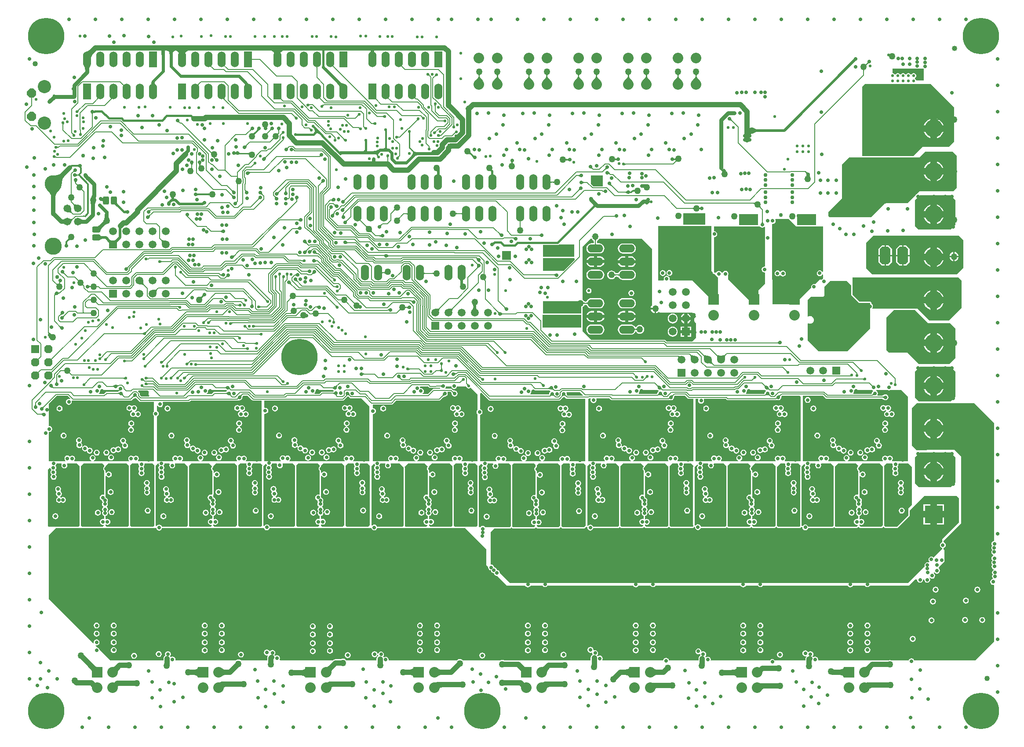
<source format=gbl>
G04*
G04 #@! TF.GenerationSoftware,Altium Limited,Altium Designer,19.1.8 (144)*
G04*
G04 Layer_Physical_Order=6*
G04 Layer_Color=16711680*
%FSLAX25Y25*%
%MOIN*%
G70*
G01*
G75*
%ADD12C,0.01000*%
%ADD14C,0.01200*%
%ADD15C,0.00800*%
%ADD19C,0.02400*%
%ADD24C,0.00600*%
%ADD28C,0.00700*%
G04:AMPARAMS|DCode=259|XSize=40mil|YSize=40mil|CornerRadius=20mil|HoleSize=0mil|Usage=FLASHONLY|Rotation=180.000|XOffset=0mil|YOffset=0mil|HoleType=Round|Shape=RoundedRectangle|*
%AMROUNDEDRECTD259*
21,1,0.04000,0.00000,0,0,180.0*
21,1,0.00000,0.04000,0,0,180.0*
1,1,0.04000,0.00000,0.00000*
1,1,0.04000,0.00000,0.00000*
1,1,0.04000,0.00000,0.00000*
1,1,0.04000,0.00000,0.00000*
%
%ADD259ROUNDEDRECTD259*%
%ADD282R,0.08000X0.08000*%
%ADD296C,0.00650*%
%ADD297C,0.01600*%
%ADD299C,0.02000*%
%ADD300C,0.04000*%
%ADD302C,0.02800*%
%ADD303C,0.01500*%
%ADD304C,0.03000*%
%ADD306C,0.00655*%
%ADD308C,0.02200*%
%ADD311C,0.01010*%
%ADD313C,0.01800*%
%ADD318C,0.05000*%
%ADD325C,0.05906*%
%ADD326R,0.05906X0.05906*%
%ADD327P,0.06711X8X292.5*%
%ADD328R,0.06200X0.06200*%
%ADD329O,0.06000X0.12000*%
%ADD330R,0.06000X0.12000*%
%ADD331C,0.27559*%
%ADD332C,0.08000*%
%ADD333O,0.13598X0.13600*%
%ADD334R,0.13598X0.13600*%
%ADD335O,0.12000X0.06000*%
%ADD336R,0.05906X0.05906*%
G04:AMPARAMS|DCode=337|XSize=133mil|YSize=83mil|CornerRadius=0mil|HoleSize=0mil|Usage=FLASHONLY|Rotation=180.000|XOffset=0mil|YOffset=0mil|HoleType=Round|Shape=Octagon|*
%AMOCTAGOND337*
4,1,8,-0.06650,0.02075,-0.06650,-0.02075,-0.04575,-0.04150,0.04575,-0.04150,0.06650,-0.02075,0.06650,0.02075,0.04575,0.04150,-0.04575,0.04150,-0.06650,0.02075,0.0*
%
%ADD337OCTAGOND337*%

%ADD338C,0.10000*%
%ADD339P,0.07577X8X292.5*%
%ADD340C,0.13050*%
%ADD341C,0.05800*%
G04:AMPARAMS|DCode=342|XSize=133mil|YSize=83mil|CornerRadius=0mil|HoleSize=0mil|Usage=FLASHONLY|Rotation=90.000|XOffset=0mil|YOffset=0mil|HoleType=Round|Shape=Octagon|*
%AMOCTAGOND342*
4,1,8,0.02075,0.06650,-0.02075,0.06650,-0.04150,0.04575,-0.04150,-0.04575,-0.02075,-0.06650,0.02075,-0.06650,0.04150,-0.04575,0.04150,0.04575,0.02075,0.06650,0.0*
%
%ADD342OCTAGOND342*%

%ADD343C,0.02300*%
%ADD344C,0.02800*%
%ADD345C,0.02900*%
%ADD346C,0.03000*%
%ADD370C,0.05000*%
G04:AMPARAMS|DCode=371|XSize=50mil|YSize=50mil|CornerRadius=25mil|HoleSize=0mil|Usage=FLASHONLY|Rotation=0.000|XOffset=0mil|YOffset=0mil|HoleType=Round|Shape=RoundedRectangle|*
%AMROUNDEDRECTD371*
21,1,0.05000,0.00000,0,0,0.0*
21,1,0.00000,0.05000,0,0,0.0*
1,1,0.05000,0.00000,0.00000*
1,1,0.05000,0.00000,0.00000*
1,1,0.05000,0.00000,0.00000*
1,1,0.05000,0.00000,0.00000*
%
%ADD371ROUNDEDRECTD371*%
G04:AMPARAMS|DCode=372|XSize=50mil|YSize=50mil|CornerRadius=25mil|HoleSize=0mil|Usage=FLASHONLY|Rotation=270.000|XOffset=0mil|YOffset=0mil|HoleType=Round|Shape=RoundedRectangle|*
%AMROUNDEDRECTD372*
21,1,0.05000,0.00000,0,0,270.0*
21,1,0.00000,0.05000,0,0,270.0*
1,1,0.05000,0.00000,0.00000*
1,1,0.05000,0.00000,0.00000*
1,1,0.05000,0.00000,0.00000*
1,1,0.05000,0.00000,0.00000*
%
%ADD372ROUNDEDRECTD372*%
G04:AMPARAMS|DCode=373|XSize=46mil|YSize=63mil|CornerRadius=11.5mil|HoleSize=0mil|Usage=FLASHONLY|Rotation=90.000|XOffset=0mil|YOffset=0mil|HoleType=Round|Shape=RoundedRectangle|*
%AMROUNDEDRECTD373*
21,1,0.04600,0.04000,0,0,90.0*
21,1,0.02300,0.06300,0,0,90.0*
1,1,0.02300,0.02000,0.01150*
1,1,0.02300,0.02000,-0.01150*
1,1,0.02300,-0.02000,-0.01150*
1,1,0.02300,-0.02000,0.01150*
%
%ADD373ROUNDEDRECTD373*%
G04:AMPARAMS|DCode=374|XSize=46mil|YSize=63mil|CornerRadius=11.5mil|HoleSize=0mil|Usage=FLASHONLY|Rotation=180.000|XOffset=0mil|YOffset=0mil|HoleType=Round|Shape=RoundedRectangle|*
%AMROUNDEDRECTD374*
21,1,0.04600,0.04000,0,0,180.0*
21,1,0.02300,0.06300,0,0,180.0*
1,1,0.02300,-0.01150,0.02000*
1,1,0.02300,0.01150,0.02000*
1,1,0.02300,0.01150,-0.02000*
1,1,0.02300,-0.01150,-0.02000*
%
%ADD374ROUNDEDRECTD374*%
%ADD375C,0.02900*%
%ADD376C,0.03200*%
%ADD377R,0.07020X0.06708*%
G36*
X35267Y232500D02*
X34507Y232460D01*
X33827Y232340D01*
X33227Y232140D01*
X32707Y231860D01*
X32267Y231500D01*
X31907Y231060D01*
X31646Y230575D01*
X31669Y230518D01*
X31763Y230368D01*
X31569D01*
X31427Y229940D01*
X31307Y229260D01*
X31267Y228500D01*
X27267D01*
X27227Y229260D01*
X27107Y229940D01*
X26964Y230368D01*
X26770D01*
X26864Y230518D01*
X26888Y230575D01*
X26627Y231060D01*
X26267Y231500D01*
X25827Y231860D01*
X25307Y232140D01*
X24707Y232340D01*
X24507Y232375D01*
X24051Y232284D01*
X23531Y232116D01*
X23091Y231900D01*
X22731Y231636D01*
X22451Y231324D01*
X22251Y230964D01*
X22131Y230556D01*
X22117Y230404D01*
X22091Y228900D01*
X19691D01*
X19596Y230742D01*
X19531Y230964D01*
X19331Y231324D01*
X19051Y231636D01*
X18691Y231900D01*
X18251Y232116D01*
X17731Y232284D01*
X17131Y232404D01*
X16451Y232476D01*
X16046Y232489D01*
X16004Y231932D01*
X15950Y228900D01*
X13550D01*
X13335Y233087D01*
X16165D01*
X16125Y233006D01*
X16088Y232850D01*
X16081Y232800D01*
X20891Y236500D01*
X24780Y233508D01*
X29267Y236500D01*
X35267Y232500D01*
D02*
G37*
G36*
X174612Y233207D02*
X174707Y232129D01*
X174791Y231691D01*
X174898Y231320D01*
X175029Y231017D01*
X175183Y230781D01*
X175362Y230613D01*
X175565Y230512D01*
X175791Y230478D01*
X171009D01*
X171236Y230512D01*
X171438Y230613D01*
X171617Y230781D01*
X171771Y231017D01*
X171902Y231320D01*
X172010Y231691D01*
X172093Y232129D01*
X172152Y232634D01*
X172188Y233207D01*
X172200Y233847D01*
X174600D01*
X174612Y233207D01*
D02*
G37*
G36*
X107333Y232500D02*
X106573Y232460D01*
X105893Y232340D01*
X105293Y232140D01*
X104773Y231860D01*
X104333Y231500D01*
X103973Y231060D01*
X103712Y230575D01*
X103735Y230518D01*
X103830Y230368D01*
X103636D01*
X103493Y229940D01*
X103373Y229260D01*
X103333Y228500D01*
X99333D01*
X99293Y229260D01*
X99173Y229940D01*
X99031Y230368D01*
X98837D01*
X98931Y230518D01*
X98954Y230575D01*
X98693Y231060D01*
X98333Y231500D01*
X97893Y231860D01*
X97373Y232140D01*
X96773Y232340D01*
X96093Y232460D01*
X95333Y232500D01*
X101333Y236500D01*
X107333Y232500D01*
D02*
G37*
G36*
X-36969Y231161D02*
X-37695Y230407D01*
X-38853Y229024D01*
X-39285Y228395D01*
X-39618Y227808D01*
X-39853Y227264D01*
X-39989Y226761D01*
X-40028Y226300D01*
X-39968Y225881D01*
X-39810Y225504D01*
X-43386Y231645D01*
X-43097Y231697D01*
X-42782Y231801D01*
X-42442Y231955D01*
X-42075Y232160D01*
X-41682Y232416D01*
X-41264Y232722D01*
X-40349Y233488D01*
X-39331Y234456D01*
X-36969Y231161D01*
D02*
G37*
G36*
X82249Y226243D02*
X82267Y226192D01*
X82298Y226147D01*
X82341Y226108D01*
X82396Y226075D01*
X82463Y226048D01*
X82543Y226027D01*
X82634Y226012D01*
X82738Y226003D01*
X82855Y226000D01*
Y225400D01*
X82738Y225397D01*
X82634Y225388D01*
X82543Y225373D01*
X82463Y225352D01*
X82396Y225325D01*
X82341Y225292D01*
X82298Y225253D01*
X82267Y225208D01*
X82249Y225157D01*
X82243Y225100D01*
Y226300D01*
X82249Y226243D01*
D02*
G37*
G36*
X550178Y222634D02*
X550020Y222631D01*
X549868Y222619D01*
X549725Y222599D01*
X549589Y222569D01*
X549461Y222531D01*
X549340Y222484D01*
X549227Y222428D01*
X549121Y222364D01*
X549023Y222290D01*
X548932Y222208D01*
X548367Y222774D01*
X548449Y222864D01*
X548522Y222962D01*
X548587Y223068D01*
X548643Y223181D01*
X548690Y223302D01*
X548728Y223430D01*
X548757Y223566D01*
X548778Y223710D01*
X548789Y223861D01*
X548792Y224020D01*
X550178Y222634D01*
D02*
G37*
G36*
X548525Y221800D02*
X548424Y221694D01*
X548337Y221590D01*
X548264Y221490D01*
X548205Y221392D01*
X548161Y221298D01*
X548130Y221207D01*
X548113Y221118D01*
X548111Y221033D01*
X548123Y220951D01*
X548148Y220872D01*
X547087Y222069D01*
X547162Y222035D01*
X547241Y222016D01*
X547323Y222011D01*
X547408Y222022D01*
X547497Y222048D01*
X547589Y222088D01*
X547685Y222144D01*
X547784Y222214D01*
X547887Y222300D01*
X547994Y222401D01*
X548525Y221800D01*
D02*
G37*
G36*
X61772Y221092D02*
X61752Y221041D01*
X61744Y220986D01*
X61750Y220925D01*
X61769Y220860D01*
X61802Y220789D01*
X61848Y220714D01*
X61907Y220634D01*
X61980Y220549D01*
X62065Y220459D01*
X61654Y220022D01*
X61565Y220107D01*
X61480Y220179D01*
X61401Y220237D01*
X61327Y220282D01*
X61258Y220312D01*
X61194Y220330D01*
X61135Y220334D01*
X61081Y220324D01*
X61033Y220301D01*
X60989Y220264D01*
X61806Y221138D01*
X61772Y221092D01*
D02*
G37*
G36*
X195894Y221070D02*
X195873Y221020D01*
X195865Y220965D01*
X195871Y220905D01*
X195890Y220840D01*
X195922Y220770D01*
X195967Y220695D01*
X196026Y220615D01*
X196098Y220530D01*
X196184Y220441D01*
X195769Y220006D01*
X195680Y220092D01*
X195596Y220163D01*
X195517Y220221D01*
X195442Y220266D01*
X195373Y220297D01*
X195309Y220314D01*
X195251Y220318D01*
X195197Y220308D01*
X195148Y220285D01*
X195104Y220249D01*
X195928Y221116D01*
X195894Y221070D01*
D02*
G37*
G36*
X143815Y221049D02*
X143794Y220999D01*
X143786Y220944D01*
X143791Y220884D01*
X143810Y220819D01*
X143842Y220750D01*
X143887Y220675D01*
X143945Y220596D01*
X144017Y220512D01*
X144102Y220422D01*
X143684Y219991D01*
X143595Y220076D01*
X143511Y220148D01*
X143432Y220205D01*
X143358Y220250D01*
X143289Y220281D01*
X143225Y220298D01*
X143166Y220302D01*
X143112Y220293D01*
X143063Y220270D01*
X143019Y220234D01*
X143849Y221094D01*
X143815Y221049D01*
D02*
G37*
G36*
X51467Y220700D02*
X51440Y220655D01*
X51427Y220604D01*
X51429Y220548D01*
X51445Y220485D01*
X51474Y220417D01*
X51518Y220344D01*
X51577Y220264D01*
X51649Y220179D01*
X51736Y220089D01*
X51253Y219723D01*
X51162Y219810D01*
X51075Y219884D01*
X50993Y219945D01*
X50915Y219993D01*
X50842Y220028D01*
X50774Y220051D01*
X50710Y220060D01*
X50651Y220056D01*
X50597Y220039D01*
X50547Y220010D01*
X51508Y220739D01*
X51467Y220700D01*
D02*
G37*
G36*
X131874Y219765D02*
X131823Y219745D01*
X131779Y219713D01*
X131740Y219668D01*
X131707Y219610D01*
X131681Y219539D01*
X131660Y219456D01*
X131645Y219359D01*
X131636Y219249D01*
X131633Y219127D01*
X131033D01*
X131030Y219249D01*
X131021Y219359D01*
X131007Y219456D01*
X130986Y219539D01*
X130959Y219610D01*
X130927Y219668D01*
X130888Y219713D01*
X130844Y219745D01*
X130793Y219765D01*
X130737Y219771D01*
X131930D01*
X131874Y219765D01*
D02*
G37*
G36*
X-40493Y220774D02*
X-40662Y220487D01*
X-40812Y220169D01*
X-40941Y219822D01*
X-41051Y219445D01*
X-41141Y219039D01*
X-41210Y218602D01*
X-41290Y217640D01*
X-41300Y217114D01*
X-44300D01*
X-44310Y217640D01*
X-44390Y218602D01*
X-44459Y219039D01*
X-44549Y219445D01*
X-44659Y219822D01*
X-44788Y220169D01*
X-44938Y220487D01*
X-45107Y220774D01*
X-45296Y221032D01*
X-40304D01*
X-40493Y220774D01*
D02*
G37*
G36*
X546569Y217498D02*
X546501Y217452D01*
X546441Y217394D01*
X546389Y217323D01*
X546345Y217239D01*
X546309Y217143D01*
X546281Y217034D01*
X546261Y216913D01*
X546249Y216779D01*
X546245Y216632D01*
X545445D01*
X545441Y216779D01*
X545429Y216913D01*
X545409Y217034D01*
X545381Y217143D01*
X545345Y217239D01*
X545301Y217323D01*
X545249Y217394D01*
X545189Y217452D01*
X545121Y217498D01*
X545045Y217531D01*
X546645D01*
X546569Y217498D01*
D02*
G37*
G36*
X216752Y214351D02*
X216761Y214220D01*
X216777Y214097D01*
X216800Y213981D01*
X216830Y213873D01*
X216867Y213771D01*
X216911Y213677D01*
X216962Y213591D01*
X217020Y213511D01*
X217085Y213439D01*
X216661Y213015D01*
X216589Y213080D01*
X216509Y213138D01*
X216423Y213189D01*
X216329Y213233D01*
X216227Y213270D01*
X216119Y213300D01*
X216003Y213323D01*
X215880Y213339D01*
X215749Y213348D01*
X215612Y213350D01*
X216750Y214489D01*
X216752Y214351D01*
D02*
G37*
G36*
X222089Y213050D02*
X221951Y213048D01*
X221820Y213039D01*
X221697Y213023D01*
X221581Y213000D01*
X221473Y212970D01*
X221371Y212933D01*
X221277Y212889D01*
X221191Y212838D01*
X221111Y212780D01*
X221039Y212715D01*
X220615Y213139D01*
X220680Y213211D01*
X220738Y213291D01*
X220789Y213377D01*
X220833Y213471D01*
X220870Y213573D01*
X220900Y213681D01*
X220923Y213797D01*
X220939Y213920D01*
X220948Y214051D01*
X220950Y214189D01*
X222089Y213050D01*
D02*
G37*
G36*
X419678Y213916D02*
X419602Y213884D01*
X419534Y213839D01*
X419473Y213781D01*
X419421Y213711D01*
X419377Y213628D01*
X419341Y213532D01*
X419313Y213424D01*
X419292Y213303D01*
X419283Y213198D01*
X419300Y213019D01*
X419372Y212750D01*
X419492Y212456D01*
X419660Y212139D01*
X419876Y211799D01*
X420140Y211435D01*
X420812Y210635D01*
X421220Y210201D01*
X421676Y209742D01*
X416076D01*
X416532Y210201D01*
X417612Y211435D01*
X417876Y211799D01*
X418092Y212139D01*
X418260Y212456D01*
X418380Y212750D01*
X418452Y213019D01*
X418470Y213204D01*
X418461Y213315D01*
X418441Y213437D01*
X418413Y213546D01*
X418377Y213643D01*
X418333Y213727D01*
X418281Y213799D01*
X418222Y213858D01*
X418154Y213905D01*
X418078Y213940D01*
X419678Y213916D01*
D02*
G37*
G36*
X591593Y209733D02*
X585745D01*
X585666Y210131D01*
X585235Y210776D01*
X584761Y211092D01*
X584757Y211104D01*
Y211635D01*
X584761Y211648D01*
X585235Y211964D01*
X585666Y212609D01*
X585817Y213370D01*
X585666Y214130D01*
X585235Y214776D01*
X584590Y215207D01*
X583829Y215358D01*
X583068Y215207D01*
X582423Y214776D01*
X582107Y214302D01*
X582095Y214297D01*
X581563D01*
X581551Y214302D01*
X581235Y214776D01*
X580590Y215207D01*
X579829Y215358D01*
X579068Y215207D01*
X578423Y214776D01*
X578107Y214302D01*
X578095Y214297D01*
X577563D01*
X577551Y214302D01*
X577235Y214776D01*
X576590Y215207D01*
X575829Y215358D01*
X575068Y215207D01*
X574423Y214776D01*
X574107Y214302D01*
X574095Y214297D01*
X573563D01*
X573551Y214302D01*
X573235Y214776D01*
X572590Y215207D01*
X571829Y215358D01*
X571068Y215207D01*
X570423Y214776D01*
X570107Y214302D01*
X570095Y214297D01*
X569563D01*
X569551Y214302D01*
X569235Y214776D01*
X568590Y215207D01*
X567928Y215338D01*
Y218833D01*
X591593D01*
Y209733D01*
D02*
G37*
G36*
X306459Y213894D02*
X306391Y213848D01*
X306331Y213790D01*
X306279Y213719D01*
X306235Y213635D01*
X306199Y213539D01*
X306171Y213430D01*
X306151Y213309D01*
X306141Y213203D01*
X306159Y213021D01*
X306231Y212751D01*
X306352Y212457D01*
X306521Y212142D01*
X306738Y211803D01*
X307003Y211442D01*
X307679Y210652D01*
X308089Y210223D01*
X308547Y209771D01*
X302947Y209712D01*
X303401Y210178D01*
X304475Y211427D01*
X304738Y211794D01*
X304953Y212137D01*
X305120Y212455D01*
X305240Y212748D01*
X305311Y213017D01*
X305329Y213198D01*
X305319Y213309D01*
X305299Y213430D01*
X305271Y213539D01*
X305235Y213635D01*
X305191Y213719D01*
X305139Y213790D01*
X305079Y213848D01*
X305011Y213894D01*
X304935Y213928D01*
X306535D01*
X306459Y213894D01*
D02*
G37*
G36*
X330483D02*
X330415Y213848D01*
X330355Y213790D01*
X330303Y213719D01*
X330259Y213635D01*
X330223Y213539D01*
X330195Y213430D01*
X330175Y213309D01*
X330165Y213197D01*
X330183Y213016D01*
X330254Y212747D01*
X330373Y212454D01*
X330540Y212136D01*
X330755Y211792D01*
X331017Y211424D01*
X331683Y210611D01*
X332541Y209698D01*
X326942Y209785D01*
X327401Y210233D01*
X328489Y211445D01*
X328755Y211805D01*
X328972Y212142D01*
X329141Y212458D01*
X329262Y212751D01*
X329335Y213022D01*
X329352Y213203D01*
X329343Y213309D01*
X329323Y213430D01*
X329295Y213539D01*
X329259Y213635D01*
X329215Y213719D01*
X329163Y213790D01*
X329103Y213848D01*
X329035Y213894D01*
X328959Y213928D01*
X330559D01*
X330483Y213894D01*
D02*
G37*
G36*
X381963D02*
X381895Y213848D01*
X381835Y213790D01*
X381783Y213719D01*
X381739Y213635D01*
X381703Y213539D01*
X381675Y213430D01*
X381655Y213309D01*
X381645Y213197D01*
X381663Y213016D01*
X381734Y212747D01*
X381853Y212454D01*
X382020Y212136D01*
X382235Y211792D01*
X382497Y211424D01*
X383163Y210611D01*
X384021Y209698D01*
X378421Y209785D01*
X378881Y210233D01*
X379969Y211445D01*
X380235Y211805D01*
X380452Y212142D01*
X380622Y212458D01*
X380742Y212751D01*
X380815Y213022D01*
X380833Y213204D01*
X380823Y213309D01*
X380803Y213430D01*
X380775Y213539D01*
X380739Y213635D01*
X380695Y213719D01*
X380643Y213790D01*
X380583Y213848D01*
X380515Y213894D01*
X380439Y213928D01*
X382039D01*
X381963Y213894D01*
D02*
G37*
G36*
X344133D02*
X344065Y213848D01*
X344005Y213790D01*
X343953Y213719D01*
X343909Y213635D01*
X343873Y213539D01*
X343845Y213430D01*
X343825Y213309D01*
X343816Y213204D01*
X343833Y213022D01*
X343906Y212751D01*
X344027Y212458D01*
X344196Y212143D01*
X344414Y211806D01*
X344680Y211446D01*
X345357Y210662D01*
X345768Y210236D01*
X346228Y209789D01*
X340629Y209694D01*
X341081Y210164D01*
X342152Y211423D01*
X342414Y211792D01*
X342628Y212135D01*
X342795Y212454D01*
X342914Y212747D01*
X342985Y213015D01*
X343003Y213197D01*
X342993Y213309D01*
X342973Y213430D01*
X342945Y213539D01*
X342909Y213635D01*
X342865Y213719D01*
X342813Y213790D01*
X342753Y213848D01*
X342685Y213894D01*
X342609Y213928D01*
X344209D01*
X344133Y213894D01*
D02*
G37*
G36*
X405909D02*
X405841Y213848D01*
X405781Y213790D01*
X405729Y213719D01*
X405685Y213635D01*
X405649Y213539D01*
X405621Y213430D01*
X405601Y213309D01*
X405591Y213196D01*
X405609Y213014D01*
X405680Y212746D01*
X405799Y212453D01*
X405965Y212134D01*
X406179Y211789D01*
X406440Y211419D01*
X407104Y210601D01*
X407959Y209679D01*
X402360Y209803D01*
X402821Y210247D01*
X403912Y211450D01*
X404179Y211807D01*
X404397Y212144D01*
X404567Y212458D01*
X404688Y212751D01*
X404761Y213023D01*
X404778Y213205D01*
X404769Y213309D01*
X404749Y213430D01*
X404721Y213539D01*
X404685Y213635D01*
X404641Y213719D01*
X404589Y213790D01*
X404529Y213848D01*
X404461Y213894D01*
X404385Y213928D01*
X405985D01*
X405909Y213894D01*
D02*
G37*
G36*
X255135D02*
X255067Y213848D01*
X255007Y213790D01*
X254955Y213719D01*
X254911Y213635D01*
X254875Y213539D01*
X254847Y213430D01*
X254827Y213309D01*
X254817Y213194D01*
X254835Y213012D01*
X254906Y212745D01*
X255024Y212452D01*
X255190Y212132D01*
X255403Y211787D01*
X255663Y211414D01*
X256326Y210591D01*
X257177Y209661D01*
X251580Y209820D01*
X252042Y210260D01*
X253136Y211454D01*
X253403Y211810D01*
X253622Y212145D01*
X253792Y212459D01*
X253914Y212752D01*
X253987Y213024D01*
X254004Y213205D01*
X253995Y213309D01*
X253975Y213430D01*
X253947Y213539D01*
X253911Y213635D01*
X253867Y213719D01*
X253815Y213790D01*
X253755Y213848D01*
X253687Y213894D01*
X253611Y213928D01*
X255211D01*
X255135Y213894D01*
D02*
G37*
G36*
X292887D02*
X292819Y213848D01*
X292759Y213790D01*
X292707Y213719D01*
X292663Y213635D01*
X292627Y213539D01*
X292599Y213430D01*
X292579Y213309D01*
X292568Y213191D01*
X292586Y213007D01*
X292657Y212742D01*
X292775Y212449D01*
X292939Y212128D01*
X293151Y211780D01*
X293409Y211404D01*
X294067Y210569D01*
X294913Y209624D01*
X289318Y209855D01*
X289783Y210286D01*
X290883Y211462D01*
X291152Y211814D01*
X291372Y212146D01*
X291543Y212459D01*
X291665Y212752D01*
X291739Y213025D01*
X291756Y213207D01*
X291747Y213309D01*
X291727Y213430D01*
X291699Y213539D01*
X291663Y213635D01*
X291619Y213719D01*
X291567Y213790D01*
X291507Y213848D01*
X291439Y213894D01*
X291363Y213928D01*
X292963D01*
X292887Y213894D01*
D02*
G37*
G36*
X368313D02*
X368245Y213848D01*
X368185Y213790D01*
X368133Y213719D01*
X368089Y213635D01*
X368053Y213539D01*
X368025Y213430D01*
X368005Y213309D01*
X367994Y213189D01*
X368012Y213005D01*
X368083Y212740D01*
X368200Y212448D01*
X368364Y212126D01*
X368575Y211777D01*
X368832Y211399D01*
X369488Y210558D01*
X370331Y209604D01*
X364737Y209873D01*
X365203Y210300D01*
X366306Y211466D01*
X366576Y211816D01*
X366797Y212147D01*
X366968Y212459D01*
X367091Y212752D01*
X367164Y213025D01*
X367182Y213208D01*
X367173Y213309D01*
X367153Y213430D01*
X367125Y213539D01*
X367089Y213635D01*
X367045Y213719D01*
X366993Y213790D01*
X366933Y213848D01*
X366865Y213894D01*
X366789Y213928D01*
X368389D01*
X368313Y213894D01*
D02*
G37*
G36*
X269019D02*
X268951Y213848D01*
X268891Y213790D01*
X268839Y213719D01*
X268795Y213635D01*
X268759Y213539D01*
X268731Y213430D01*
X268711Y213309D01*
X268700Y213187D01*
X268718Y213002D01*
X268788Y212739D01*
X268905Y212446D01*
X269068Y212124D01*
X269278Y211774D01*
X269535Y211394D01*
X270188Y210547D01*
X271029Y209585D01*
X265437Y209890D01*
X265904Y210313D01*
X267010Y211469D01*
X267281Y211818D01*
X267502Y212148D01*
X267674Y212459D01*
X267797Y212752D01*
X267870Y213026D01*
X267888Y213208D01*
X267879Y213309D01*
X267859Y213430D01*
X267831Y213539D01*
X267795Y213635D01*
X267751Y213719D01*
X267699Y213790D01*
X267639Y213848D01*
X267571Y213894D01*
X267495Y213928D01*
X269095D01*
X269019Y213894D01*
D02*
G37*
G36*
X8405Y208675D02*
X8478Y207668D01*
X8523Y207422D01*
X8576Y207221D01*
X8640Y207064D01*
X8714Y206953D01*
X8797Y206885D01*
X8890Y206863D01*
X5510D01*
X5603Y206885D01*
X5686Y206953D01*
X5760Y207064D01*
X5824Y207221D01*
X5878Y207422D01*
X5922Y207668D01*
X5956Y207959D01*
X5995Y208675D01*
X6000Y209100D01*
X8400D01*
X8405Y208675D01*
D02*
G37*
G36*
X42020Y206696D02*
X41936Y206607D01*
X41864Y206523D01*
X41806Y206444D01*
X41761Y206370D01*
X41730Y206301D01*
X41711Y206236D01*
X41706Y206177D01*
X41715Y206122D01*
X41736Y206072D01*
X41771Y206028D01*
X40934Y206881D01*
X40979Y206845D01*
X41028Y206823D01*
X41082Y206813D01*
X41141Y206818D01*
X41205Y206835D01*
X41274Y206866D01*
X41348Y206910D01*
X41427Y206968D01*
X41511Y207039D01*
X41599Y207123D01*
X42020Y206696D01*
D02*
G37*
G36*
X-15428Y206657D02*
X-15345Y206586D01*
X-15268Y206530D01*
X-15197Y206488D01*
X-15131Y206461D01*
X-15071Y206447D01*
X-15017Y206448D01*
X-14968Y206463D01*
X-14926Y206492D01*
X-14889Y206536D01*
X-15568Y205527D01*
X-15541Y205579D01*
X-15526Y205635D01*
X-15524Y205696D01*
X-15534Y205760D01*
X-15557Y205828D01*
X-15592Y205901D01*
X-15640Y205978D01*
X-15700Y206059D01*
X-15773Y206145D01*
X-15859Y206234D01*
X-15517Y206741D01*
X-15428Y206657D01*
D02*
G37*
G36*
X148955Y208659D02*
X149248Y208415D01*
X149551Y208196D01*
X149862Y208002D01*
X150182Y207831D01*
X150512Y207685D01*
X150850Y207564D01*
X151198Y207466D01*
X151554Y207393D01*
X151919Y207345D01*
X148343Y204175D01*
X148489Y204349D01*
X148571Y204554D01*
X148588Y204789D01*
X148540Y205056D01*
X148428Y205354D01*
X148250Y205683D01*
X148009Y206043D01*
X147702Y206433D01*
X147331Y206855D01*
X146895Y207308D01*
X148670Y208927D01*
X148955Y208659D01*
D02*
G37*
G36*
X-84320Y196644D02*
X-84371Y196626D01*
X-84416Y196595D01*
X-84455Y196552D01*
X-84488Y196497D01*
X-84515Y196430D01*
X-84536Y196350D01*
X-84551Y196258D01*
X-84560Y196154D01*
X-84563Y196038D01*
X-85163D01*
X-85166Y196154D01*
X-85175Y196258D01*
X-85190Y196350D01*
X-85211Y196430D01*
X-85238Y196497D01*
X-85271Y196552D01*
X-85310Y196595D01*
X-85355Y196626D01*
X-85406Y196644D01*
X-85463Y196650D01*
X-84263D01*
X-84320Y196644D01*
D02*
G37*
G36*
X206001Y196963D02*
X205983Y196909D01*
X205978Y196851D01*
X205987Y196788D01*
X206009Y196720D01*
X206045Y196647D01*
X206093Y196569D01*
X206155Y196486D01*
X206230Y196398D01*
X206319Y196305D01*
X205934Y195842D01*
X205842Y195930D01*
X205756Y196003D01*
X205675Y196063D01*
X205600Y196108D01*
X205531Y196139D01*
X205467Y196157D01*
X205409Y196160D01*
X205357Y196149D01*
X205310Y196123D01*
X205269Y196084D01*
X206032Y197011D01*
X206001Y196963D01*
D02*
G37*
G36*
X-34124Y195733D02*
X-34173Y195763D01*
X-34227Y195780D01*
X-34286Y195784D01*
X-34349Y195775D01*
X-34418Y195753D01*
X-34491Y195718D01*
X-34568Y195670D01*
X-34651Y195608D01*
X-34738Y195534D01*
X-34830Y195446D01*
X-35306Y195818D01*
X-35219Y195910D01*
X-35145Y195996D01*
X-35087Y196076D01*
X-35042Y196150D01*
X-35011Y196219D01*
X-34995Y196282D01*
X-34993Y196339D01*
X-35004Y196390D01*
X-35031Y196436D01*
X-35071Y196476D01*
X-34124Y195733D01*
D02*
G37*
G36*
X133827Y196770D02*
X133806Y196720D01*
X133798Y196665D01*
X133804Y196605D01*
X133823Y196539D01*
X133855Y196470D01*
X133901Y196395D01*
X133959Y196315D01*
X134032Y196230D01*
X134117Y196141D01*
X133703Y195706D01*
X133613Y195792D01*
X133529Y195863D01*
X133450Y195921D01*
X133376Y195966D01*
X133307Y195997D01*
X133243Y196014D01*
X133184Y196018D01*
X133130Y196009D01*
X133081Y195985D01*
X133038Y195949D01*
X133861Y196816D01*
X133827Y196770D01*
D02*
G37*
G36*
X-23774Y195586D02*
X-23828Y195610D01*
X-23887Y195623D01*
X-23949Y195623D01*
X-24016Y195610D01*
X-24087Y195585D01*
X-24162Y195547D01*
X-24241Y195497D01*
X-24325Y195434D01*
X-24412Y195359D01*
X-24504Y195272D01*
X-25031Y195593D01*
X-24945Y195683D01*
X-24874Y195767D01*
X-24818Y195845D01*
X-24776Y195917D01*
X-24749Y195982D01*
X-24736Y196042D01*
X-24738Y196095D01*
X-24755Y196142D01*
X-24786Y196183D01*
X-24832Y196218D01*
X-23774Y195586D01*
D02*
G37*
G36*
X185769Y196598D02*
X185745Y196550D01*
X185735Y196497D01*
X185738Y196438D01*
X185756Y196374D01*
X185787Y196305D01*
X185832Y196231D01*
X185890Y196151D01*
X185962Y196066D01*
X186048Y195976D01*
X185604Y195571D01*
X185514Y195658D01*
X185428Y195731D01*
X185347Y195791D01*
X185271Y195837D01*
X185200Y195870D01*
X185134Y195890D01*
X185073Y195897D01*
X185017Y195891D01*
X184965Y195871D01*
X184919Y195837D01*
X185806Y196641D01*
X185769Y196598D01*
D02*
G37*
G36*
X61327Y196242D02*
X61297Y196200D01*
X61281Y196152D01*
X61279Y196098D01*
X61292Y196038D01*
X61319Y195973D01*
X61361Y195902D01*
X61416Y195825D01*
X61487Y195742D01*
X61571Y195653D01*
X61058Y195318D01*
X60967Y195404D01*
X60881Y195478D01*
X60799Y195539D01*
X60722Y195587D01*
X60648Y195623D01*
X60579Y195647D01*
X60514Y195658D01*
X60453Y195657D01*
X60396Y195643D01*
X60343Y195617D01*
X61372Y196278D01*
X61327Y196242D01*
D02*
G37*
G36*
X176353Y196188D02*
X176335Y196134D01*
X176334Y196071D01*
X176351Y195999D01*
X176385Y195919D01*
X176436Y195830D01*
X176504Y195732D01*
X176590Y195625D01*
X176812Y195385D01*
X176361Y194988D01*
X176239Y195105D01*
X176020Y195290D01*
X175923Y195358D01*
X175834Y195409D01*
X175753Y195443D01*
X175681Y195460D01*
X175617Y195461D01*
X175560Y195445D01*
X175513Y195412D01*
X176388Y196234D01*
X176353Y196188D01*
D02*
G37*
G36*
X104286Y196372D02*
X104282Y196306D01*
X104298Y196228D01*
X104334Y196139D01*
X104389Y196038D01*
X104464Y195927D01*
X104558Y195804D01*
X104805Y195524D01*
X104958Y195367D01*
X104488Y194988D01*
X104357Y195115D01*
X104125Y195314D01*
X104024Y195386D01*
X103934Y195439D01*
X103855Y195473D01*
X103785Y195489D01*
X103726Y195486D01*
X103678Y195464D01*
X103639Y195424D01*
X104309Y196427D01*
X104286Y196372D01*
D02*
G37*
G36*
X136807Y191053D02*
X136746Y190986D01*
X136688Y190910D01*
X136635Y190826D01*
X136584Y190733D01*
X136538Y190632D01*
X136495Y190522D01*
X136421Y190277D01*
X136389Y190142D01*
X136361Y189998D01*
X135453Y191328D01*
X135580Y191307D01*
X135702Y191296D01*
X135817Y191294D01*
X135927Y191303D01*
X136032Y191321D01*
X136130Y191349D01*
X136223Y191387D01*
X136309Y191435D01*
X136390Y191493D01*
X136466Y191560D01*
X136807Y191053D01*
D02*
G37*
G36*
X125389Y192053D02*
X125620Y191913D01*
X125730Y191857D01*
X125838Y191809D01*
X125942Y191770D01*
X126042Y191739D01*
X126140Y191717D01*
X126234Y191704D01*
X126326Y191700D01*
X126436Y191100D01*
X126335Y191095D01*
X126237Y191078D01*
X126142Y191051D01*
X126049Y191012D01*
X125959Y190963D01*
X125872Y190902D01*
X125787Y190831D01*
X125705Y190748D01*
X125625Y190655D01*
X125549Y190550D01*
X125269Y192136D01*
X125389Y192053D01*
D02*
G37*
G36*
X221709Y191080D02*
X221623Y190981D01*
X221547Y190883D01*
X221482Y190785D01*
X221426Y190687D01*
X221381Y190589D01*
X221345Y190491D01*
X221320Y190394D01*
X221305Y190297D01*
X221300Y190200D01*
X220700D01*
X220695Y190297D01*
X220680Y190394D01*
X220655Y190491D01*
X220619Y190589D01*
X220574Y190687D01*
X220518Y190785D01*
X220453Y190883D01*
X220377Y190981D01*
X220291Y191080D01*
X220195Y191179D01*
X221805D01*
X221709Y191080D01*
D02*
G37*
G36*
X-49064Y186859D02*
X-49124Y186794D01*
X-49180Y186720D01*
X-49235Y186637D01*
X-49287Y186545D01*
X-49336Y186445D01*
X-49427Y186217D01*
X-49468Y186090D01*
X-49544Y185809D01*
X-50377Y187187D01*
X-50253Y187160D01*
X-50135Y187144D01*
X-50022Y187138D01*
X-49915Y187142D01*
X-49812Y187157D01*
X-49715Y187183D01*
X-49623Y187219D01*
X-49537Y187266D01*
X-49455Y187324D01*
X-49380Y187392D01*
X-49064Y186859D01*
D02*
G37*
G36*
X-38327Y185483D02*
X-38384Y185376D01*
X-38435Y185241D01*
X-38446Y185200D01*
X-37920D01*
X-38049Y185068D01*
X-38267Y184812D01*
X-38355Y184687D01*
X-38430Y184565D01*
X-38491Y184446D01*
X-38539Y184328D01*
X-38573Y184214D01*
X-38587Y184135D01*
X-38600Y183552D01*
X-39200D01*
X-39203Y183873D01*
X-39232Y184229D01*
X-39261Y184328D01*
X-39309Y184446D01*
X-39370Y184565D01*
X-39445Y184687D01*
X-39533Y184812D01*
X-39635Y184939D01*
X-39880Y185200D01*
X-39354D01*
X-39365Y185241D01*
X-39416Y185376D01*
X-39473Y185483D01*
X-39537Y185564D01*
X-38263D01*
X-38327Y185483D01*
D02*
G37*
G36*
X163488Y182950D02*
X163351Y182948D01*
X163220Y182939D01*
X163097Y182923D01*
X162981Y182900D01*
X162873Y182870D01*
X162771Y182833D01*
X162677Y182789D01*
X162591Y182738D01*
X162511Y182680D01*
X162439Y182615D01*
X162015Y183039D01*
X162080Y183111D01*
X162138Y183191D01*
X162189Y183277D01*
X162233Y183371D01*
X162270Y183473D01*
X162300Y183581D01*
X162323Y183697D01*
X162339Y183820D01*
X162348Y183951D01*
X162350Y184089D01*
X163488Y182950D01*
D02*
G37*
G36*
X181879Y181695D02*
X181780Y181791D01*
X181681Y181877D01*
X181583Y181953D01*
X181484Y182018D01*
X181386Y182074D01*
X181289Y182119D01*
X181191Y182155D01*
X181094Y182180D01*
X180997Y182195D01*
X180900Y182200D01*
Y182800D01*
X180997Y182805D01*
X181094Y182820D01*
X181191Y182845D01*
X181289Y182881D01*
X181386Y182926D01*
X181484Y182982D01*
X181583Y183047D01*
X181681Y183123D01*
X181780Y183209D01*
X181879Y183305D01*
Y181695D01*
D02*
G37*
G36*
X114811Y182520D02*
X114891Y182462D01*
X114977Y182411D01*
X115071Y182367D01*
X115173Y182330D01*
X115281Y182300D01*
X115397Y182277D01*
X115520Y182261D01*
X115651Y182252D01*
X115788Y182250D01*
X114650Y181112D01*
X114648Y181249D01*
X114639Y181380D01*
X114623Y181503D01*
X114600Y181619D01*
X114570Y181727D01*
X114533Y181829D01*
X114489Y181923D01*
X114438Y182009D01*
X114380Y182089D01*
X114315Y182161D01*
X114739Y182585D01*
X114811Y182520D01*
D02*
G37*
G36*
X211211Y182420D02*
X211291Y182362D01*
X211377Y182311D01*
X211471Y182267D01*
X211573Y182230D01*
X211681Y182200D01*
X211797Y182177D01*
X211920Y182161D01*
X212051Y182152D01*
X212189Y182150D01*
X211050Y181011D01*
X211048Y181149D01*
X211039Y181280D01*
X211023Y181403D01*
X211000Y181519D01*
X210970Y181627D01*
X210933Y181729D01*
X210889Y181823D01*
X210838Y181909D01*
X210780Y181989D01*
X210715Y182061D01*
X211139Y182485D01*
X211211Y182420D01*
D02*
G37*
G36*
X37323Y182651D02*
X37757Y182275D01*
X37817Y182236D01*
X37868Y182209D01*
X37911Y182194D01*
X37945Y182191D01*
X36706Y180673D01*
X36699Y180689D01*
X36680Y180716D01*
X36650Y180753D01*
X36488Y180931D01*
X36108Y181319D01*
X37210Y182762D01*
X37323Y182651D01*
D02*
G37*
G36*
X208423Y179572D02*
X208279Y179541D01*
X208017Y179469D01*
X207898Y179428D01*
X207688Y179337D01*
X207595Y179286D01*
X207512Y179232D01*
X207437Y179175D01*
X207370Y179114D01*
X206854Y179446D01*
X206922Y179522D01*
X206979Y179603D01*
X207027Y179690D01*
X207064Y179782D01*
X207091Y179880D01*
X207109Y179984D01*
X207116Y180093D01*
X207113Y180208D01*
X207100Y180328D01*
X207077Y180454D01*
X208423Y179572D01*
D02*
G37*
G36*
X445581Y180617D02*
X445694Y180114D01*
X445741Y179973D01*
X445791Y179844D01*
X445846Y179728D01*
X445906Y179626D01*
X445969Y179536D01*
X446037Y179460D01*
X445676Y178972D01*
X445590Y179048D01*
X445494Y179113D01*
X445389Y179167D01*
X445273Y179210D01*
X445149Y179242D01*
X445014Y179264D01*
X444870Y179274D01*
X444716Y179274D01*
X444552Y179262D01*
X444379Y179240D01*
X445552Y180811D01*
X445581Y180617D01*
D02*
G37*
G36*
X227779Y178295D02*
X227680Y178391D01*
X227581Y178477D01*
X227483Y178552D01*
X227384Y178618D01*
X227287Y178674D01*
X227189Y178719D01*
X227091Y178754D01*
X226994Y178780D01*
X226897Y178795D01*
X226800Y178800D01*
Y179400D01*
X226897Y179405D01*
X226994Y179420D01*
X227091Y179446D01*
X227189Y179481D01*
X227287Y179526D01*
X227384Y179582D01*
X227483Y179648D01*
X227581Y179723D01*
X227680Y179809D01*
X227779Y179905D01*
Y178295D01*
D02*
G37*
G36*
X27170Y179158D02*
X27181Y178830D01*
X27200Y178682D01*
X27228Y178544D01*
X27266Y178417D01*
X27312Y178301D01*
X27368Y178196D01*
X27433Y178101D01*
X27507Y178017D01*
X27057Y177619D01*
X26977Y177690D01*
X26885Y177754D01*
X26781Y177812D01*
X26664Y177864D01*
X26536Y177909D01*
X26395Y177947D01*
X26243Y177979D01*
X26078Y178005D01*
X25713Y178037D01*
X27178Y179339D01*
X27170Y179158D01*
D02*
G37*
G36*
X174679Y176295D02*
X174580Y176391D01*
X174481Y176477D01*
X174383Y176552D01*
X174285Y176618D01*
X174187Y176674D01*
X174089Y176719D01*
X173991Y176754D01*
X173894Y176780D01*
X173797Y176795D01*
X173700Y176800D01*
Y177400D01*
X173797Y177405D01*
X173894Y177420D01*
X173991Y177445D01*
X174089Y177481D01*
X174187Y177526D01*
X174285Y177582D01*
X174383Y177647D01*
X174481Y177723D01*
X174580Y177809D01*
X174679Y177905D01*
Y176295D01*
D02*
G37*
G36*
X-60391Y176880D02*
X-60477Y176781D01*
X-60553Y176683D01*
X-60618Y176584D01*
X-60674Y176487D01*
X-60719Y176389D01*
X-60755Y176291D01*
X-60780Y176194D01*
X-60795Y176097D01*
X-60800Y176000D01*
X-61400D01*
X-61405Y176097D01*
X-61420Y176194D01*
X-61445Y176291D01*
X-61481Y176389D01*
X-61526Y176487D01*
X-61582Y176584D01*
X-61647Y176683D01*
X-61723Y176781D01*
X-61809Y176880D01*
X-61905Y176979D01*
X-60295D01*
X-60391Y176880D01*
D02*
G37*
G36*
X235600Y176067D02*
X235605Y175973D01*
X235619Y175877D01*
X235643Y175779D01*
X235676Y175680D01*
X235718Y175579D01*
X235770Y175476D01*
X235832Y175371D01*
X235903Y175265D01*
X236073Y175047D01*
X234470Y175187D01*
X234570Y175275D01*
X234661Y175364D01*
X234740Y175455D01*
X234809Y175546D01*
X234867Y175639D01*
X234915Y175733D01*
X234952Y175828D01*
X234979Y175925D01*
X234995Y176023D01*
X235000Y176122D01*
X235600Y176067D01*
D02*
G37*
G36*
X167360Y174719D02*
X167440Y174661D01*
X167527Y174610D01*
X167621Y174566D01*
X167722Y174529D01*
X167830Y174499D01*
X167946Y174476D01*
X168070Y174460D01*
X168200Y174451D01*
X168338Y174449D01*
X167199Y173311D01*
X167197Y173449D01*
X167188Y173579D01*
X167172Y173702D01*
X167149Y173818D01*
X167119Y173927D01*
X167082Y174028D01*
X167038Y174122D01*
X166987Y174208D01*
X166929Y174288D01*
X166864Y174360D01*
X167288Y174784D01*
X167360Y174719D01*
D02*
G37*
G36*
X163409Y174133D02*
X163476Y174080D01*
X163543Y174036D01*
X163610Y174001D01*
X163677Y173976D01*
X163744Y173959D01*
X163811Y173951D01*
X163878Y173953D01*
X163945Y173963D01*
X164013Y173983D01*
X163257Y173031D01*
X163261Y173103D01*
X163257Y173175D01*
X163244Y173249D01*
X163223Y173322D01*
X163193Y173396D01*
X163155Y173470D01*
X163109Y173545D01*
X163054Y173620D01*
X162990Y173695D01*
X162918Y173771D01*
X163343Y174195D01*
X163409Y174133D01*
D02*
G37*
G36*
X126239Y173526D02*
X126314Y173469D01*
X126398Y173415D01*
X126490Y173364D01*
X126591Y173317D01*
X126700Y173272D01*
X126946Y173194D01*
X127081Y173159D01*
X127225Y173128D01*
X125877Y172248D01*
X125900Y172374D01*
X125914Y172494D01*
X125917Y172609D01*
X125910Y172718D01*
X125893Y172821D01*
X125865Y172919D01*
X125828Y173012D01*
X125781Y173098D01*
X125723Y173179D01*
X125655Y173255D01*
X126172Y173587D01*
X126239Y173526D01*
D02*
G37*
G36*
X82423Y172063D02*
X82238Y172061D01*
X81903Y172034D01*
X81752Y172008D01*
X81613Y171975D01*
X81485Y171933D01*
X81369Y171884D01*
X81264Y171827D01*
X81170Y171763D01*
X81088Y171690D01*
X80664Y172114D01*
X80737Y172197D01*
X80801Y172290D01*
X80858Y172395D01*
X80907Y172512D01*
X80949Y172639D01*
X80982Y172779D01*
X81007Y172929D01*
X81025Y173091D01*
X81037Y173449D01*
X82423Y172063D01*
D02*
G37*
G36*
X97401Y172058D02*
X97216Y172056D01*
X96881Y172029D01*
X96730Y172003D01*
X96591Y171970D01*
X96463Y171929D01*
X96347Y171879D01*
X96242Y171823D01*
X96148Y171758D01*
X96066Y171685D01*
X95642Y172109D01*
X95714Y172192D01*
X95779Y172285D01*
X95836Y172390D01*
X95885Y172507D01*
X95926Y172634D01*
X95960Y172774D01*
X95986Y172924D01*
X96003Y173086D01*
X96015Y173444D01*
X97401Y172058D01*
D02*
G37*
G36*
X87679Y172105D02*
X87547Y172080D01*
X87418Y172048D01*
X87294Y172009D01*
X87174Y171963D01*
X87058Y171909D01*
X86946Y171849D01*
X86839Y171781D01*
X86735Y171705D01*
X86636Y171623D01*
X86540Y171533D01*
X85706Y172113D01*
X85799Y172213D01*
X85879Y172316D01*
X85947Y172421D01*
X86002Y172530D01*
X86046Y172642D01*
X86078Y172756D01*
X86098Y172874D01*
X86105Y172994D01*
X86101Y173118D01*
X86084Y173244D01*
X87679Y172105D01*
D02*
G37*
G36*
X103292Y172406D02*
X103074Y172150D01*
X102986Y172025D01*
X102911Y171903D01*
X102850Y171783D01*
X102802Y171667D01*
X102768Y171552D01*
X102748Y171440D01*
X102741Y171330D01*
X102141D01*
X102134Y171440D01*
X102114Y171552D01*
X102080Y171667D01*
X102032Y171783D01*
X101971Y171903D01*
X101896Y172025D01*
X101808Y172150D01*
X101706Y172277D01*
X101461Y172538D01*
X103421D01*
X103292Y172406D01*
D02*
G37*
G36*
X184392Y171866D02*
X184373Y171816D01*
X184355Y171756D01*
X184341Y171687D01*
X184328Y171608D01*
X184309Y171421D01*
X184300Y171195D01*
X184299Y171068D01*
X183099Y170748D01*
X183097Y170873D01*
X183076Y171093D01*
X183058Y171189D01*
X183035Y171275D01*
X183007Y171351D01*
X182973Y171417D01*
X182935Y171473D01*
X182891Y171520D01*
X182842Y171557D01*
X184414Y171906D01*
X184392Y171866D01*
D02*
G37*
G36*
X221985Y170961D02*
X221920Y170889D01*
X221862Y170809D01*
X221811Y170723D01*
X221767Y170629D01*
X221730Y170527D01*
X221700Y170419D01*
X221677Y170303D01*
X221661Y170180D01*
X221652Y170049D01*
X221650Y169912D01*
X220512Y171050D01*
X220649Y171052D01*
X220780Y171061D01*
X220903Y171077D01*
X221019Y171100D01*
X221127Y171130D01*
X221229Y171167D01*
X221323Y171211D01*
X221409Y171262D01*
X221489Y171320D01*
X221561Y171385D01*
X221985Y170961D01*
D02*
G37*
G36*
X84692Y169685D02*
X84568Y169554D01*
X84462Y169426D01*
X84375Y169302D01*
X84305Y169182D01*
X84254Y169065D01*
X84221Y168951D01*
X84206Y168842D01*
X84209Y168736D01*
X84231Y168634D01*
X84270Y168535D01*
X82732Y169813D01*
X82838Y169791D01*
X82947Y169785D01*
X83058Y169795D01*
X83173Y169822D01*
X83290Y169865D01*
X83410Y169925D01*
X83533Y170001D01*
X83658Y170092D01*
X83787Y170201D01*
X83918Y170326D01*
X84692Y169685D01*
D02*
G37*
G36*
X462876Y173550D02*
X463145Y173380D01*
X463416Y173231D01*
X463691Y173101D01*
X463968Y172992D01*
X464248Y172902D01*
X464531Y172832D01*
X464817Y172782D01*
X465105Y172752D01*
X465397Y172742D01*
Y170742D01*
X465105Y170732D01*
X464817Y170703D01*
X464531Y170653D01*
X464248Y170583D01*
X463968Y170493D01*
X463691Y170384D01*
X463416Y170254D01*
X463145Y170105D01*
X462876Y169935D01*
X462610Y169746D01*
Y173739D01*
X462876Y173550D01*
D02*
G37*
G36*
X94103Y169721D02*
X94026Y169641D01*
X93963Y169564D01*
X93911Y169491D01*
X93872Y169422D01*
X93845Y169357D01*
X93830Y169295D01*
X93828Y169237D01*
X93838Y169182D01*
X93860Y169132D01*
X93894Y169085D01*
X92901Y169757D01*
X92959Y169742D01*
X93019Y169736D01*
X93083Y169741D01*
X93148Y169756D01*
X93217Y169781D01*
X93287Y169817D01*
X93361Y169863D01*
X93437Y169920D01*
X93515Y169986D01*
X93596Y170063D01*
X94103Y169721D01*
D02*
G37*
G36*
X236930Y169652D02*
X236795Y169657D01*
X236667Y169653D01*
X236545Y169642D01*
X236431Y169623D01*
X236323Y169597D01*
X236222Y169562D01*
X236128Y169520D01*
X236041Y169470D01*
X235961Y169412D01*
X235888Y169346D01*
X235486Y169792D01*
X235550Y169863D01*
X235608Y169942D01*
X235660Y170028D01*
X235706Y170122D01*
X235745Y170224D01*
X235779Y170333D01*
X235806Y170450D01*
X235827Y170574D01*
X235842Y170707D01*
X235851Y170846D01*
X236930Y169652D01*
D02*
G37*
G36*
X-47395Y170503D02*
X-47380Y170406D01*
X-47355Y170309D01*
X-47319Y170211D01*
X-47274Y170114D01*
X-47218Y170016D01*
X-47153Y169917D01*
X-47077Y169819D01*
X-46991Y169720D01*
X-46895Y169621D01*
X-48505D01*
X-48409Y169720D01*
X-48323Y169819D01*
X-48247Y169917D01*
X-48182Y170016D01*
X-48126Y170114D01*
X-48081Y170211D01*
X-48045Y170309D01*
X-48020Y170406D01*
X-48005Y170503D01*
X-48000Y170600D01*
X-47400D01*
X-47395Y170503D01*
D02*
G37*
G36*
X102435Y169411D02*
X102358Y169330D01*
X102293Y169252D01*
X102239Y169177D01*
X102196Y169105D01*
X102164Y169035D01*
X102144Y168969D01*
X102135Y168905D01*
X102138Y168844D01*
X102151Y168786D01*
X102176Y168731D01*
X100051Y167449D01*
X98769Y165324D01*
X98714Y165349D01*
X98656Y165362D01*
X98595Y165365D01*
X98531Y165356D01*
X98465Y165336D01*
X98395Y165304D01*
X98323Y165261D01*
X98248Y165207D01*
X98170Y165142D01*
X98089Y165066D01*
X97653Y165478D01*
X97729Y165558D01*
X97794Y165636D01*
X97848Y165711D01*
X97889Y165782D01*
X97919Y165851D01*
X97938Y165916D01*
X97945Y165979D01*
X97941Y166038D01*
X97925Y166095D01*
X97897Y166148D01*
X100051Y167449D01*
X101352Y169603D01*
X101405Y169576D01*
X101462Y169559D01*
X101521Y169555D01*
X101584Y169562D01*
X101649Y169580D01*
X101718Y169611D01*
X101789Y169652D01*
X101864Y169706D01*
X101942Y169771D01*
X102022Y169847D01*
X102435Y169411D01*
D02*
G37*
G36*
X202347Y170116D02*
X202295Y170047D01*
X202250Y169972D01*
X202210Y169890D01*
X202176Y169803D01*
X202149Y169710D01*
X202127Y169610D01*
X202112Y169504D01*
X202103Y169392D01*
X202100Y169274D01*
X201100D01*
X201097Y169392D01*
X201088Y169504D01*
X201073Y169610D01*
X201051Y169710D01*
X201024Y169803D01*
X200990Y169890D01*
X200951Y169972D01*
X200905Y170047D01*
X200853Y170116D01*
X200795Y170179D01*
X202405D01*
X202347Y170116D01*
D02*
G37*
G36*
X132399Y172236D02*
X133036Y169054D01*
X132781Y169283D01*
X132527Y169462D01*
X132272Y169589D01*
X132018Y169665D01*
X131763Y169691D01*
X131509Y169665D01*
X131254Y169589D01*
X131000Y169462D01*
X130745Y169283D01*
X130490Y169054D01*
X129218Y170327D01*
X129447Y170582D01*
X129625Y170836D01*
X129752Y171091D01*
X129829Y171345D01*
X129854Y171600D01*
X129829Y171855D01*
X129752Y172109D01*
X129625Y172364D01*
X129447Y172618D01*
X129218Y172873D01*
X132399Y172236D01*
D02*
G37*
G36*
X105888Y169250D02*
X105751Y169248D01*
X105620Y169239D01*
X105497Y169223D01*
X105381Y169200D01*
X105273Y169170D01*
X105171Y169133D01*
X105077Y169089D01*
X104991Y169038D01*
X104911Y168980D01*
X104839Y168915D01*
X104415Y169339D01*
X104480Y169411D01*
X104538Y169491D01*
X104589Y169577D01*
X104633Y169671D01*
X104670Y169773D01*
X104700Y169881D01*
X104723Y169997D01*
X104739Y170120D01*
X104748Y170251D01*
X104750Y170388D01*
X105888Y169250D01*
D02*
G37*
G36*
X218205Y169603D02*
X218220Y169506D01*
X218245Y169409D01*
X218281Y169311D01*
X218326Y169213D01*
X218382Y169115D01*
X218447Y169017D01*
X218523Y168919D01*
X218609Y168820D01*
X218705Y168721D01*
X217095D01*
X217191Y168820D01*
X217277Y168919D01*
X217353Y169017D01*
X217418Y169115D01*
X217474Y169213D01*
X217519Y169311D01*
X217555Y169409D01*
X217580Y169506D01*
X217595Y169603D01*
X217600Y169700D01*
X218200D01*
X218205Y169603D01*
D02*
G37*
G36*
X-53680Y169622D02*
X-53601Y169564D01*
X-53514Y169513D01*
X-53420Y169469D01*
X-53319Y169432D01*
X-53210Y169402D01*
X-53095Y169379D01*
X-52971Y169363D01*
X-52841Y169354D01*
X-52703Y169352D01*
X-53842Y168213D01*
X-53844Y168351D01*
X-53853Y168482D01*
X-53869Y168605D01*
X-53892Y168721D01*
X-53922Y168829D01*
X-53959Y168930D01*
X-54003Y169024D01*
X-54054Y169111D01*
X-54112Y169191D01*
X-54177Y169263D01*
X-53752Y169687D01*
X-53680Y169622D01*
D02*
G37*
G36*
X224320Y168709D02*
X224419Y168623D01*
X224517Y168547D01*
X224616Y168482D01*
X224713Y168426D01*
X224811Y168381D01*
X224909Y168345D01*
X225006Y168320D01*
X225103Y168305D01*
X225200Y168300D01*
Y167700D01*
X225103Y167695D01*
X225006Y167680D01*
X224909Y167655D01*
X224811Y167619D01*
X224713Y167574D01*
X224616Y167518D01*
X224517Y167453D01*
X224419Y167377D01*
X224320Y167291D01*
X224221Y167195D01*
Y168805D01*
X224320Y168709D01*
D02*
G37*
G36*
X192720Y167509D02*
X192819Y167423D01*
X192917Y167348D01*
X193016Y167282D01*
X193114Y167226D01*
X193211Y167181D01*
X193309Y167146D01*
X193406Y167120D01*
X193503Y167105D01*
X193600Y167100D01*
Y166500D01*
X193503Y166495D01*
X193406Y166480D01*
X193309Y166455D01*
X193211Y166419D01*
X193114Y166374D01*
X193016Y166318D01*
X192917Y166253D01*
X192819Y166177D01*
X192720Y166091D01*
X192621Y165995D01*
Y167605D01*
X192720Y167509D01*
D02*
G37*
G36*
X145445Y165979D02*
X145461Y165881D01*
X145487Y165785D01*
X145523Y165689D01*
X145571Y165593D01*
X145628Y165499D01*
X145696Y165405D01*
X145775Y165312D01*
X145864Y165220D01*
X145963Y165129D01*
X144356Y165032D01*
X144448Y165138D01*
X144603Y165347D01*
X144666Y165450D01*
X144719Y165551D01*
X144762Y165651D01*
X144796Y165750D01*
X144820Y165848D01*
X144835Y165945D01*
X144840Y166040D01*
X145440Y166077D01*
X145445Y165979D01*
D02*
G37*
G36*
X106506Y165515D02*
X106463Y165467D01*
X106424Y165411D01*
X106392Y165347D01*
X106363Y165275D01*
X106341Y165194D01*
X106323Y165106D01*
X106310Y165008D01*
X106302Y164903D01*
X106300Y164789D01*
X105500D01*
X105498Y164903D01*
X105477Y165106D01*
X105459Y165194D01*
X105437Y165275D01*
X105409Y165347D01*
X105376Y165411D01*
X105337Y165467D01*
X105294Y165515D01*
X105246Y165554D01*
X106554D01*
X106506Y165515D01*
D02*
G37*
G36*
X151919Y165513D02*
X152000Y165455D01*
X152087Y165409D01*
X152179Y165372D01*
X152276Y165346D01*
X152378Y165331D01*
X152486Y165326D01*
X152599Y165332D01*
X152717Y165348D01*
X152841Y165375D01*
X152005Y163999D01*
X151969Y164144D01*
X151845Y164525D01*
X151798Y164635D01*
X151698Y164827D01*
X151643Y164910D01*
X151586Y164984D01*
X151527Y165049D01*
X151843Y165581D01*
X151919Y165513D01*
D02*
G37*
G36*
X78410Y160475D02*
X78338Y160393D01*
X78273Y160299D01*
X78216Y160194D01*
X78167Y160078D01*
X78126Y159950D01*
X78092Y159811D01*
X78067Y159660D01*
X78049Y159498D01*
X78037Y159140D01*
X76651Y160526D01*
X76836Y160528D01*
X77171Y160556D01*
X77322Y160581D01*
X77461Y160615D01*
X77589Y160656D01*
X77705Y160705D01*
X77810Y160762D01*
X77904Y160827D01*
X77986Y160899D01*
X78410Y160475D01*
D02*
G37*
G36*
X216805Y159415D02*
X216820Y159318D01*
X216845Y159220D01*
X216881Y159123D01*
X216926Y159025D01*
X216982Y158927D01*
X217047Y158829D01*
X217123Y158730D01*
X217209Y158632D01*
X217305Y158533D01*
X215695D01*
X215791Y158632D01*
X215877Y158730D01*
X215953Y158829D01*
X216018Y158927D01*
X216074Y159025D01*
X216119Y159123D01*
X216155Y159220D01*
X216180Y159318D01*
X216195Y159415D01*
X216200Y159512D01*
X216800D01*
X216805Y159415D01*
D02*
G37*
G36*
X-65480Y159809D02*
X-65381Y159723D01*
X-65283Y159648D01*
X-65184Y159582D01*
X-65087Y159526D01*
X-64989Y159481D01*
X-64891Y159446D01*
X-64794Y159420D01*
X-64697Y159405D01*
X-64600Y159400D01*
Y158800D01*
X-64697Y158795D01*
X-64794Y158780D01*
X-64891Y158755D01*
X-64989Y158719D01*
X-65087Y158674D01*
X-65184Y158618D01*
X-65283Y158553D01*
X-65381Y158477D01*
X-65480Y158391D01*
X-65579Y158295D01*
Y159905D01*
X-65480Y159809D01*
D02*
G37*
G36*
X109773Y158649D02*
X109701Y158567D01*
X109636Y158473D01*
X109579Y158368D01*
X109530Y158252D01*
X109488Y158124D01*
X109455Y157985D01*
X109430Y157834D01*
X109412Y157672D01*
X109400Y157314D01*
X108014Y158700D01*
X108199Y158702D01*
X108534Y158730D01*
X108685Y158755D01*
X108824Y158788D01*
X108951Y158830D01*
X109068Y158879D01*
X109173Y158936D01*
X109267Y159001D01*
X109349Y159073D01*
X109773Y158649D01*
D02*
G37*
G36*
X184302Y159892D02*
X184371Y158849D01*
X184441Y158688D01*
X184552Y158532D01*
X184694Y158400D01*
X184868Y158292D01*
X185073Y158208D01*
X185310Y158148D01*
X185579Y158112D01*
X185879Y158100D01*
X183699Y155700D01*
X180699Y158100D01*
X181155Y158112D01*
X181563Y158148D01*
X181923Y158208D01*
X182235Y158292D01*
X182499Y158400D01*
X182715Y158532D01*
X182883Y158688D01*
X183003Y158868D01*
X183068Y159051D01*
X183097Y159892D01*
X183099Y160339D01*
X184299D01*
X184302Y159892D01*
D02*
G37*
G36*
X70301Y155215D02*
X70332Y155209D01*
X70461Y155195D01*
X70594Y155190D01*
Y154190D01*
X70461Y154185D01*
X70332Y154171D01*
X70301Y154165D01*
Y153710D01*
X70205Y153801D01*
X70105Y153883D01*
X70000Y153955D01*
X69892Y154017D01*
X69874Y154025D01*
X69856Y154017D01*
X69747Y153955D01*
X69643Y153883D01*
X69542Y153801D01*
X69446Y153710D01*
Y154165D01*
X69416Y154171D01*
X69287Y154185D01*
X69153Y154190D01*
Y155190D01*
X69287Y155195D01*
X69416Y155209D01*
X69446Y155215D01*
Y155670D01*
X69542Y155579D01*
X69643Y155497D01*
X69747Y155425D01*
X69856Y155363D01*
X69874Y155354D01*
X69892Y155363D01*
X70000Y155425D01*
X70105Y155497D01*
X70205Y155579D01*
X70301Y155670D01*
Y155215D01*
D02*
G37*
G36*
X51207Y155521D02*
X51283Y155458D01*
X51354Y155407D01*
X51421Y155369D01*
X51483Y155344D01*
X51540Y155332D01*
X51593Y155332D01*
X51642Y155345D01*
X51686Y155371D01*
X51726Y155410D01*
X51203Y154330D01*
X51210Y154387D01*
X51208Y154448D01*
X51196Y154511D01*
X51175Y154577D01*
X51145Y154645D01*
X51105Y154716D01*
X51056Y154789D01*
X50997Y154865D01*
X50929Y154943D01*
X50852Y155024D01*
X51127Y155597D01*
X51207Y155521D01*
D02*
G37*
G36*
X247962Y155360D02*
X247958Y155250D01*
X247971Y155137D01*
X248000Y155021D01*
X248044Y154902D01*
X248106Y154780D01*
X248183Y154656D01*
X248276Y154529D01*
X248386Y154399D01*
X248512Y154267D01*
X247880Y153471D01*
X247747Y153596D01*
X247618Y153702D01*
X247493Y153790D01*
X247372Y153860D01*
X247254Y153911D01*
X247140Y153944D01*
X247030Y153958D01*
X246924Y153953D01*
X246821Y153930D01*
X246722Y153889D01*
X247982Y155468D01*
X247962Y155360D01*
D02*
G37*
G36*
X72624Y155181D02*
X72690Y155086D01*
X72765Y155002D01*
X72849Y154930D01*
X72942Y154869D01*
X73044Y154818D01*
X73154Y154779D01*
X73274Y154752D01*
X73403Y154735D01*
X73540Y154729D01*
X73159Y153729D01*
X73031Y153726D01*
X72777Y153703D01*
X72652Y153682D01*
X72405Y153624D01*
X72283Y153585D01*
X72042Y153491D01*
X71922Y153436D01*
X72567Y155286D01*
X72624Y155181D01*
D02*
G37*
G36*
X79551Y153213D02*
X79531Y153311D01*
X79493Y153399D01*
X79438Y153476D01*
X79365Y153543D01*
X79273Y153600D01*
X79164Y153647D01*
X79038Y153683D01*
X78893Y153709D01*
X78730Y153724D01*
X78550Y153729D01*
X78875Y154729D01*
X79057Y154733D01*
X79384Y154764D01*
X79530Y154792D01*
X79664Y154827D01*
X79786Y154870D01*
X79896Y154920D01*
X79994Y154979D01*
X80080Y155045D01*
X80155Y155120D01*
X79551Y153213D01*
D02*
G37*
G36*
X177300Y155100D02*
X177135Y154375D01*
X178256D01*
X178170Y154252D01*
X178092Y154121D01*
X178024Y153985D01*
X177964Y153842D01*
X177914Y153693D01*
X177873Y153538D01*
X177841Y153376D01*
X177818Y153208D01*
X177805Y153033D01*
X177800Y152852D01*
X176800D01*
X176798Y152912D01*
X176776Y153090D01*
X176704Y153260D01*
X176584Y153410D01*
X176416Y153540D01*
X176200Y153650D01*
X175936Y153740D01*
X175624Y153810D01*
X174856Y153890D01*
X174400Y153900D01*
X174403Y156300D01*
X174873Y156315D01*
X175325Y156358D01*
X175757Y156430D01*
X176171Y156532D01*
X176565Y156662D01*
X176940Y156822D01*
X177297Y157010D01*
X177634Y157227D01*
X177952Y157473D01*
X178252Y157748D01*
X177300Y155100D01*
D02*
G37*
G36*
X596959Y206970D02*
X614465Y189464D01*
Y163256D01*
X610487Y159278D01*
X590614Y159278D01*
X583665Y152329D01*
X583610Y152270D01*
X544837D01*
X544837Y204870D01*
X546637Y206670D01*
X546937Y206970D01*
X596959Y206970D01*
D02*
G37*
G36*
X134632Y152014D02*
X134500Y152028D01*
X134374Y152031D01*
X134252Y152024D01*
X134135Y152007D01*
X134024Y151980D01*
X133917Y151942D01*
X133815Y151894D01*
X133719Y151836D01*
X133627Y151767D01*
X133540Y151688D01*
X133116Y152112D01*
X133195Y152199D01*
X133264Y152290D01*
X133322Y152387D01*
X133370Y152489D01*
X133408Y152595D01*
X133435Y152707D01*
X133452Y152824D01*
X133459Y152945D01*
X133456Y153072D01*
X133442Y153204D01*
X134632Y152014D01*
D02*
G37*
G36*
X204197Y156903D02*
X205223Y155995D01*
X205424Y155849D01*
X205602Y155736D01*
X205757Y155655D01*
X205889Y155606D01*
X205999Y155589D01*
X205263Y154853D01*
X205999Y154390D01*
X208896Y153190D01*
X208423Y153173D01*
X207964Y153122D01*
X207519Y153037D01*
X207088Y152918D01*
X206671Y152765D01*
X206269Y152579D01*
X205880Y152358D01*
X205506Y152103D01*
X205145Y151815D01*
X204799Y151493D01*
X203099Y153188D01*
X203415Y153517D01*
X203682Y153827D01*
X203901Y154117D01*
X204072Y154387D01*
X204195Y154637D01*
X204271Y154867D01*
X204297Y155078D01*
X204276Y155269D01*
X204248Y155340D01*
X204004Y155633D01*
X203485Y156191D01*
X203177Y156504D01*
X203884Y157211D01*
X204197Y156903D01*
D02*
G37*
G36*
X616337Y152570D02*
Y128000D01*
X613919Y125582D01*
X588023D01*
X585895Y123454D01*
X585579Y123243D01*
X585368Y122927D01*
X579317Y116876D01*
X563063D01*
X562215Y116525D01*
X551919Y106229D01*
X551855Y106160D01*
X520085D01*
X519071Y107174D01*
Y109982D01*
X529523Y120434D01*
Y146018D01*
X534827Y151322D01*
X544478D01*
X544837Y151251D01*
X583610D01*
X583627Y151254D01*
X583644Y151251D01*
X583821Y151293D01*
X583969Y151322D01*
X588257D01*
X592703Y155768D01*
X613139D01*
X616337Y152570D01*
D02*
G37*
G36*
X-66812Y152112D02*
X-66792Y152071D01*
X-66766Y152034D01*
X-66733Y152002D01*
X-66694Y151975D01*
X-66647Y151953D01*
X-66594Y151936D01*
X-66535Y151924D01*
X-66469Y151916D01*
X-66396Y151914D01*
Y151314D01*
X-66505Y151312D01*
X-66698Y151298D01*
X-66783Y151286D01*
X-66860Y151271D01*
X-66928Y151252D01*
X-66989Y151230D01*
X-67042Y151204D01*
X-67087Y151175D01*
X-67124Y151142D01*
X-66825Y152159D01*
X-66812Y152112D01*
D02*
G37*
G36*
X249758Y153029D02*
X249860Y152949D01*
X249965Y152884D01*
X250071Y152833D01*
X250178Y152795D01*
X250287Y152772D01*
X250397Y152763D01*
X250509Y152769D01*
X250623Y152788D01*
X250737Y152821D01*
X249870Y151064D01*
X249827Y151186D01*
X249725Y151421D01*
X249666Y151534D01*
X249534Y151750D01*
X249460Y151853D01*
X249296Y152050D01*
X249207Y152143D01*
X249656Y153122D01*
X249758Y153029D01*
D02*
G37*
G36*
X185709Y151880D02*
X185623Y151781D01*
X185547Y151683D01*
X185482Y151584D01*
X185426Y151487D01*
X185381Y151389D01*
X185345Y151291D01*
X185320Y151194D01*
X185305Y151097D01*
X185300Y151000D01*
X184700D01*
X184695Y151097D01*
X184680Y151194D01*
X184654Y151291D01*
X184619Y151389D01*
X184574Y151487D01*
X184518Y151584D01*
X184452Y151683D01*
X184377Y151781D01*
X184291Y151880D01*
X184195Y151979D01*
X185805D01*
X185709Y151880D01*
D02*
G37*
G36*
X193835Y151861D02*
X193770Y151789D01*
X193712Y151709D01*
X193661Y151623D01*
X193617Y151529D01*
X193580Y151427D01*
X193550Y151319D01*
X193527Y151203D01*
X193511Y151080D01*
X193502Y150949D01*
X193500Y150812D01*
X192361Y151950D01*
X192499Y151952D01*
X192630Y151961D01*
X192753Y151977D01*
X192869Y152000D01*
X192977Y152030D01*
X193079Y152067D01*
X193173Y152111D01*
X193259Y152162D01*
X193339Y152220D01*
X193411Y152285D01*
X193835Y151861D01*
D02*
G37*
G36*
X403338Y148970D02*
X403276Y149061D01*
X403200Y149141D01*
X403111Y149213D01*
X403009Y149274D01*
X402893Y149327D01*
X402764Y149369D01*
X402622Y149402D01*
X402582Y149408D01*
X402550Y149402D01*
X402429Y149369D01*
X402312Y149326D01*
X402200Y149274D01*
X402091Y149212D01*
X401988Y149141D01*
X401888Y149060D01*
X401793Y148970D01*
Y150930D01*
X401888Y150840D01*
X401988Y150759D01*
X402091Y150688D01*
X402200Y150626D01*
X402312Y150574D01*
X402429Y150531D01*
X402516Y150507D01*
X402632Y150539D01*
X402751Y150586D01*
X402855Y150643D01*
X402942Y150711D01*
X403015Y150790D01*
X403071Y150878D01*
X403111Y150978D01*
X403338Y148970D01*
D02*
G37*
G36*
X93126Y151450D02*
X93044Y151359D01*
X92970Y151261D01*
X92906Y151155D01*
X92851Y151042D01*
X92804Y150921D01*
X92767Y150793D01*
X92739Y150657D01*
X92720Y150514D01*
X92710Y150364D01*
X92709Y150206D01*
X91306Y151573D01*
X91465Y151578D01*
X91616Y151591D01*
X91760Y151613D01*
X91896Y151644D01*
X92025Y151683D01*
X92146Y151731D01*
X92259Y151787D01*
X92365Y151852D01*
X92462Y151926D01*
X92553Y152008D01*
X93126Y151450D01*
D02*
G37*
G36*
X54198Y150982D02*
X54292Y150917D01*
X54397Y150860D01*
X54513Y150811D01*
X54641Y150770D01*
X54780Y150736D01*
X54931Y150711D01*
X55093Y150693D01*
X55451Y150681D01*
X54065Y149295D01*
X54063Y149480D01*
X54035Y149815D01*
X54010Y149966D01*
X53977Y150105D01*
X53935Y150233D01*
X53886Y150349D01*
X53829Y150454D01*
X53764Y150548D01*
X53692Y150630D01*
X54116Y151054D01*
X54198Y150982D01*
D02*
G37*
G36*
X357646Y150872D02*
X357708Y150784D01*
X357785Y150707D01*
X357877Y150640D01*
X357984Y150584D01*
X358107Y150538D01*
X358170Y150521D01*
X358207Y150531D01*
X358324Y150574D01*
X358436Y150626D01*
X358544Y150688D01*
X358648Y150759D01*
X358748Y150840D01*
X358843Y150930D01*
Y148970D01*
X358748Y149060D01*
X358648Y149141D01*
X358544Y149212D01*
X358436Y149274D01*
X358324Y149326D01*
X358207Y149369D01*
X358138Y149388D01*
X358048Y149366D01*
X357922Y149322D01*
X357809Y149268D01*
X357711Y149204D01*
X357626Y149129D01*
X357556Y149046D01*
X357499Y148952D01*
X357599Y150970D01*
X357646Y150872D01*
D02*
G37*
G36*
X405217Y149445D02*
X405195Y149438D01*
X405160Y149417D01*
X405112Y149381D01*
X404979Y149268D01*
X404563Y148871D01*
X404428Y148737D01*
X404003Y149161D01*
X404712Y149951D01*
X405217Y149445D01*
D02*
G37*
G36*
X320336Y150555D02*
X320401Y150469D01*
X320480Y150392D01*
X320575Y150326D01*
X320684Y150270D01*
X320807Y150225D01*
X320945Y150189D01*
X321098Y150163D01*
X321130Y150161D01*
X321145Y150162D01*
X321270Y150186D01*
X321391Y150219D01*
X321508Y150262D01*
X321620Y150314D01*
X321728Y150376D01*
X321832Y150447D01*
X321932Y150528D01*
X322027Y150618D01*
Y148658D01*
X321932Y148748D01*
X321832Y148829D01*
X321728Y148900D01*
X321620Y148962D01*
X321508Y149014D01*
X321391Y149057D01*
X321270Y149090D01*
X321145Y149114D01*
X321120Y149117D01*
X321079Y149113D01*
X320925Y149088D01*
X320785Y149053D01*
X320660Y149008D01*
X320549Y148953D01*
X320453Y148888D01*
X320371Y148813D01*
X320303Y148727D01*
X320249Y148632D01*
X320286Y150652D01*
X320336Y150555D01*
D02*
G37*
G36*
X404205Y148090D02*
X404151Y148116D01*
X404094Y148131D01*
X404033Y148134D01*
X403970Y148126D01*
X403904Y148107D01*
X403835Y148076D01*
X403763Y148034D01*
X403688Y147980D01*
X403611Y147915D01*
X403530Y147839D01*
X403106Y148263D01*
X403182Y148344D01*
X403247Y148422D01*
X403301Y148496D01*
X403343Y148568D01*
X403374Y148637D01*
X403393Y148703D01*
X403401Y148767D01*
X403398Y148827D01*
X403383Y148884D01*
X403357Y148938D01*
X404205Y148090D01*
D02*
G37*
G36*
X175456Y150006D02*
X175528Y148875D01*
X175571Y148566D01*
X175685Y148050D01*
X175757Y147842D01*
X175838Y147669D01*
X175929Y147529D01*
X172773D01*
X172864Y147669D01*
X172945Y147842D01*
X173017Y148050D01*
X173079Y148291D01*
X173132Y148566D01*
X173208Y149218D01*
X173232Y149595D01*
X173251Y150451D01*
X175451D01*
X175456Y150006D01*
D02*
G37*
G36*
X280359Y148058D02*
X280232Y147938D01*
X280118Y147819D01*
X280017Y147700D01*
X279930Y147582D01*
X279857Y147464D01*
X279797Y147347D01*
X279760Y147256D01*
X279771Y147226D01*
X279807Y147159D01*
X279849Y147102D01*
X279898Y147056D01*
X279953Y147020D01*
X280015Y146996D01*
X279697Y147004D01*
X279696Y147000D01*
X279690Y146885D01*
X279034Y146915D01*
X279029Y147020D01*
X278705Y147028D01*
X278768Y147050D01*
X278824Y147082D01*
X278873Y147126D01*
X278916Y147181D01*
X278952Y147247D01*
X278967Y147285D01*
X278933Y147376D01*
X278876Y147498D01*
X278806Y147622D01*
X278724Y147749D01*
X278629Y147878D01*
X278401Y148144D01*
X280359Y148058D01*
D02*
G37*
G36*
X84588Y145954D02*
X84451Y145952D01*
X84320Y145943D01*
X84197Y145927D01*
X84081Y145904D01*
X83973Y145874D01*
X83871Y145837D01*
X83777Y145793D01*
X83691Y145742D01*
X83611Y145684D01*
X83539Y145619D01*
X83115Y146043D01*
X83180Y146115D01*
X83238Y146195D01*
X83289Y146281D01*
X83333Y146375D01*
X83370Y146477D01*
X83400Y146585D01*
X83423Y146701D01*
X83439Y146824D01*
X83448Y146955D01*
X83450Y147092D01*
X84588Y145954D01*
D02*
G37*
G36*
X37380Y146498D02*
X37282Y146383D01*
X37195Y146267D01*
X37119Y146150D01*
X37056Y146033D01*
X37003Y145914D01*
X36963Y145794D01*
X36934Y145674D01*
X36916Y145553D01*
X36911Y145430D01*
X36110D01*
X36105Y145553D01*
X36087Y145674D01*
X36058Y145794D01*
X36018Y145914D01*
X35965Y146033D01*
X35902Y146150D01*
X35826Y146267D01*
X35739Y146383D01*
X35641Y146498D01*
X35530Y146612D01*
X37490D01*
X37380Y146498D01*
D02*
G37*
G36*
X364635Y146933D02*
X364733Y146847D01*
X364832Y146771D01*
X364930Y146705D01*
X365028Y146650D01*
X365126Y146605D01*
X365223Y146569D01*
X365321Y146544D01*
X365418Y146529D01*
X365515Y146524D01*
Y145924D01*
X365418Y145919D01*
X365321Y145904D01*
X365223Y145878D01*
X365126Y145843D01*
X365028Y145797D01*
X364930Y145742D01*
X364832Y145676D01*
X364733Y145600D01*
X364635Y145515D01*
X364536Y145419D01*
Y147029D01*
X364635Y146933D01*
D02*
G37*
G36*
X43507Y146512D02*
X43408Y146397D01*
X43321Y146281D01*
X43246Y146164D01*
X43182Y146047D01*
X43130Y145928D01*
X43089Y145808D01*
X43078Y145763D01*
X43096Y145697D01*
X43129Y145617D01*
X43170Y145554D01*
X43218Y145508D01*
X43273Y145478D01*
X43336Y145465D01*
X43406Y145469D01*
X41990Y144725D01*
X42037Y144784D01*
X42079Y144859D01*
X42116Y144949D01*
X42148Y145055D01*
X42175Y145176D01*
X42197Y145313D01*
X42225Y145610D01*
X42214Y145688D01*
X42185Y145808D01*
X42144Y145928D01*
X42092Y146047D01*
X42028Y146164D01*
X41953Y146281D01*
X41866Y146397D01*
X41767Y146512D01*
X41657Y146626D01*
X43617D01*
X43507Y146512D01*
D02*
G37*
G36*
X-49264Y144094D02*
X-49343Y144167D01*
X-49428Y144231D01*
X-49520Y144288D01*
X-49620Y144337D01*
X-49727Y144379D01*
X-49841Y144413D01*
X-49962Y144440D01*
X-50091Y144459D01*
X-50227Y144471D01*
X-50370Y144474D01*
Y145674D01*
X-50227Y145678D01*
X-50091Y145689D01*
X-49962Y145709D01*
X-49841Y145735D01*
X-49727Y145769D01*
X-49620Y145811D01*
X-49520Y145861D01*
X-49428Y145917D01*
X-49343Y145982D01*
X-49264Y146054D01*
Y144094D01*
D02*
G37*
G36*
X-54039Y144650D02*
X-54063Y144616D01*
X-54087Y144565D01*
X-54111Y144495D01*
X-54135Y144408D01*
X-54181Y144178D01*
X-54250Y143698D01*
X-54272Y143502D01*
X-56035Y145265D01*
X-55839Y145287D01*
X-55042Y145426D01*
X-54972Y145450D01*
X-54921Y145474D01*
X-54887Y145499D01*
X-54039Y144650D01*
D02*
G37*
G36*
X-47188Y144171D02*
X-47198Y144134D01*
X-47199Y144094D01*
X-47190Y144049D01*
X-47172Y144001D01*
X-47144Y143948D01*
X-47107Y143892D01*
X-47060Y143831D01*
X-47004Y143767D01*
X-46939Y143699D01*
X-48078Y143141D01*
X-48639Y143725D01*
X-47168Y144204D01*
X-47188Y144171D01*
D02*
G37*
G36*
X340195Y144220D02*
X340207Y144069D01*
X340227Y143925D01*
X340257Y143789D01*
X340295Y143661D01*
X340342Y143540D01*
X340398Y143427D01*
X340462Y143321D01*
X340536Y143223D01*
X340618Y143132D01*
X340052Y142567D01*
X339962Y142649D01*
X339864Y142723D01*
X339758Y142787D01*
X339645Y142843D01*
X339524Y142890D01*
X339396Y142928D01*
X339260Y142957D01*
X339116Y142978D01*
X338965Y142990D01*
X338807Y142992D01*
X340192Y144378D01*
X340195Y144220D01*
D02*
G37*
G36*
X351574Y142500D02*
X351389Y142498D01*
X351054Y142471D01*
X350903Y142445D01*
X350764Y142412D01*
X350636Y142370D01*
X350520Y142321D01*
X350415Y142264D01*
X350321Y142200D01*
X350239Y142127D01*
X349815Y142551D01*
X349887Y142634D01*
X349952Y142727D01*
X350009Y142832D01*
X350058Y142949D01*
X350099Y143076D01*
X350133Y143216D01*
X350158Y143366D01*
X350176Y143528D01*
X350188Y143886D01*
X351574Y142500D01*
D02*
G37*
G36*
X439182Y142846D02*
X439181Y142784D01*
X439195Y142716D01*
X439221Y142642D01*
X439262Y142561D01*
X439315Y142475D01*
X439383Y142382D01*
X439464Y142283D01*
X439666Y142066D01*
X437936Y141533D01*
X437406Y142101D01*
X439196Y142901D01*
X439182Y142846D01*
D02*
G37*
G36*
X62087Y142394D02*
X62091Y142276D01*
X62104Y142161D01*
X62125Y142050D01*
X62155Y141942D01*
X62193Y141838D01*
X62240Y141737D01*
X62295Y141640D01*
X62359Y141547D01*
X62431Y141457D01*
X62511Y141370D01*
X62087Y140946D01*
X62000Y141026D01*
X61910Y141098D01*
X61817Y141162D01*
X61720Y141217D01*
X61619Y141264D01*
X61515Y141302D01*
X61407Y141332D01*
X61296Y141353D01*
X61181Y141366D01*
X61063Y141370D01*
X60887Y141970D01*
X61001Y141976D01*
X61103Y141994D01*
X61193Y142024D01*
X61271Y142066D01*
X61337Y142120D01*
X61391Y142186D01*
X61433Y142264D01*
X61463Y142354D01*
X61481Y142456D01*
X61487Y142570D01*
X62087Y142394D01*
D02*
G37*
G36*
X-52052Y140320D02*
X-52227Y140339D01*
X-52392Y140348D01*
X-52547Y140346D01*
X-52692Y140334D01*
X-52827Y140311D01*
X-52952Y140278D01*
X-53068Y140234D01*
X-53173Y140179D01*
X-53269Y140114D01*
X-53355Y140039D01*
X-53724Y140518D01*
X-53655Y140595D01*
X-53592Y140686D01*
X-53533Y140789D01*
X-53478Y140905D01*
X-53429Y141033D01*
X-53384Y141175D01*
X-53344Y141329D01*
X-53279Y141676D01*
X-53254Y141868D01*
X-52052Y140320D01*
D02*
G37*
G36*
X79782Y140664D02*
X80417Y140371D01*
X80549Y140324D01*
X80782Y140261D01*
X80883Y140245D01*
X80973Y140240D01*
X81159Y139640D01*
X81040Y139633D01*
X80926Y139610D01*
X80816Y139572D01*
X80711Y139520D01*
X80609Y139452D01*
X80511Y139369D01*
X80418Y139271D01*
X80328Y139158D01*
X80243Y139030D01*
X80162Y138886D01*
X79598Y140763D01*
X79782Y140664D01*
D02*
G37*
G36*
X352492Y140401D02*
X352674Y140213D01*
X353612Y139270D01*
X353237Y138513D01*
X353137Y138605D01*
X353039Y138679D01*
X352942Y138734D01*
X352848Y138771D01*
X352755Y138789D01*
X352664Y138790D01*
X352574Y138772D01*
X352486Y138736D01*
X352401Y138681D01*
X352316Y138609D01*
X352474Y140422D01*
X352492Y140401D01*
D02*
G37*
G36*
X502088Y140647D02*
X502267Y140502D01*
X502455Y140370D01*
X502652Y140252D01*
X502858Y140148D01*
X503073Y140057D01*
X503297Y139980D01*
X503369Y139960D01*
X503452Y139952D01*
X503846Y139939D01*
X503772Y139866D01*
X504021Y139830D01*
X502470Y138279D01*
X502434Y138528D01*
X502361Y138454D01*
X502359Y138658D01*
X502337Y138944D01*
X502320Y139003D01*
X502243Y139227D01*
X502152Y139442D01*
X502048Y139648D01*
X501930Y139845D01*
X501798Y140033D01*
X501652Y140212D01*
X501493Y140382D01*
X501918Y140807D01*
X502088Y140647D01*
D02*
G37*
G36*
X265070Y139683D02*
X265130Y139101D01*
X265182Y138865D01*
X265249Y138665D01*
X265331Y138502D01*
X265427Y138375D01*
X265539Y138285D01*
X265666Y138232D01*
X265807Y138215D01*
X262818Y138189D01*
X262960Y138208D01*
X263086Y138264D01*
X263198Y138356D01*
X263295Y138484D01*
X263376Y138648D01*
X263444Y138849D01*
X263496Y139086D01*
X263533Y139359D01*
X263555Y139668D01*
X263563Y140014D01*
X265063Y140029D01*
X265070Y139683D01*
D02*
G37*
G36*
X224323Y142440D02*
X224280Y142288D01*
X224209Y141943D01*
X224181Y141751D01*
X224128Y141093D01*
X224118Y140588D01*
X223307Y140023D01*
X224118Y139997D01*
X224125Y139651D01*
X224185Y139068D01*
X224237Y138831D01*
X224304Y138629D01*
X224386Y138463D01*
X224482Y138333D01*
X224594Y138239D01*
X224721Y138181D01*
X224862Y138159D01*
X221873Y138245D01*
X222015Y138259D01*
X222141Y138310D01*
X222253Y138398D01*
X222350Y138523D01*
X222432Y138684D01*
X222499Y138883D01*
X222551Y139118D01*
X222588Y139391D01*
X222610Y139700D01*
X222611Y139753D01*
X222610Y139805D01*
X222586Y140040D01*
X222547Y140250D01*
X222492Y140433D01*
X222421Y140590D01*
X222335Y140721D01*
X222233Y140826D01*
X222115Y140904D01*
X221981Y140957D01*
X221832Y140983D01*
X224372Y142580D01*
X224323Y142440D01*
D02*
G37*
G36*
X-59990Y137284D02*
X-60346Y136888D01*
X-60665Y136444D01*
X-60949Y135955D01*
X-61198Y135418D01*
X-61411Y134835D01*
X-61588Y134205D01*
X-61729Y133529D01*
X-61835Y132806D01*
X-61905Y132036D01*
X-61939Y131220D01*
X-68204Y137868D01*
X-67404Y137856D01*
X-66648Y137886D01*
X-65936Y137957D01*
X-65268Y138069D01*
X-64644Y138224D01*
X-64064Y138419D01*
X-63528Y138656D01*
X-63036Y138935D01*
X-62588Y139255D01*
X-62184Y139616D01*
X-59990Y137284D01*
D02*
G37*
G36*
X-50940Y138868D02*
X-50696Y138666D01*
X-50575Y138584D01*
X-50455Y138515D01*
X-50336Y138458D01*
X-50218Y138414D01*
X-50132Y138391D01*
X-49680Y138418D01*
X-49654Y138432D01*
Y137583D01*
X-49680Y137597D01*
X-49728Y137610D01*
X-49799Y137621D01*
X-49892Y137630D01*
X-50060Y137639D01*
X-50100Y137632D01*
X-50218Y137601D01*
X-50336Y137557D01*
X-50455Y137500D01*
X-50575Y137431D01*
X-50696Y137349D01*
X-50818Y137254D01*
X-50940Y137147D01*
X-51063Y137027D01*
Y138987D01*
X-50940Y138868D01*
D02*
G37*
G36*
X330734Y136632D02*
X330602Y136761D01*
X330346Y136978D01*
X330221Y137067D01*
X330099Y137142D01*
X329980Y137203D01*
X329863Y137250D01*
X329748Y137284D01*
X329636Y137305D01*
X329527Y137311D01*
Y137911D01*
X329636Y137918D01*
X329748Y137939D01*
X329863Y137973D01*
X329980Y138020D01*
X330099Y138082D01*
X330221Y138156D01*
X330346Y138245D01*
X330473Y138347D01*
X330734Y138592D01*
Y136632D01*
D02*
G37*
G36*
X306810Y133022D02*
X306359Y132571D01*
X306355Y132580D01*
X306344Y132596D01*
X306327Y132617D01*
X306235Y132718D01*
X306021Y132936D01*
X306445Y133361D01*
X306810Y133022D01*
D02*
G37*
G36*
X-50712Y133175D02*
X-50930Y132919D01*
X-51018Y132794D01*
X-51093Y132672D01*
X-51154Y132553D01*
X-51202Y132436D01*
X-51236Y132321D01*
X-51256Y132209D01*
X-51263Y132100D01*
X-51863D01*
X-51870Y132209D01*
X-51890Y132321D01*
X-51924Y132436D01*
X-51972Y132553D01*
X-52033Y132672D01*
X-52108Y132794D01*
X-52196Y132919D01*
X-52298Y133046D01*
X-52543Y133308D01*
X-50583D01*
X-50712Y133175D01*
D02*
G37*
G36*
X136223Y132274D02*
X136038Y132272D01*
X135703Y132245D01*
X135552Y132219D01*
X135413Y132186D01*
X135285Y132145D01*
X135169Y132096D01*
X135064Y132039D01*
X134970Y131974D01*
X134888Y131901D01*
X134464Y132325D01*
X134537Y132408D01*
X134601Y132501D01*
X134658Y132606D01*
X134707Y132723D01*
X134749Y132851D01*
X134782Y132990D01*
X134808Y133140D01*
X134825Y133302D01*
X134837Y133660D01*
X136223Y132274D01*
D02*
G37*
G36*
X311129Y131826D02*
X311095Y131902D01*
X311050Y131970D01*
X310991Y132030D01*
X310920Y132082D01*
X310836Y132126D01*
X310740Y132162D01*
X310631Y132190D01*
X310510Y132210D01*
X310376Y132222D01*
X310229Y132226D01*
Y133026D01*
X310376Y133030D01*
X310510Y133042D01*
X310631Y133062D01*
X310740Y133090D01*
X310836Y133126D01*
X310920Y133170D01*
X310991Y133222D01*
X311050Y133282D01*
X311095Y133350D01*
X311129Y133426D01*
Y131826D01*
D02*
G37*
G36*
X308571Y133350D02*
X308595Y133282D01*
X308636Y133222D01*
X308693Y133170D01*
X308766Y133126D01*
X308855Y133090D01*
X308961Y133062D01*
X309083Y133042D01*
X309221Y133030D01*
X309375Y133026D01*
Y132226D01*
X309221Y132222D01*
X309083Y132210D01*
X308961Y132190D01*
X308855Y132162D01*
X308766Y132126D01*
X308693Y132082D01*
X308636Y132030D01*
X308595Y131970D01*
X308571Y131902D01*
X308563Y131826D01*
Y133426D01*
X308571Y133350D01*
D02*
G37*
G36*
X332791Y133298D02*
X332906Y133199D01*
X333022Y133112D01*
X333138Y133037D01*
X333256Y132973D01*
X333375Y132921D01*
X333494Y132880D01*
X333615Y132851D01*
X333736Y132834D01*
X333858Y132828D01*
Y132028D01*
X333736Y132022D01*
X333615Y132005D01*
X333494Y131976D01*
X333375Y131935D01*
X333256Y131883D01*
X333138Y131819D01*
X333022Y131744D01*
X332906Y131657D01*
X332791Y131558D01*
X332677Y131448D01*
Y133408D01*
X332791Y133298D01*
D02*
G37*
G36*
X71437Y137026D02*
X70964Y136317D01*
X71437Y136501D01*
X71440Y136391D01*
X71448Y136293D01*
X71463Y136207D01*
X71483Y136134D01*
X71509Y136073D01*
X71540Y136025D01*
X71577Y135988D01*
X71620Y135965D01*
X71669Y135953D01*
X71723Y135954D01*
X71110Y133474D01*
X71723Y130994D01*
X71669Y130995D01*
X71620Y130984D01*
X71577Y130960D01*
X71540Y130924D01*
X71509Y130876D01*
X71483Y130815D01*
X71463Y130741D01*
X71448Y130656D01*
X71440Y130558D01*
X71437Y130447D01*
X70837Y130681D01*
X70835Y130793D01*
X70828Y130897D01*
X70816Y130992D01*
X70800Y131079D01*
X70779Y131158D01*
X70753Y131228D01*
X70723Y131290D01*
X70688Y131344D01*
X70648Y131389D01*
X70604Y131426D01*
X71110Y133474D01*
X70604Y135522D01*
X70648Y135559D01*
X70688Y135605D01*
X70723Y135658D01*
X70753Y135720D01*
X70779Y135790D01*
X70800Y135869D01*
X70816Y135956D01*
X70828Y136052D01*
X70835Y136155D01*
X70835Y136166D01*
X70831Y136240D01*
X70813Y136342D01*
X70783Y136432D01*
X70741Y136510D01*
X70687Y136576D01*
X70621Y136630D01*
X70543Y136672D01*
X70453Y136702D01*
X70351Y136720D01*
X70237Y136726D01*
Y137326D01*
X70351Y137332D01*
X70453Y137350D01*
X70543Y137380D01*
X70621Y137422D01*
X70687Y137476D01*
X70741Y137542D01*
X70783Y137620D01*
X70813Y137710D01*
X70831Y137812D01*
X70837Y137926D01*
X71437Y137026D01*
D02*
G37*
G36*
X-50449Y131141D02*
X-50372Y131076D01*
X-50297Y131023D01*
X-50225Y130980D01*
X-50156Y130949D01*
X-50090Y130930D01*
X-50027Y130922D01*
X-49966Y130926D01*
X-49909Y130940D01*
X-49855Y130967D01*
X-50703Y130118D01*
X-50677Y130172D01*
X-50662Y130230D01*
X-50659Y130290D01*
X-50667Y130353D01*
X-50686Y130419D01*
X-50717Y130488D01*
X-50759Y130560D01*
X-50813Y130635D01*
X-50878Y130713D01*
X-50954Y130793D01*
X-50530Y131218D01*
X-50449Y131141D01*
D02*
G37*
G36*
X354537Y131468D02*
X354549Y131317D01*
X354569Y131173D01*
X354598Y131037D01*
X354637Y130909D01*
X354684Y130788D01*
X354739Y130675D01*
X354804Y130569D01*
X354878Y130471D01*
X354960Y130381D01*
X354394Y129815D01*
X354304Y129897D01*
X354206Y129971D01*
X354100Y130036D01*
X353987Y130091D01*
X353866Y130138D01*
X353737Y130176D01*
X353602Y130206D01*
X353458Y130226D01*
X353307Y130238D01*
X353148Y130241D01*
X354534Y131627D01*
X354537Y131468D01*
D02*
G37*
G36*
X348010Y129515D02*
X340932D01*
X339116Y131331D01*
Y137734D01*
X348010D01*
Y129515D01*
D02*
G37*
G36*
X-46449Y127480D02*
X-46464Y127423D01*
X-46467Y127363D01*
X-46459Y127299D01*
X-46440Y127233D01*
X-46409Y127164D01*
X-46367Y127092D01*
X-46313Y127017D01*
X-46248Y126940D01*
X-46172Y126859D01*
X-46596Y126435D01*
X-46676Y126511D01*
X-46754Y126576D01*
X-46829Y126630D01*
X-46901Y126672D01*
X-46970Y126703D01*
X-47036Y126722D01*
X-47099Y126730D01*
X-47159Y126727D01*
X-47217Y126712D01*
X-47271Y126686D01*
X-46423Y127534D01*
X-46449Y127480D01*
D02*
G37*
G36*
X331397Y126654D02*
X331212Y126652D01*
X330877Y126624D01*
X330726Y126599D01*
X330587Y126565D01*
X330459Y126524D01*
X330343Y126475D01*
X330238Y126418D01*
X330144Y126353D01*
X330062Y126281D01*
X329638Y126705D01*
X329710Y126787D01*
X329775Y126881D01*
X329832Y126986D01*
X329881Y127102D01*
X329922Y127230D01*
X329956Y127369D01*
X329981Y127520D01*
X329999Y127682D01*
X330011Y128040D01*
X331397Y126654D01*
D02*
G37*
G36*
X372109Y125200D02*
X372058Y125295D01*
X371992Y125380D01*
X371913Y125455D01*
X371819Y125520D01*
X371710Y125575D01*
X371587Y125620D01*
X371449Y125655D01*
X371298Y125680D01*
X371131Y125695D01*
X370951Y125700D01*
X370951Y126700D01*
X371131Y126705D01*
X371298Y126720D01*
X371450Y126745D01*
X371587Y126780D01*
X371710Y126825D01*
X371819Y126880D01*
X371913Y126945D01*
X371993Y127020D01*
X372058Y127105D01*
X372109Y127200D01*
X372109Y125200D01*
D02*
G37*
G36*
X102794Y125059D02*
X102723Y124979D01*
X102659Y124887D01*
X102601Y124783D01*
X102549Y124667D01*
X102504Y124538D01*
X102465Y124398D01*
X102432Y124245D01*
X102406Y124080D01*
X102372Y123714D01*
X101077Y125186D01*
X101257Y125176D01*
X101585Y125186D01*
X101733Y125205D01*
X101870Y125233D01*
X101997Y125270D01*
X102113Y125316D01*
X102218Y125372D01*
X102313Y125437D01*
X102397Y125511D01*
X102794Y125059D01*
D02*
G37*
G36*
X108130Y126172D02*
X108151Y126060D01*
X108185Y125946D01*
X108232Y125829D01*
X108294Y125709D01*
X108369Y125587D01*
X108457Y125463D01*
X108559Y125336D01*
X108804Y125074D01*
X106844D01*
X106973Y125206D01*
X107191Y125463D01*
X107279Y125587D01*
X107354Y125709D01*
X107415Y125829D01*
X107462Y125946D01*
X107497Y126060D01*
X107517Y126172D01*
X107524Y126282D01*
X108124D01*
X108130Y126172D01*
D02*
G37*
G36*
X77353Y126542D02*
X77437Y126481D01*
X77536Y126421D01*
X77649Y126362D01*
X77777Y126304D01*
X78075Y126191D01*
X78431Y126083D01*
X78630Y126030D01*
X76938Y125041D01*
X76977Y125203D01*
X77003Y125358D01*
X77016Y125504D01*
X77016Y125641D01*
X77003Y125771D01*
X76977Y125892D01*
X76938Y126005D01*
X76887Y126110D01*
X76822Y126206D01*
X76744Y126295D01*
X77283Y126604D01*
X77353Y126542D01*
D02*
G37*
G36*
X349046Y124913D02*
X348979Y125004D01*
X348907Y125085D01*
X348830Y125157D01*
X348748Y125219D01*
X348660Y125272D01*
X348567Y125315D01*
X348469Y125348D01*
X348366Y125372D01*
X348257Y125387D01*
X348143Y125391D01*
Y125991D01*
X348257Y125996D01*
X348366Y126011D01*
X348469Y126034D01*
X348567Y126068D01*
X348660Y126111D01*
X348748Y126164D01*
X348830Y126226D01*
X348907Y126297D01*
X348979Y126379D01*
X349046Y126470D01*
Y124913D01*
D02*
G37*
G36*
X67171Y126575D02*
X67264Y126510D01*
X67369Y126453D01*
X67485Y126404D01*
X67613Y126363D01*
X67752Y126329D01*
X67903Y126304D01*
X68065Y126286D01*
X68423Y126274D01*
X67037Y124888D01*
X67035Y125073D01*
X67007Y125408D01*
X66982Y125559D01*
X66949Y125698D01*
X66907Y125826D01*
X66858Y125942D01*
X66801Y126047D01*
X66737Y126141D01*
X66664Y126223D01*
X67088Y126647D01*
X67171Y126575D01*
D02*
G37*
G36*
X368641Y125662D02*
X368681Y125628D01*
X368732Y125598D01*
X368794Y125572D01*
X368867Y125550D01*
X368951Y125532D01*
X369047Y125518D01*
X369271Y125502D01*
X369400Y125500D01*
Y124500D01*
X369271Y124498D01*
X369047Y124482D01*
X368951Y124468D01*
X368867Y124450D01*
X368794Y124428D01*
X368732Y124402D01*
X368681Y124372D01*
X368641Y124338D01*
X368612Y124300D01*
Y125700D01*
X368641Y125662D01*
D02*
G37*
G36*
X366400Y124020D02*
X366286Y124130D01*
X366171Y124229D01*
X366055Y124316D01*
X365938Y124391D01*
X365821Y124455D01*
X365702Y124507D01*
X365582Y124548D01*
X365462Y124577D01*
X365341Y124594D01*
X365218Y124600D01*
Y125400D01*
X365341Y125406D01*
X365462Y125423D01*
X365582Y125452D01*
X365702Y125493D01*
X365821Y125545D01*
X365938Y125609D01*
X366055Y125684D01*
X366171Y125771D01*
X366286Y125870D01*
X366400Y125980D01*
Y124020D01*
D02*
G37*
G36*
X89947Y124485D02*
X89974Y124149D01*
X90000Y123999D01*
X90033Y123860D01*
X90074Y123732D01*
X90123Y123615D01*
X90180Y123510D01*
X90245Y123417D01*
X90318Y123335D01*
X89893Y122910D01*
X89811Y122983D01*
X89718Y123048D01*
X89613Y123105D01*
X89496Y123154D01*
X89368Y123195D01*
X89229Y123228D01*
X89078Y123254D01*
X88917Y123272D01*
X88559Y123283D01*
X89944Y124669D01*
X89947Y124485D01*
D02*
G37*
G36*
X40333Y124312D02*
X40426Y124262D01*
X40524Y124218D01*
X40629Y124180D01*
X40740Y124148D01*
X40858Y124121D01*
X40981Y124101D01*
X41248Y124077D01*
X41391Y124074D01*
X41632Y122874D01*
X41488Y122870D01*
X41353Y122857D01*
X41227Y122835D01*
X41110Y122805D01*
X41002Y122765D01*
X40903Y122717D01*
X40812Y122661D01*
X40731Y122596D01*
X40658Y122522D01*
X40595Y122439D01*
X40247Y124368D01*
X40333Y124312D01*
D02*
G37*
G36*
X49844Y122274D02*
X49770Y122388D01*
X49681Y122490D01*
X49577Y122580D01*
X49457Y122658D01*
X49321Y122724D01*
X49170Y122778D01*
X49003Y122820D01*
X48821Y122850D01*
X48623Y122868D01*
X48410Y122874D01*
Y124074D01*
X48623Y124080D01*
X48821Y124098D01*
X49003Y124128D01*
X49170Y124170D01*
X49321Y124224D01*
X49457Y124290D01*
X49577Y124368D01*
X49681Y124458D01*
X49770Y124560D01*
X49844Y124674D01*
Y122274D01*
D02*
G37*
G36*
X67162Y122802D02*
X67255Y122738D01*
X67360Y122681D01*
X67477Y122632D01*
X67605Y122590D01*
X67744Y122557D01*
X67894Y122532D01*
X68056Y122514D01*
X68414Y122502D01*
X67028Y121116D01*
X67026Y121301D01*
X66999Y121636D01*
X66973Y121787D01*
X66940Y121926D01*
X66899Y122054D01*
X66849Y122170D01*
X66793Y122275D01*
X66728Y122369D01*
X66655Y122451D01*
X67080Y122875D01*
X67162Y122802D01*
D02*
G37*
G36*
X-64459Y126109D02*
X-65409Y124964D01*
X-65795Y124399D01*
X-66121Y123839D01*
X-66388Y123283D01*
X-66596Y122732D01*
X-66744Y122186D01*
X-66833Y121644D01*
X-66863Y121107D01*
X-70063D01*
X-70093Y121644D01*
X-70182Y122186D01*
X-70330Y122732D01*
X-70538Y123283D01*
X-70805Y123839D01*
X-71131Y124399D01*
X-71517Y124964D01*
X-71962Y125534D01*
X-72467Y126109D01*
X-73030Y126688D01*
X-63895D01*
X-64459Y126109D01*
D02*
G37*
G36*
X99752Y121836D02*
X99845Y121772D01*
X99950Y121714D01*
X100066Y121663D01*
X100194Y121620D01*
X100334Y121583D01*
X100486Y121554D01*
X100650Y121532D01*
X101012Y121508D01*
X99578Y120171D01*
X99583Y120354D01*
X99565Y120685D01*
X99543Y120834D01*
X99513Y120973D01*
X99474Y121100D01*
X99426Y121216D01*
X99370Y121321D01*
X99305Y121415D01*
X99232Y121499D01*
X99671Y121908D01*
X99752Y121836D01*
D02*
G37*
G36*
X88400Y119681D02*
X88222Y119694D01*
X88054Y119697D01*
X87897Y119691D01*
X87750Y119675D01*
X87613Y119649D01*
X87487Y119614D01*
X87371Y119568D01*
X87266Y119513D01*
X87171Y119448D01*
X87086Y119373D01*
X86700Y119836D01*
X86770Y119915D01*
X86834Y120006D01*
X86893Y120110D01*
X86946Y120226D01*
X86993Y120355D01*
X87034Y120496D01*
X87069Y120649D01*
X87123Y120993D01*
X87141Y121184D01*
X88400Y119681D01*
D02*
G37*
G36*
X23287Y121293D02*
X23234Y121216D01*
X23188Y121113D01*
X23148Y120985D01*
X23114Y120830D01*
X23086Y120649D01*
X23049Y120209D01*
X23037Y119666D01*
X21037D01*
X21034Y119950D01*
X20988Y120649D01*
X20960Y120830D01*
X20926Y120985D01*
X20886Y121113D01*
X20840Y121216D01*
X20787Y121293D01*
X20729Y121344D01*
X23346D01*
X23287Y121293D01*
D02*
G37*
G36*
X109110Y120693D02*
X109149Y120643D01*
X109194Y120599D01*
X109247Y120561D01*
X109308Y120529D01*
X109375Y120503D01*
X109450Y120482D01*
X109532Y120468D01*
X109622Y120459D01*
X109719Y120456D01*
Y119856D01*
X109622Y119853D01*
X109532Y119844D01*
X109450Y119830D01*
X109375Y119809D01*
X109308Y119783D01*
X109247Y119751D01*
X109194Y119713D01*
X109149Y119669D01*
X109110Y119619D01*
X109079Y119564D01*
Y120749D01*
X109110Y120693D01*
D02*
G37*
G36*
X116949Y119974D02*
X116731Y119717D01*
X116643Y119593D01*
X116568Y119471D01*
X116507Y119351D01*
X116459Y119234D01*
X116425Y119120D01*
X116405Y119008D01*
X116398Y118898D01*
X115798D01*
X115791Y119008D01*
X115771Y119120D01*
X115737Y119234D01*
X115689Y119351D01*
X115628Y119471D01*
X115553Y119593D01*
X115465Y119717D01*
X115363Y119844D01*
X115118Y120106D01*
X117078D01*
X116949Y119974D01*
D02*
G37*
G36*
X143389Y118092D02*
X143211Y118196D01*
X142733Y118442D01*
X142592Y118502D01*
X142339Y118589D01*
X142227Y118617D01*
X142124Y118633D01*
X142030Y118639D01*
X141869Y119239D01*
X141986Y119246D01*
X142100Y119269D01*
X142211Y119306D01*
X142318Y119359D01*
X142422Y119426D01*
X142523Y119508D01*
X142620Y119606D01*
X142714Y119718D01*
X142805Y119846D01*
X142892Y119988D01*
X143389Y118092D01*
D02*
G37*
G36*
X-54560Y124045D02*
X-54551Y123944D01*
X-54536Y123853D01*
X-54515Y123773D01*
X-54488Y123702D01*
X-54455Y123642D01*
X-54416Y123591D01*
X-54371Y123551D01*
X-54320Y123521D01*
X-54263Y123501D01*
X-54863Y121074D01*
X-54263Y118647D01*
X-54320Y118628D01*
X-54371Y118597D01*
X-54416Y118557D01*
X-54455Y118507D01*
X-54488Y118447D01*
X-54515Y118376D01*
X-54536Y118295D01*
X-54551Y118204D01*
X-54560Y118104D01*
X-54563Y117992D01*
X-55163D01*
X-55166Y118104D01*
X-55175Y118204D01*
X-55190Y118295D01*
X-55211Y118376D01*
X-55238Y118447D01*
X-55271Y118507D01*
X-55310Y118557D01*
X-55355Y118597D01*
X-55406Y118628D01*
X-55463Y118647D01*
X-54863Y121074D01*
X-55463Y123501D01*
X-55406Y123521D01*
X-55355Y123551D01*
X-55310Y123591D01*
X-55271Y123642D01*
X-55238Y123702D01*
X-55211Y123773D01*
X-55190Y123853D01*
X-55175Y123944D01*
X-55166Y124045D01*
X-55163Y124156D01*
X-54563D01*
X-54560Y124045D01*
D02*
G37*
G36*
X-30737Y117706D02*
X-30748Y117867D01*
X-30798Y118012D01*
X-30887Y118139D01*
X-31015Y118250D01*
X-31181Y118343D01*
X-31387Y118420D01*
X-31631Y118479D01*
X-31915Y118522D01*
X-32237Y118547D01*
X-32599Y118556D01*
Y120556D01*
X-32218Y120564D01*
X-31573Y120632D01*
X-31310Y120691D01*
X-31085Y120766D01*
X-30900Y120859D01*
X-30755Y120969D01*
X-30648Y121095D01*
X-30581Y121238D01*
X-30553Y121398D01*
X-30737Y117706D01*
D02*
G37*
G36*
X152770Y118969D02*
X152698Y118887D01*
X152633Y118794D01*
X152576Y118689D01*
X152527Y118572D01*
X152486Y118444D01*
X152452Y118305D01*
X152427Y118155D01*
X152409Y117993D01*
X152397Y117635D01*
X151011Y119021D01*
X151196Y119023D01*
X151531Y119050D01*
X151682Y119076D01*
X151821Y119109D01*
X151949Y119150D01*
X152065Y119199D01*
X152170Y119256D01*
X152264Y119321D01*
X152346Y119394D01*
X152770Y118969D01*
D02*
G37*
G36*
X71110Y117575D02*
X71038Y117493D01*
X70973Y117399D01*
X70916Y117294D01*
X70867Y117178D01*
X70825Y117050D01*
X70792Y116911D01*
X70767Y116760D01*
X70749Y116598D01*
X70737Y116240D01*
X69351Y117626D01*
X69536Y117628D01*
X69871Y117656D01*
X70022Y117681D01*
X70161Y117715D01*
X70289Y117756D01*
X70405Y117805D01*
X70510Y117862D01*
X70604Y117927D01*
X70686Y117999D01*
X71110Y117575D01*
D02*
G37*
G36*
X463113Y115854D02*
X463113Y115927D01*
X463096Y115992D01*
X463064Y116049D01*
X463015Y116099D01*
X462950Y116141D01*
X462869Y116175D01*
X462771Y116202D01*
X462658Y116221D01*
X462528Y116233D01*
X462382Y116236D01*
X462754Y117036D01*
X462902Y117039D01*
X463167Y117061D01*
X463285Y117080D01*
X463392Y117105D01*
X463489Y117135D01*
X463577Y117170D01*
X463653Y117211D01*
X463720Y117258D01*
X463776Y117310D01*
X463113Y115854D01*
D02*
G37*
G36*
X342946Y115627D02*
X342882Y115533D01*
X342826Y115439D01*
X342778Y115344D01*
X342737Y115249D01*
X342703Y115153D01*
X342677Y115057D01*
X342659Y114961D01*
X342647Y114864D01*
X342644Y114766D01*
X341044D01*
X341040Y114864D01*
X341029Y114961D01*
X341010Y115057D01*
X340984Y115153D01*
X340950Y115249D01*
X340910Y115344D01*
X340861Y115439D01*
X340805Y115533D01*
X340742Y115627D01*
X340671Y115721D01*
X343016D01*
X342946Y115627D01*
D02*
G37*
G36*
X-20267Y117534D02*
X-20321Y117397D01*
X-20327Y117236D01*
X-20287Y117051D01*
X-20200Y116840D01*
X-20065Y116604D01*
X-19883Y116344D01*
X-19654Y116059D01*
X-19054Y115414D01*
X-20070Y114168D01*
X-20453Y114540D01*
X-21137Y115134D01*
X-21438Y115356D01*
X-21712Y115530D01*
X-21959Y115654D01*
X-22179Y115728D01*
X-22371Y115752D01*
X-22537Y115728D01*
X-22675Y115653D01*
X-20165Y117645D01*
X-20267Y117534D01*
D02*
G37*
G36*
X144807Y115819D02*
X144904Y115754D01*
X145008Y115703D01*
X145121Y115665D01*
X145241Y115641D01*
X145369Y115630D01*
X145505Y115632D01*
X145649Y115648D01*
X145801Y115677D01*
X145961Y115719D01*
X145015Y114003D01*
X144957Y114203D01*
X144722Y114858D01*
X144662Y114985D01*
X144542Y115195D01*
X144482Y115278D01*
X144421Y115347D01*
X144719Y115897D01*
X144807Y115819D01*
D02*
G37*
G36*
X-36208Y117433D02*
X-36358Y117244D01*
X-36492Y117019D01*
X-36611Y116759D01*
X-36713Y116464D01*
X-36800Y116133D01*
X-36871Y115768D01*
X-36927Y115368D01*
X-36990Y114462D01*
X-36998Y113956D01*
X-39898Y114541D01*
X-39900Y115086D01*
X-40041Y117491D01*
X-40078Y117633D01*
X-40121Y117724D01*
X-36208Y117433D01*
D02*
G37*
G36*
X422241Y113103D02*
X422375Y113099D01*
Y112299D01*
X422241Y112296D01*
Y111719D01*
X422127Y111830D01*
X422012Y111928D01*
X421896Y112015D01*
X421779Y112091D01*
X421674Y112148D01*
X421614Y112103D01*
X421555Y112043D01*
X421509Y111975D01*
X421476Y111899D01*
Y112229D01*
X421424Y112247D01*
X421303Y112276D01*
X421182Y112294D01*
X421060Y112299D01*
Y113099D01*
X421182Y113105D01*
X421303Y113123D01*
X421424Y113152D01*
X421476Y113169D01*
Y113499D01*
X421509Y113423D01*
X421555Y113355D01*
X421614Y113295D01*
X421674Y113251D01*
X421779Y113308D01*
X421896Y113384D01*
X422012Y113471D01*
X422127Y113569D01*
X422241Y113679D01*
Y113103D01*
D02*
G37*
G36*
X467727Y114269D02*
X467707Y114191D01*
X467702Y114109D01*
X467712Y114024D01*
X467738Y113935D01*
X467778Y113843D01*
X467834Y113748D01*
X467904Y113648D01*
X467990Y113545D01*
X468090Y113439D01*
X467486Y112912D01*
X467380Y113013D01*
X467276Y113100D01*
X467176Y113173D01*
X467078Y113232D01*
X466984Y113276D01*
X466893Y113307D01*
X466804Y113324D01*
X466719Y113327D01*
X466636Y113316D01*
X466557Y113290D01*
X467761Y114344D01*
X467727Y114269D01*
D02*
G37*
G36*
X-52781Y116015D02*
X-52606Y115912D01*
X-52394Y115822D01*
X-52145Y115745D01*
X-51860Y115681D01*
X-51539Y115629D01*
X-50788Y115563D01*
X-50358Y115549D01*
X-49892Y115547D01*
X-52763Y112676D01*
X-52764Y113143D01*
X-52844Y114324D01*
X-52896Y114645D01*
X-52961Y114929D01*
X-53038Y115178D01*
X-53128Y115390D01*
X-53230Y115566D01*
X-53345Y115705D01*
X-52921Y116130D01*
X-52781Y116015D01*
D02*
G37*
G36*
X142654Y112521D02*
X142455Y112468D01*
X141943Y112304D01*
X141801Y112247D01*
X141560Y112130D01*
X141462Y112070D01*
X141377Y112009D01*
X141307Y111946D01*
X140769Y112256D01*
X140846Y112344D01*
X140911Y112441D01*
X140963Y112546D01*
X141001Y112659D01*
X141027Y112780D01*
X141040Y112909D01*
X141040Y113047D01*
X141027Y113193D01*
X141001Y113347D01*
X140962Y113510D01*
X142654Y112521D01*
D02*
G37*
G36*
X416739Y111899D02*
X416706Y111975D01*
X416660Y112043D01*
X416601Y112103D01*
X416530Y112155D01*
X416447Y112199D01*
X416350Y112235D01*
X416242Y112263D01*
X416120Y112283D01*
X415986Y112295D01*
X415840Y112299D01*
Y113099D01*
X415986Y113103D01*
X416120Y113115D01*
X416242Y113135D01*
X416350Y113163D01*
X416447Y113199D01*
X416530Y113243D01*
X416601Y113295D01*
X416660Y113355D01*
X416706Y113423D01*
X416739Y113499D01*
Y111899D01*
D02*
G37*
G36*
X152573Y112867D02*
X152501Y112785D01*
X152436Y112691D01*
X152379Y112586D01*
X152330Y112470D01*
X152289Y112342D01*
X152255Y112203D01*
X152230Y112052D01*
X152212Y111890D01*
X152200Y111532D01*
X150814Y112918D01*
X150999Y112920D01*
X151334Y112948D01*
X151485Y112973D01*
X151624Y113007D01*
X151752Y113048D01*
X151868Y113097D01*
X151973Y113154D01*
X152067Y113219D01*
X152149Y113291D01*
X152573Y112867D01*
D02*
G37*
G36*
X190928Y111234D02*
X190851Y111264D01*
X190770Y111280D01*
X190686Y111281D01*
X190599Y111267D01*
X190509Y111239D01*
X190416Y111197D01*
X190319Y111140D01*
X190219Y111068D01*
X190116Y110982D01*
X190009Y110881D01*
X189444Y111446D01*
X189544Y111553D01*
X189631Y111656D01*
X189702Y111756D01*
X189759Y111853D01*
X189802Y111946D01*
X189830Y112037D01*
X189843Y112124D01*
X189842Y112207D01*
X189827Y112288D01*
X189797Y112365D01*
X190928Y111234D01*
D02*
G37*
G36*
X5475Y111345D02*
X5403Y111263D01*
X5338Y111169D01*
X5281Y111064D01*
X5232Y110948D01*
X5191Y110820D01*
X5157Y110681D01*
X5131Y110530D01*
X5113Y110368D01*
X5100Y110010D01*
X3718Y111400D01*
X3903Y111401D01*
X4238Y111428D01*
X4388Y111453D01*
X4527Y111486D01*
X4655Y111527D01*
X4772Y111576D01*
X4877Y111633D01*
X4970Y111698D01*
X5053Y111771D01*
X5475Y111345D01*
D02*
G37*
G36*
X-13211Y109190D02*
X-13253Y109224D01*
X-13307Y109255D01*
X-13374Y109282D01*
X-13454Y109305D01*
X-13546Y109325D01*
X-13652Y109341D01*
X-13900Y109363D01*
X-14200Y109370D01*
Y110970D01*
X-14044Y110972D01*
X-13652Y110999D01*
X-13546Y111015D01*
X-13454Y111035D01*
X-13374Y111058D01*
X-13307Y111085D01*
X-13253Y111116D01*
X-13211Y111150D01*
Y109190D01*
D02*
G37*
G36*
X-54862Y112152D02*
X-54782Y110971D01*
X-54730Y110650D01*
X-54665Y110365D01*
X-54588Y110117D01*
X-54498Y109905D01*
X-54396Y109729D01*
X-54281Y109590D01*
X-54705Y109165D01*
X-54845Y109280D01*
X-55020Y109383D01*
X-55232Y109472D01*
X-55481Y109549D01*
X-55766Y109614D01*
X-56087Y109666D01*
X-56838Y109732D01*
X-57268Y109746D01*
X-57734Y109748D01*
X-54863Y112618D01*
X-54862Y112152D01*
D02*
G37*
G36*
X202757Y108096D02*
X202717Y108120D01*
X202651Y108143D01*
X202558Y108162D01*
X202438Y108179D01*
X202117Y108205D01*
X201434Y108225D01*
X201153Y108226D01*
Y109026D01*
X201434Y109028D01*
X202651Y109110D01*
X202717Y109132D01*
X202757Y109157D01*
Y108096D01*
D02*
G37*
G36*
X241347Y107965D02*
X241338Y108041D01*
X241314Y108109D01*
X241273Y108169D01*
X241217Y108221D01*
X241144Y108265D01*
X241054Y108301D01*
X240949Y108329D01*
X240827Y108349D01*
X240689Y108361D01*
X240535Y108365D01*
Y109165D01*
X240689Y109169D01*
X240827Y109181D01*
X240949Y109201D01*
X241054Y109229D01*
X241144Y109265D01*
X241217Y109309D01*
X241273Y109361D01*
X241314Y109421D01*
X241338Y109489D01*
X241347Y109565D01*
Y107965D01*
D02*
G37*
G36*
X236990Y109489D02*
X237036Y109421D01*
X237094Y109361D01*
X237165Y109309D01*
X237249Y109265D01*
X237345Y109229D01*
X237454Y109201D01*
X237576Y109181D01*
X237709Y109169D01*
X237856Y109165D01*
Y108365D01*
X237709Y108361D01*
X237576Y108349D01*
X237454Y108329D01*
X237345Y108301D01*
X237249Y108265D01*
X237165Y108221D01*
X237094Y108169D01*
X237036Y108109D01*
X236990Y108041D01*
X236957Y107965D01*
Y109565D01*
X236990Y109489D01*
D02*
G37*
G36*
X200297Y107826D02*
X200289Y107902D01*
X200264Y107970D01*
X200223Y108030D01*
X200167Y108082D01*
X200094Y108126D01*
X200004Y108162D01*
X199899Y108190D01*
X199777Y108210D01*
X199639Y108222D01*
X199485Y108226D01*
Y109026D01*
X199639Y109030D01*
X199777Y109042D01*
X199899Y109062D01*
X200004Y109090D01*
X200094Y109126D01*
X200167Y109170D01*
X200223Y109222D01*
X200264Y109282D01*
X200289Y109350D01*
X200297Y109426D01*
Y107826D01*
D02*
G37*
G36*
X144576Y108652D02*
X144508Y108577D01*
X144453Y108498D01*
X144411Y108417D01*
X144382Y108332D01*
X144365Y108244D01*
X144361Y108153D01*
X144369Y108059D01*
X144391Y107962D01*
X144425Y107862D01*
X144471Y107758D01*
X143022Y108513D01*
X143152Y108536D01*
X143279Y108566D01*
X143401Y108604D01*
X143520Y108649D01*
X143635Y108702D01*
X143746Y108762D01*
X143853Y108829D01*
X143956Y108904D01*
X144056Y108987D01*
X144151Y109076D01*
X144576Y108652D01*
D02*
G37*
G36*
X151690Y108208D02*
X151711Y108096D01*
X151745Y107982D01*
X151793Y107865D01*
X151854Y107745D01*
X151928Y107623D01*
X152017Y107499D01*
X152119Y107372D01*
X152364Y107110D01*
X150404D01*
X150533Y107242D01*
X150751Y107499D01*
X150839Y107623D01*
X150914Y107745D01*
X150975Y107865D01*
X151023Y107982D01*
X151057Y108096D01*
X151077Y108208D01*
X151084Y108318D01*
X151684D01*
X151690Y108208D01*
D02*
G37*
G36*
X33750Y106870D02*
X33750Y106857D01*
X33747Y106453D01*
X32947D01*
X32939Y106847D01*
X33751Y106875D01*
X33750Y106870D01*
D02*
G37*
G36*
X-44685Y106452D02*
X-44711Y106466D01*
X-44760Y106479D01*
X-44830Y106490D01*
X-44923Y106499D01*
X-45335Y106519D01*
X-45948Y106526D01*
Y107226D01*
X-45722Y107227D01*
X-44711Y107287D01*
X-44685Y107301D01*
Y106452D01*
D02*
G37*
G36*
X5060Y107318D02*
X4987Y107236D01*
X4923Y107143D01*
X4866Y107038D01*
X4817Y106921D01*
X4775Y106793D01*
X4742Y106654D01*
X4716Y106504D01*
X4699Y106342D01*
X4687Y105984D01*
X3301Y107370D01*
X3486Y107372D01*
X3821Y107399D01*
X3971Y107425D01*
X4111Y107458D01*
X4239Y107499D01*
X4355Y107548D01*
X4460Y107605D01*
X4553Y107670D01*
X4636Y107743D01*
X5060Y107318D01*
D02*
G37*
G36*
X357857Y105887D02*
X357679Y105991D01*
X357202Y106237D01*
X357061Y106297D01*
X356808Y106385D01*
X356696Y106412D01*
X356592Y106429D01*
X356499Y106434D01*
X356337Y107034D01*
X356454Y107041D01*
X356568Y107064D01*
X356679Y107101D01*
X356786Y107154D01*
X356891Y107221D01*
X356991Y107304D01*
X357088Y107401D01*
X357182Y107514D01*
X357273Y107641D01*
X357360Y107783D01*
X357857Y105887D01*
D02*
G37*
G36*
X194631Y105502D02*
X194530Y105396D01*
X194444Y105292D01*
X194372Y105192D01*
X194315Y105096D01*
X194272Y105002D01*
X194244Y104912D01*
X194231Y104825D01*
X194232Y104741D01*
X194247Y104661D01*
X194278Y104583D01*
X193146Y105715D01*
X193224Y105685D01*
X193304Y105669D01*
X193388Y105668D01*
X193475Y105681D01*
X193565Y105709D01*
X193658Y105752D01*
X193755Y105809D01*
X193855Y105881D01*
X193958Y105967D01*
X194065Y106068D01*
X194631Y105502D01*
D02*
G37*
G36*
X-26557Y107843D02*
X-26472Y106562D01*
X-26421Y106211D01*
X-26285Y105621D01*
X-26200Y105382D01*
X-26104Y105181D01*
X-25996Y105018D01*
X-29930D01*
X-29822Y105181D01*
X-29726Y105382D01*
X-29641Y105621D01*
X-29567Y105897D01*
X-29505Y106211D01*
X-29414Y106952D01*
X-29386Y107378D01*
X-29363Y108345D01*
X-26563D01*
X-26557Y107843D01*
D02*
G37*
G36*
X118200Y103020D02*
X118068Y103149D01*
X117812Y103367D01*
X117687Y103455D01*
X117565Y103530D01*
X117446Y103591D01*
X117329Y103639D01*
X117214Y103673D01*
X117102Y103693D01*
X116992Y103700D01*
Y104300D01*
X117102Y104307D01*
X117214Y104327D01*
X117329Y104361D01*
X117446Y104409D01*
X117565Y104470D01*
X117687Y104545D01*
X117812Y104633D01*
X117939Y104735D01*
X118200Y104980D01*
Y103020D01*
D02*
G37*
G36*
X164781Y104102D02*
X164753Y104035D01*
X164742Y103961D01*
X164750Y103881D01*
X164776Y103793D01*
X164821Y103698D01*
X164883Y103596D01*
X164964Y103487D01*
X165063Y103371D01*
X165181Y103248D01*
X164615Y102682D01*
X164492Y102800D01*
X164376Y102899D01*
X164267Y102980D01*
X164165Y103042D01*
X164070Y103087D01*
X163983Y103113D01*
X163902Y103121D01*
X163828Y103110D01*
X163762Y103082D01*
X163702Y103035D01*
X164829Y104161D01*
X164781Y104102D01*
D02*
G37*
G36*
X154535Y103424D02*
X154462Y103341D01*
X154397Y103248D01*
X154340Y103143D01*
X154291Y103026D01*
X154250Y102899D01*
X154217Y102759D01*
X154191Y102609D01*
X154174Y102447D01*
X154162Y102089D01*
X152776Y103475D01*
X152960Y103477D01*
X153296Y103504D01*
X153446Y103530D01*
X153585Y103563D01*
X153713Y103604D01*
X153830Y103653D01*
X153935Y103710D01*
X154028Y103775D01*
X154111Y103848D01*
X154535Y103424D01*
D02*
G37*
G36*
X286113Y102691D02*
X286062Y102672D01*
X286018Y102639D01*
X285979Y102594D01*
X285947Y102536D01*
X285920Y102465D01*
X285899Y102382D01*
X285884Y102285D01*
X285876Y102176D01*
X285873Y102053D01*
X285273D01*
X285269Y102176D01*
X285261Y102285D01*
X285246Y102382D01*
X285225Y102465D01*
X285198Y102536D01*
X285166Y102594D01*
X285127Y102639D01*
X285083Y102672D01*
X285032Y102691D01*
X284976Y102697D01*
X286169D01*
X286113Y102691D01*
D02*
G37*
G36*
X-56548Y103800D02*
X-55798Y103112D01*
X-55792Y103085D01*
X-55811Y103076D01*
Y102376D01*
X-55792Y102367D01*
X-55798Y102340D01*
X-55830Y102296D01*
X-55886Y102233D01*
X-55968Y102153D01*
X-56365Y101804D01*
X-56756Y101483D01*
Y103970D01*
X-56548Y103800D01*
D02*
G37*
G36*
X-56033Y105096D02*
X-55726Y104963D01*
X-55436Y104865D01*
X-55163Y104801D01*
X-54907Y104772D01*
X-54669Y104777D01*
X-54448Y104817D01*
X-54244Y104892D01*
X-54057Y105001D01*
X-53887Y105145D01*
X-53663Y104379D01*
X-53705Y104323D01*
X-53770Y104215D01*
X-54110Y103576D01*
X-55153Y101461D01*
X-56357Y105263D01*
X-56033Y105096D01*
D02*
G37*
G36*
X469513Y102456D02*
X469531Y102334D01*
X469560Y102214D01*
X469600Y102094D01*
X469653Y101976D01*
X469716Y101858D01*
X469792Y101741D01*
X469879Y101625D01*
X469977Y101510D01*
X470087Y101396D01*
X468127D01*
X468238Y101510D01*
X468336Y101625D01*
X468423Y101741D01*
X468499Y101858D01*
X468563Y101976D01*
X468615Y102094D01*
X468655Y102214D01*
X468684Y102334D01*
X468702Y102456D01*
X468708Y102578D01*
X469508D01*
X469513Y102456D01*
D02*
G37*
G36*
X-59930Y100799D02*
X-60002Y100861D01*
X-60103Y100917D01*
X-60231Y100966D01*
X-60388Y101008D01*
X-60573Y101044D01*
X-60787Y101074D01*
X-61298Y101113D01*
X-61922Y101126D01*
Y104326D01*
X-61596Y104330D01*
X-60573Y104408D01*
X-60388Y104444D01*
X-60231Y104487D01*
X-60103Y104536D01*
X-60002Y104591D01*
X-59930Y104653D01*
Y100799D01*
D02*
G37*
G36*
X-47668Y104646D02*
X-47523Y104547D01*
X-47357Y104460D01*
X-47170Y104385D01*
X-46963Y104321D01*
X-46734Y104269D01*
X-46485Y104228D01*
X-46215Y104199D01*
X-45612Y104176D01*
Y101276D01*
X-45923Y101270D01*
X-46485Y101224D01*
X-46734Y101183D01*
X-46963Y101131D01*
X-47170Y101067D01*
X-47357Y100992D01*
X-47523Y100905D01*
X-47668Y100806D01*
X-47792Y100696D01*
Y104756D01*
X-47668Y104646D01*
D02*
G37*
G36*
X425749Y100543D02*
X409149D01*
Y109123D01*
X425749D01*
Y100543D01*
D02*
G37*
G36*
X509829Y100143D02*
X495548D01*
Y108524D01*
X509829D01*
Y100143D01*
D02*
G37*
G36*
X465851Y100143D02*
X451449D01*
Y108523D01*
X465851D01*
Y100143D01*
D02*
G37*
G36*
X-27664Y100992D02*
X-27855Y100953D01*
X-28066Y100879D01*
X-28294Y100770D01*
X-28542Y100627D01*
X-28808Y100449D01*
X-29396Y99989D01*
X-29718Y99708D01*
X-30417Y99040D01*
X-32155Y100778D01*
X-30757Y98701D01*
X-31104Y98340D01*
X-31701Y97636D01*
X-31951Y97292D01*
X-32169Y96953D01*
X-32355Y96620D01*
X-32509Y96292D01*
X-32630Y95970D01*
X-32719Y95653D01*
X-32776Y95342D01*
X-36310Y99075D01*
X-36098Y98913D01*
X-35845Y98831D01*
X-35552Y98830D01*
X-35217Y98909D01*
X-34841Y99068D01*
X-34425Y99307D01*
X-33968Y99627D01*
X-33469Y100026D01*
X-32362Y101056D01*
X-32046Y101379D01*
X-31201Y102345D01*
X-30988Y102629D01*
X-30667Y103143D01*
X-30558Y103372D01*
X-30484Y103582D01*
X-30445Y103773D01*
X-27664Y100992D01*
D02*
G37*
G36*
X180573Y99988D02*
X180490Y99897D01*
X180417Y99799D01*
X180352Y99694D01*
X180296Y99580D01*
X180250Y99460D01*
X180211Y99331D01*
X180182Y99195D01*
X180162Y99052D01*
X180150Y98901D01*
X180147Y98742D01*
X178761Y100128D01*
X178920Y100131D01*
X179071Y100142D01*
X179214Y100163D01*
X179350Y100192D01*
X179479Y100230D01*
X179599Y100277D01*
X179713Y100333D01*
X179818Y100398D01*
X179917Y100471D01*
X180007Y100554D01*
X180573Y99988D01*
D02*
G37*
G36*
X285873Y99020D02*
X285875Y98908D01*
X285884Y98807D01*
X285899Y98715D01*
X285919Y98632D01*
X285946Y98560D01*
X285978Y98497D01*
X286016Y98444D01*
X286060Y98400D01*
X286109Y98366D01*
X286165Y98342D01*
X284969Y98436D01*
X285026Y98452D01*
X285078Y98477D01*
X285124Y98514D01*
X285163Y98561D01*
X285196Y98619D01*
X285224Y98687D01*
X285245Y98766D01*
X285260Y98856D01*
X285269Y98957D01*
X285273Y99067D01*
X285873Y99020D01*
D02*
G37*
G36*
X615557Y118927D02*
X615557Y100207D01*
X611969Y96619D01*
X587477D01*
X584669Y99427D01*
X584669Y118771D01*
X588569Y122671D01*
X611813Y122671D01*
X615557Y118927D01*
D02*
G37*
G36*
X117646Y96495D02*
X117495Y96615D01*
X117209Y96817D01*
X117074Y96900D01*
X116944Y96969D01*
X116819Y97026D01*
X116699Y97071D01*
X116584Y97102D01*
X116475Y97121D01*
X116370Y97127D01*
X116305Y97728D01*
X116419Y97735D01*
X116532Y97756D01*
X116646Y97792D01*
X116759Y97842D01*
X116872Y97907D01*
X116986Y97986D01*
X117099Y98079D01*
X117213Y98186D01*
X117326Y98308D01*
X117440Y98444D01*
X117646Y96495D01*
D02*
G37*
G36*
X168859Y99575D02*
X168963Y99489D01*
X169062Y99417D01*
X169159Y99360D01*
X169253Y99318D01*
X169343Y99290D01*
X169430Y99276D01*
X169514Y99277D01*
X169594Y99293D01*
X169672Y99323D01*
X170781Y97083D01*
X173021Y95973D01*
X172991Y95896D01*
X172975Y95816D01*
X172974Y95732D01*
X172988Y95645D01*
X173016Y95555D01*
X173058Y95461D01*
X173116Y95364D01*
X173187Y95264D01*
X173273Y95161D01*
X173374Y95055D01*
X172809Y94489D01*
X172702Y94590D01*
X172599Y94676D01*
X172499Y94748D01*
X172402Y94805D01*
X172309Y94848D01*
X172218Y94876D01*
X172131Y94889D01*
X172048Y94888D01*
X171967Y94872D01*
X171890Y94842D01*
X170781Y97083D01*
X168540Y98192D01*
X168570Y98269D01*
X168586Y98349D01*
X168587Y98433D01*
X168574Y98520D01*
X168546Y98611D01*
X168503Y98704D01*
X168446Y98801D01*
X168374Y98901D01*
X168288Y99004D01*
X168187Y99110D01*
X168753Y99676D01*
X168859Y99575D01*
D02*
G37*
G36*
X59337Y94346D02*
X59223Y94456D01*
X59108Y94555D01*
X58992Y94642D01*
X58875Y94717D01*
X58758Y94781D01*
X58639Y94833D01*
X58519Y94874D01*
X58399Y94903D01*
X58278Y94920D01*
X58155Y94926D01*
Y95726D01*
X58278Y95732D01*
X58399Y95749D01*
X58519Y95778D01*
X58639Y95819D01*
X58758Y95871D01*
X58875Y95935D01*
X58992Y96010D01*
X59108Y96097D01*
X59223Y96196D01*
X59337Y96306D01*
Y94346D01*
D02*
G37*
G36*
X269965Y93743D02*
X270062Y93678D01*
X270166Y93626D01*
X270279Y93587D01*
X270401Y93562D01*
X270530Y93549D01*
X270668Y93549D01*
X270814Y93562D01*
X270968Y93588D01*
X271130Y93627D01*
X270141Y91935D01*
X270089Y92134D01*
X269925Y92646D01*
X269868Y92788D01*
X269751Y93028D01*
X269691Y93127D01*
X269629Y93212D01*
X269567Y93282D01*
X269877Y93820D01*
X269965Y93743D01*
D02*
G37*
G36*
X300887Y91354D02*
X300773Y91490D01*
X300659Y91611D01*
X300545Y91719D01*
X300431Y91812D01*
X300318Y91891D01*
X300204Y91955D01*
X300090Y92005D01*
X299977Y92041D01*
X299864Y92062D01*
X299750Y92069D01*
X299813Y92669D01*
X299918Y92676D01*
X300027Y92695D01*
X300142Y92726D01*
X300262Y92771D01*
X300387Y92828D01*
X300517Y92898D01*
X300652Y92980D01*
X300937Y93183D01*
X301087Y93304D01*
X300887Y91354D01*
D02*
G37*
G36*
X180110Y90956D02*
X179996Y91067D01*
X179880Y91165D01*
X179765Y91252D01*
X179648Y91328D01*
X179530Y91391D01*
X179411Y91444D01*
X179292Y91484D01*
X179171Y91513D01*
X179050Y91531D01*
X178928Y91536D01*
Y92336D01*
X179050Y92342D01*
X179171Y92360D01*
X179292Y92389D01*
X179411Y92429D01*
X179530Y92481D01*
X179648Y92545D01*
X179765Y92621D01*
X179880Y92708D01*
X179996Y92806D01*
X180110Y92916D01*
Y90956D01*
D02*
G37*
G36*
X280657Y89475D02*
X280623Y89573D01*
X280582Y89661D01*
X280534Y89738D01*
X280479Y89805D01*
X280416Y89862D01*
X280347Y89908D01*
X280270Y89944D01*
X280186Y89970D01*
X280095Y89985D01*
X279996Y89990D01*
Y90590D01*
X280127Y90594D01*
X280254Y90605D01*
X280377Y90624D01*
X280496Y90650D01*
X280611Y90683D01*
X280722Y90724D01*
X280829Y90773D01*
X280932Y90829D01*
X281031Y90892D01*
X281126Y90963D01*
X280657Y89475D01*
D02*
G37*
G36*
X-32978Y92444D02*
X-32913Y92275D01*
X-32802Y92126D01*
X-32645Y91997D01*
X-32442Y91888D01*
X-32193Y91799D01*
X-31898Y91729D01*
X-31556Y91679D01*
X-31169Y91650D01*
X-30736Y91640D01*
Y89639D01*
X-31068Y89631D01*
X-31378Y89607D01*
X-31666Y89566D01*
X-31933Y89509D01*
X-32177Y89436D01*
X-32400Y89347D01*
X-32601Y89241D01*
X-32780Y89120D01*
X-32937Y88982D01*
X-33073Y88828D01*
X-32997Y92632D01*
X-32978Y92444D01*
D02*
G37*
G36*
X-55565Y88675D02*
X-55698Y88704D01*
X-55833Y88713D01*
X-55970Y88703D01*
X-56110Y88673D01*
X-56253Y88624D01*
X-56398Y88555D01*
X-56546Y88467D01*
X-56696Y88359D01*
X-56848Y88232D01*
X-57003Y88085D01*
X-57852Y88934D01*
X-57705Y89089D01*
X-57578Y89242D01*
X-57471Y89392D01*
X-57382Y89539D01*
X-57314Y89684D01*
X-57264Y89827D01*
X-57235Y89967D01*
X-57224Y90104D01*
X-57234Y90240D01*
X-57262Y90372D01*
X-55565Y88675D01*
D02*
G37*
G36*
X-18808Y88461D02*
X-19205Y88049D01*
X-19830Y87313D01*
X-20057Y86987D01*
X-20228Y86690D01*
X-20343Y86421D01*
X-20400Y86181D01*
X-20402Y85970D01*
X-20346Y85787D01*
X-20234Y85632D01*
X-23051Y88449D01*
X-22896Y88337D01*
X-22713Y88281D01*
X-22502Y88283D01*
X-22262Y88340D01*
X-21993Y88455D01*
X-21696Y88626D01*
X-21370Y88853D01*
X-21016Y89137D01*
X-20222Y89875D01*
X-18808Y88461D01*
D02*
G37*
G36*
X343282Y88986D02*
X343214Y88959D01*
X343155Y88913D01*
X343103Y88849D01*
X343060Y88767D01*
X343024Y88666D01*
X342996Y88547D01*
X342976Y88410D01*
X342965Y88254D01*
X342961Y88080D01*
X342161D01*
X342157Y88254D01*
X342145Y88410D01*
X342125Y88547D01*
X342097Y88666D01*
X342061Y88767D01*
X342018Y88849D01*
X341966Y88913D01*
X341907Y88959D01*
X341840Y88986D01*
X341764Y88995D01*
X343357D01*
X343282Y88986D01*
D02*
G37*
G36*
X154163Y87567D02*
X154254Y87439D01*
X154348Y87327D01*
X154445Y87230D01*
X154546Y87147D01*
X154650Y87080D01*
X154757Y87027D01*
X154868Y86990D01*
X154982Y86967D01*
X155099Y86960D01*
X154937Y86360D01*
X154844Y86354D01*
X154741Y86338D01*
X154628Y86310D01*
X154506Y86272D01*
X154375Y86223D01*
X154085Y86092D01*
X153757Y85917D01*
X153579Y85813D01*
X154076Y87709D01*
X154163Y87567D01*
D02*
G37*
G36*
X123658Y87366D02*
X123686Y87030D01*
X123711Y86880D01*
X123745Y86741D01*
X123786Y86613D01*
X123835Y86497D01*
X123892Y86392D01*
X123957Y86298D01*
X124029Y86216D01*
X123605Y85791D01*
X123523Y85864D01*
X123429Y85929D01*
X123324Y85986D01*
X123208Y86035D01*
X123080Y86076D01*
X122941Y86109D01*
X122790Y86135D01*
X122628Y86153D01*
X122270Y86164D01*
X123656Y87550D01*
X123658Y87366D01*
D02*
G37*
G36*
X13861Y88945D02*
X14039Y88842D01*
X14255Y88751D01*
X14508Y88673D01*
X14798Y88608D01*
X15126Y88555D01*
X15892Y88488D01*
X16331Y88474D01*
X16807Y88472D01*
X13884Y85549D01*
X13883Y86026D01*
X13802Y87231D01*
X13749Y87559D01*
X13684Y87849D01*
X13606Y88102D01*
X13515Y88318D01*
X13411Y88496D01*
X13295Y88638D01*
X13719Y89062D01*
X13861Y88945D01*
D02*
G37*
G36*
X342965Y86094D02*
X342977Y85956D01*
X342997Y85834D01*
X343025Y85729D01*
X343061Y85639D01*
X343105Y85566D01*
X343157Y85509D01*
X343217Y85469D01*
X343285Y85444D01*
X343361Y85436D01*
X341761D01*
X341837Y85444D01*
X341905Y85469D01*
X341965Y85509D01*
X342017Y85566D01*
X342061Y85639D01*
X342097Y85729D01*
X342125Y85834D01*
X342145Y85956D01*
X342157Y86094D01*
X342161Y86248D01*
X342961D01*
X342965Y86094D01*
D02*
G37*
G36*
X-57969Y86369D02*
X-57958Y86234D01*
X-57939Y86105D01*
X-57912Y85984D01*
X-57878Y85870D01*
X-57836Y85763D01*
X-57787Y85663D01*
X-57730Y85571D01*
X-57665Y85485D01*
X-57593Y85407D01*
X-59553D01*
X-59481Y85485D01*
X-59416Y85571D01*
X-59359Y85663D01*
X-59310Y85763D01*
X-59268Y85870D01*
X-59234Y85984D01*
X-59207Y86105D01*
X-59188Y86234D01*
X-59177Y86369D01*
X-59173Y86512D01*
X-57973D01*
X-57969Y86369D01*
D02*
G37*
G36*
X266157Y86084D02*
X266047Y85972D01*
X265789Y85676D01*
X265726Y85590D01*
X265675Y85510D01*
X265635Y85437D01*
X265606Y85371D01*
X265590Y85311D01*
X265584Y85257D01*
X264198Y86643D01*
X264252Y86648D01*
X264312Y86665D01*
X264379Y86694D01*
X264452Y86733D01*
X264531Y86785D01*
X264617Y86848D01*
X264808Y87009D01*
X265025Y87215D01*
X266157Y86084D01*
D02*
G37*
G36*
X-26069Y89460D02*
X-25308Y88812D01*
X-24977Y88578D01*
X-24678Y88406D01*
X-24411Y88293D01*
X-24177Y88241D01*
X-23975Y88250D01*
X-23806Y88319D01*
X-23669Y88449D01*
X-26092Y85238D01*
X-25997Y85411D01*
X-25956Y85607D01*
X-25967Y85829D01*
X-26030Y86075D01*
X-26147Y86345D01*
X-26316Y86640D01*
X-26537Y86960D01*
X-26812Y87304D01*
X-27138Y87673D01*
X-27518Y88067D01*
X-26497Y89875D01*
X-26069Y89460D01*
D02*
G37*
G36*
X127777Y80878D02*
X127707Y80798D01*
X127642Y80706D01*
X127584Y80602D01*
X127532Y80486D01*
X127486Y80358D01*
X127446Y80217D01*
X127412Y80064D01*
X127362Y79721D01*
X127347Y79532D01*
X126067Y81017D01*
X126247Y81006D01*
X126573Y81012D01*
X126721Y81030D01*
X126858Y81057D01*
X126984Y81094D01*
X127100Y81140D01*
X127206Y81195D01*
X127301Y81260D01*
X127385Y81334D01*
X127777Y80878D01*
D02*
G37*
G36*
X124021Y80805D02*
X123948Y80722D01*
X123884Y80629D01*
X123827Y80524D01*
X123777Y80407D01*
X123736Y80280D01*
X123702Y80140D01*
X123677Y79990D01*
X123658Y79828D01*
X123646Y79469D01*
X122264Y80859D01*
X122448Y80861D01*
X122783Y80887D01*
X122934Y80913D01*
X123073Y80946D01*
X123200Y80987D01*
X123317Y81036D01*
X123422Y81093D01*
X123515Y81157D01*
X123598Y81230D01*
X124021Y80805D01*
D02*
G37*
G36*
X385348Y81892D02*
Y39963D01*
X385539Y39772D01*
X385509Y39310D01*
X384948Y38579D01*
X384595Y37727D01*
X384554Y37413D01*
X388005D01*
Y36814D01*
X388605D01*
Y33362D01*
X388919Y33404D01*
X389770Y33756D01*
X390501Y34317D01*
X390963Y34348D01*
X391548Y33762D01*
X416056D01*
X418745Y31073D01*
X418747Y31059D01*
X418720Y30544D01*
X418216Y30157D01*
X417766Y29571D01*
X417483Y28888D01*
X417386Y28155D01*
X417483Y27422D01*
X417766Y26739D01*
X418216Y26152D01*
X418802Y25702D01*
X418812Y25698D01*
Y14569D01*
X416056Y11813D01*
X396592D01*
X395695Y12710D01*
X395332Y12953D01*
X394902Y13038D01*
X394902Y13038D01*
X339536D01*
X332690Y19884D01*
Y24007D01*
X332749Y24301D01*
Y24301D01*
X332788Y24500D01*
X332749Y24699D01*
Y24699D01*
X332690Y24993D01*
Y31892D01*
X332690Y31892D01*
X332690Y32354D01*
Y37829D01*
X332708Y37918D01*
X332743Y37941D01*
X332761Y37958D01*
X332780Y37966D01*
X333362Y38414D01*
X333363Y38414D01*
X333469Y38495D01*
X333998Y39185D01*
X334008Y39208D01*
X334090Y39250D01*
X334130Y39297D01*
X334182Y39331D01*
X334245Y39426D01*
X334253Y39426D01*
X334399Y39430D01*
X334582Y39470D01*
X334766Y39507D01*
X334776Y39513D01*
X334788Y39516D01*
X334941Y39624D01*
X334944Y39625D01*
X335232D01*
X335237Y39622D01*
X335388Y39516D01*
X335402Y39513D01*
X335415Y39505D01*
X335596Y39470D01*
X335776Y39430D01*
X335915Y39426D01*
X335984Y39325D01*
X336035Y39292D01*
X336075Y39246D01*
X336133Y39217D01*
X336241Y38955D01*
X336851Y38161D01*
X337644Y37552D01*
X338569Y37169D01*
X339561Y37038D01*
X345561D01*
X346553Y37169D01*
X347477Y37552D01*
X348271Y38161D01*
X348880Y38955D01*
X349263Y39879D01*
X349394Y40871D01*
X349263Y41863D01*
X348880Y42788D01*
X348271Y43581D01*
X347477Y44190D01*
X346553Y44573D01*
X345561Y44704D01*
X339561D01*
X338569Y44573D01*
X337644Y44190D01*
X336851Y43581D01*
X336241Y42788D01*
X336112Y42474D01*
X336048Y42441D01*
X336009Y42395D01*
X335959Y42360D01*
X335900Y42271D01*
X335772Y42268D01*
X335586Y42227D01*
X335400Y42189D01*
X335392Y42184D01*
X335383Y42182D01*
X335228Y42072D01*
X334944D01*
X334941Y42074D01*
X334788Y42182D01*
X334776Y42184D01*
X334766Y42191D01*
X334582Y42228D01*
X334399Y42268D01*
X334253Y42272D01*
X334245Y42272D01*
X334182Y42366D01*
X334130Y42401D01*
X334090Y42448D01*
X334008Y42490D01*
X333998Y42513D01*
X333916Y42620D01*
X333916Y42620D01*
X333469Y43203D01*
X332780Y43731D01*
X332690Y43769D01*
Y83467D01*
X338891Y89668D01*
X339685D01*
X340207Y88987D01*
X340896Y88459D01*
X340920Y88449D01*
X340962Y88367D01*
X341009Y88326D01*
X341043Y88274D01*
X341137Y88211D01*
X341138Y88204D01*
X341141Y88057D01*
X341182Y87874D01*
X341219Y87690D01*
X341225Y87680D01*
X341228Y87669D01*
X341336Y87515D01*
X341337Y87513D01*
Y86816D01*
X341336Y86815D01*
X341229Y86663D01*
X341226Y86650D01*
X341219Y86638D01*
X341182Y86456D01*
X341142Y86279D01*
X339561D01*
X338569Y86148D01*
X337644Y85765D01*
X336851Y85156D01*
X336241Y84362D01*
X335858Y83438D01*
X335728Y82446D01*
X335858Y81454D01*
X336241Y80529D01*
X336851Y79736D01*
X337644Y79127D01*
X338569Y78744D01*
X339561Y78613D01*
X345561D01*
X346553Y78744D01*
X347477Y79127D01*
X348271Y79736D01*
X348880Y80529D01*
X349263Y81454D01*
X349394Y82446D01*
X349263Y83438D01*
X348880Y84362D01*
X348271Y85156D01*
X347477Y85765D01*
X346553Y86148D01*
X345561Y86279D01*
X343979D01*
X343939Y86456D01*
X343903Y86638D01*
X343895Y86650D01*
X343892Y86663D01*
X343785Y86815D01*
X343784Y86816D01*
Y87513D01*
X343786Y87515D01*
X343894Y87669D01*
X343896Y87680D01*
X343903Y87690D01*
X343939Y87874D01*
X343980Y88057D01*
X343983Y88204D01*
X343984Y88211D01*
X344078Y88274D01*
X344113Y88326D01*
X344160Y88367D01*
X344201Y88449D01*
X344225Y88459D01*
X344914Y88987D01*
X345436Y89668D01*
X377572D01*
X385348Y81892D01*
D02*
G37*
G36*
X130979Y79771D02*
X131227Y79115D01*
X131289Y78988D01*
X131409Y78781D01*
X131469Y78699D01*
X131528Y78633D01*
X131242Y78071D01*
X131152Y78149D01*
X131056Y78214D01*
X130951Y78264D01*
X130840Y78302D01*
X130720Y78325D01*
X130594Y78334D01*
X130459Y78330D01*
X130317Y78312D01*
X130167Y78280D01*
X130010Y78234D01*
X130915Y79973D01*
X130979Y79771D01*
D02*
G37*
G36*
X68892Y76473D02*
X68839Y76414D01*
X68782Y76341D01*
X68720Y76252D01*
X68584Y76030D01*
X68431Y75748D01*
X68170Y75211D01*
X67545Y77043D01*
X67683Y76978D01*
X67816Y76929D01*
X67943Y76896D01*
X68066Y76880D01*
X68183Y76880D01*
X68295Y76895D01*
X68402Y76927D01*
X68503Y76976D01*
X68600Y77040D01*
X68691Y77120D01*
X68892Y76473D01*
D02*
G37*
G36*
X326600Y85490D02*
X326600Y76542D01*
X326347Y76120D01*
X326346Y76120D01*
X302917Y76120D01*
Y85084D01*
X313792D01*
X314417Y85208D01*
X314839Y85490D01*
X326600D01*
D02*
G37*
G36*
X182754Y76080D02*
X182667Y76222D01*
X182576Y76350D01*
X182482Y76462D01*
X182385Y76560D01*
X182284Y76642D01*
X182180Y76709D01*
X182073Y76762D01*
X181962Y76799D01*
X181848Y76822D01*
X181731Y76829D01*
X181893Y77429D01*
X181986Y77435D01*
X182089Y77451D01*
X182202Y77478D01*
X182323Y77517D01*
X182455Y77566D01*
X182745Y77697D01*
X183073Y77872D01*
X183251Y77976D01*
X182754Y76080D01*
D02*
G37*
G36*
X185101Y77625D02*
X185358Y77407D01*
X185483Y77319D01*
X185605Y77244D01*
X185724Y77183D01*
X185841Y77135D01*
X185956Y77101D01*
X186068Y77081D01*
X186177Y77074D01*
Y76474D01*
X186068Y76467D01*
X185956Y76447D01*
X185841Y76413D01*
X185724Y76365D01*
X185605Y76304D01*
X185483Y76229D01*
X185358Y76141D01*
X185231Y76039D01*
X184969Y75794D01*
Y77754D01*
X185101Y77625D01*
D02*
G37*
G36*
X252739Y75354D02*
X252832Y75289D01*
X252937Y75232D01*
X253054Y75183D01*
X253182Y75142D01*
X253321Y75108D01*
X253471Y75083D01*
X253633Y75065D01*
X253991Y75053D01*
X252606Y73667D01*
X252603Y73852D01*
X252576Y74187D01*
X252550Y74338D01*
X252517Y74477D01*
X252476Y74605D01*
X252427Y74721D01*
X252370Y74826D01*
X252305Y74920D01*
X252232Y75002D01*
X252657Y75426D01*
X252739Y75354D01*
D02*
G37*
G36*
X2558Y75083D02*
X2772Y74932D01*
X2877Y74870D01*
X2980Y74818D01*
X3081Y74776D01*
X3180Y74743D01*
X3278Y74719D01*
X3374Y74705D01*
X3468Y74700D01*
X3523Y74100D01*
X3424Y74095D01*
X3326Y74079D01*
X3229Y74052D01*
X3134Y74015D01*
X3040Y73967D01*
X2947Y73909D01*
X2856Y73840D01*
X2765Y73760D01*
X2676Y73670D01*
X2588Y73570D01*
X2448Y75173D01*
X2558Y75083D01*
D02*
G37*
G36*
X121079Y72195D02*
X120980Y72291D01*
X120881Y72377D01*
X120783Y72452D01*
X120685Y72518D01*
X120587Y72574D01*
X120489Y72619D01*
X120391Y72654D01*
X120294Y72680D01*
X120197Y72695D01*
X120100Y72700D01*
Y73300D01*
X120197Y73305D01*
X120294Y73320D01*
X120391Y73346D01*
X120489Y73381D01*
X120587Y73426D01*
X120685Y73482D01*
X120783Y73548D01*
X120881Y73623D01*
X120980Y73709D01*
X121079Y73805D01*
Y72195D01*
D02*
G37*
G36*
X130232Y73851D02*
X130488Y73633D01*
X130613Y73545D01*
X130735Y73470D01*
X130854Y73409D01*
X130972Y73361D01*
X131086Y73327D01*
X131198Y73307D01*
X131307Y73300D01*
Y72700D01*
X131198Y72693D01*
X131086Y72673D01*
X130972Y72639D01*
X130854Y72591D01*
X130735Y72530D01*
X130613Y72455D01*
X130488Y72367D01*
X130361Y72265D01*
X130100Y72020D01*
Y73980D01*
X130232Y73851D01*
D02*
G37*
G36*
X255317Y73122D02*
X255291Y72968D01*
X255278Y72822D01*
X255278Y72684D01*
X255291Y72555D01*
X255316Y72434D01*
X255355Y72321D01*
X255407Y72216D01*
X255472Y72119D01*
X255550Y72031D01*
X255011Y71721D01*
X254941Y71784D01*
X254856Y71845D01*
X254757Y71905D01*
X254644Y71964D01*
X254517Y72022D01*
X254219Y72135D01*
X253863Y72243D01*
X253664Y72296D01*
X255356Y73285D01*
X255317Y73122D01*
D02*
G37*
G36*
X13157Y73109D02*
X13256Y73023D01*
X13354Y72948D01*
X13453Y72882D01*
X13551Y72826D01*
X13648Y72781D01*
X13746Y72746D01*
X13843Y72720D01*
X13940Y72705D01*
X14037Y72700D01*
Y72100D01*
X13940Y72095D01*
X13843Y72080D01*
X13746Y72054D01*
X13648Y72019D01*
X13551Y71974D01*
X13453Y71918D01*
X13354Y71852D01*
X13256Y71777D01*
X13157Y71691D01*
X13058Y71595D01*
Y73205D01*
X13157Y73109D01*
D02*
G37*
G36*
X252936Y71020D02*
X253029Y70955D01*
X253134Y70898D01*
X253251Y70849D01*
X253379Y70808D01*
X253518Y70774D01*
X253668Y70749D01*
X253830Y70731D01*
X254188Y70719D01*
X252802Y69333D01*
X252800Y69518D01*
X252773Y69853D01*
X252747Y70004D01*
X252714Y70143D01*
X252673Y70271D01*
X252624Y70387D01*
X252567Y70492D01*
X252502Y70586D01*
X252429Y70668D01*
X252854Y71092D01*
X252936Y71020D01*
D02*
G37*
G36*
X254544Y67962D02*
X254345Y67909D01*
X253833Y67745D01*
X253691Y67688D01*
X253450Y67571D01*
X253351Y67511D01*
X253267Y67449D01*
X253197Y67387D01*
X252658Y67697D01*
X252736Y67785D01*
X252801Y67882D01*
X252853Y67987D01*
X252891Y68100D01*
X252917Y68221D01*
X252930Y68350D01*
X252930Y68488D01*
X252917Y68634D01*
X252891Y68788D01*
X252852Y68950D01*
X254544Y67962D01*
D02*
G37*
G36*
X24809Y67480D02*
X24723Y67381D01*
X24647Y67283D01*
X24582Y67185D01*
X24526Y67086D01*
X24481Y66989D01*
X24445Y66891D01*
X24420Y66794D01*
X24405Y66697D01*
X24400Y66600D01*
X23800D01*
X23795Y66697D01*
X23780Y66794D01*
X23755Y66891D01*
X23719Y66989D01*
X23674Y67086D01*
X23618Y67185D01*
X23552Y67283D01*
X23477Y67381D01*
X23391Y67480D01*
X23295Y67579D01*
X24905D01*
X24809Y67480D01*
D02*
G37*
G36*
X326346Y75100D02*
X326700Y74746D01*
X326700Y73756D01*
X318497Y65553D01*
X302900Y65553D01*
Y75100D01*
X326346Y75100D01*
D02*
G37*
G36*
X-39641Y65789D02*
X-39563Y65724D01*
X-39488Y65671D01*
X-39416Y65628D01*
X-39347Y65598D01*
X-39281Y65578D01*
X-39218Y65570D01*
X-39158Y65574D01*
X-39101Y65588D01*
X-39046Y65615D01*
X-39895Y64766D01*
X-39868Y64820D01*
X-39854Y64878D01*
X-39850Y64938D01*
X-39858Y65001D01*
X-39878Y65067D01*
X-39908Y65136D01*
X-39951Y65208D01*
X-40004Y65283D01*
X-40069Y65361D01*
X-40146Y65441D01*
X-39721Y65866D01*
X-39641Y65789D01*
D02*
G37*
G36*
X494548Y99124D02*
X515148D01*
Y64700D01*
X514648Y64590D01*
X514234Y65210D01*
X513507Y65696D01*
X512648Y65867D01*
X511790Y65696D01*
X511062Y65210D01*
X510576Y64482D01*
X510405Y63624D01*
X510576Y62765D01*
X511062Y62037D01*
X511790Y61551D01*
X512648Y61380D01*
X513507Y61551D01*
X514234Y62037D01*
X514648Y62657D01*
X515148Y62547D01*
Y59390D01*
X514814Y59323D01*
X514121Y58861D01*
X512479D01*
X508999Y55381D01*
X508303Y55519D01*
X507445Y55348D01*
X506717Y54862D01*
X506231Y54135D01*
X506060Y53276D01*
X506198Y52580D01*
X493545Y39926D01*
X476785Y39926D01*
X476785Y58861D01*
X476548D01*
Y100668D01*
X476929Y100980D01*
X477787Y101151D01*
X478515Y101637D01*
X479001Y102365D01*
X479172Y103224D01*
X479001Y104082D01*
X478934Y104183D01*
X479169Y104624D01*
X489048D01*
X494548Y99124D01*
D02*
G37*
G36*
X183125Y63301D02*
X183073Y63363D01*
X183010Y63418D01*
X182937Y63467D01*
X182852Y63509D01*
X182758Y63545D01*
X182652Y63574D01*
X182537Y63597D01*
X182410Y63613D01*
X182273Y63623D01*
X182126Y63626D01*
X181874Y64426D01*
X182020Y64430D01*
X182151Y64442D01*
X182266Y64463D01*
X182367Y64491D01*
X182452Y64527D01*
X182522Y64571D01*
X182577Y64624D01*
X182617Y64684D01*
X182642Y64753D01*
X182652Y64829D01*
X183125Y63301D01*
D02*
G37*
G36*
X180836Y64750D02*
X180860Y64682D01*
X180901Y64622D01*
X180957Y64570D01*
X181030Y64526D01*
X181120Y64490D01*
X181225Y64462D01*
X181347Y64442D01*
X181485Y64430D01*
X181640Y64426D01*
Y63626D01*
X181485Y63622D01*
X181347Y63610D01*
X181225Y63590D01*
X181120Y63562D01*
X181030Y63526D01*
X180957Y63482D01*
X180901Y63430D01*
X180860Y63370D01*
X180836Y63302D01*
X180827Y63226D01*
Y64826D01*
X180836Y64750D01*
D02*
G37*
G36*
X29152Y64351D02*
X29161Y64220D01*
X29177Y64097D01*
X29200Y63981D01*
X29230Y63873D01*
X29267Y63771D01*
X29311Y63677D01*
X29362Y63591D01*
X29420Y63511D01*
X29485Y63439D01*
X29061Y63015D01*
X28989Y63080D01*
X28909Y63138D01*
X28823Y63189D01*
X28729Y63233D01*
X28627Y63270D01*
X28519Y63300D01*
X28403Y63323D01*
X28280Y63339D01*
X28149Y63348D01*
X28012Y63350D01*
X29150Y64489D01*
X29152Y64351D01*
D02*
G37*
G36*
X-60198Y64501D02*
X-60171Y64166D01*
X-60145Y64015D01*
X-60111Y63876D01*
X-60070Y63749D01*
X-60021Y63632D01*
X-59964Y63527D01*
X-59899Y63433D01*
X-59827Y63351D01*
X-60251Y62927D01*
X-60333Y62999D01*
X-60427Y63064D01*
X-60532Y63121D01*
X-60649Y63170D01*
X-60776Y63212D01*
X-60915Y63245D01*
X-61066Y63270D01*
X-61228Y63288D01*
X-61586Y63300D01*
X-60200Y64686D01*
X-60198Y64501D01*
D02*
G37*
G36*
X621407Y88844D02*
Y67862D01*
X616415Y62870D01*
X552143D01*
X547697Y67316D01*
Y80654D01*
X547775Y86660D01*
X553157Y92042D01*
X618209D01*
X621407Y88844D01*
D02*
G37*
G36*
X129415Y63204D02*
X129230Y63201D01*
X128895Y63174D01*
X128745Y63148D01*
X128605Y63115D01*
X128478Y63074D01*
X128361Y63025D01*
X128256Y62968D01*
X128163Y62903D01*
X128080Y62830D01*
X127656Y63255D01*
X127729Y63337D01*
X127794Y63431D01*
X127850Y63535D01*
X127900Y63652D01*
X127941Y63780D01*
X127974Y63919D01*
X128000Y64069D01*
X128017Y64231D01*
X128029Y64590D01*
X129415Y63204D01*
D02*
G37*
G36*
X258402Y63535D02*
X258405Y63423D01*
X258426Y63226D01*
X258444Y63140D01*
X258467Y63063D01*
X258495Y62994D01*
X258529Y62934D01*
X258567Y62883D01*
X258611Y62841D01*
X258660Y62807D01*
X257505Y63134D01*
X257562Y63138D01*
X257612Y63153D01*
X257657Y63181D01*
X257695Y63220D01*
X257728Y63272D01*
X257755Y63335D01*
X257776Y63410D01*
X257790Y63497D01*
X257799Y63595D01*
X257802Y63706D01*
X258402Y63535D01*
D02*
G37*
G36*
X219669Y62674D02*
X219635Y62750D01*
X219589Y62818D01*
X219531Y62878D01*
X219460Y62930D01*
X219376Y62974D01*
X219280Y63010D01*
X219171Y63038D01*
X219050Y63058D01*
X218916Y63070D01*
X218769Y63074D01*
Y63874D01*
X218916Y63878D01*
X219050Y63890D01*
X219171Y63910D01*
X219280Y63938D01*
X219376Y63974D01*
X219460Y64018D01*
X219531Y64070D01*
X219589Y64130D01*
X219635Y64198D01*
X219669Y64274D01*
Y62674D01*
D02*
G37*
G36*
X212536Y64198D02*
X212560Y64130D01*
X212601Y64070D01*
X212657Y64018D01*
X212731Y63974D01*
X212820Y63938D01*
X212925Y63910D01*
X213047Y63890D01*
X213185Y63878D01*
X213339Y63874D01*
Y63074D01*
X213185Y63070D01*
X213047Y63058D01*
X212925Y63038D01*
X212820Y63010D01*
X212731Y62974D01*
X212657Y62930D01*
X212601Y62878D01*
X212560Y62818D01*
X212536Y62750D01*
X212527Y62674D01*
Y64274D01*
X212536Y64198D01*
D02*
G37*
G36*
X430449Y65433D02*
X431429Y64452D01*
Y64123D01*
X431507Y63733D01*
X431728Y63402D01*
X432059Y63181D01*
X432449Y63103D01*
X432778D01*
X435376Y60506D01*
X435376Y41009D01*
X428584D01*
X428584Y45841D01*
X416253Y58172D01*
X399066D01*
X398759Y58672D01*
X398893Y59348D01*
X398723Y60207D01*
X398236Y60934D01*
X397573Y61378D01*
X397777Y61808D01*
X398635Y61637D01*
X399493Y61808D01*
X400221Y62294D01*
X400707Y63022D01*
X400878Y63880D01*
X400707Y64739D01*
X400221Y65467D01*
X399493Y65953D01*
X398635Y66124D01*
X397777Y65953D01*
X397049Y65467D01*
X396563Y64739D01*
X396392Y63880D01*
X396563Y63022D01*
X397049Y62294D01*
X397712Y61851D01*
X397509Y61421D01*
X396650Y61591D01*
X395792Y61421D01*
X395064Y60934D01*
X394578Y60207D01*
X394407Y59348D01*
X394542Y58672D01*
X394235Y58172D01*
X390149D01*
X390149Y99523D01*
X430449D01*
X430449Y65433D01*
D02*
G37*
G36*
X115794Y61442D02*
X115706Y61548D01*
X115614Y61643D01*
X115519Y61726D01*
X115421Y61799D01*
X115320Y61861D01*
X115215Y61911D01*
X115108Y61950D01*
X114997Y61978D01*
X114882Y61994D01*
X114764Y62000D01*
Y62600D01*
X114882Y62606D01*
X114997Y62622D01*
X115108Y62650D01*
X115215Y62689D01*
X115320Y62739D01*
X115421Y62801D01*
X115519Y62874D01*
X115614Y62957D01*
X115706Y63052D01*
X115794Y63158D01*
Y61442D01*
D02*
G37*
G36*
X311888Y61414D02*
X311801Y61557D01*
X311710Y61684D01*
X311616Y61797D01*
X311519Y61894D01*
X311418Y61977D01*
X311314Y62044D01*
X311207Y62097D01*
X311096Y62134D01*
X310982Y62156D01*
X310865Y62164D01*
X311026Y62764D01*
X311120Y62770D01*
X311223Y62786D01*
X311335Y62813D01*
X311457Y62851D01*
X311589Y62901D01*
X311879Y63032D01*
X312207Y63207D01*
X312385Y63310D01*
X311888Y61414D01*
D02*
G37*
G36*
X103709Y62280D02*
X103623Y62181D01*
X103548Y62083D01*
X103482Y61984D01*
X103426Y61887D01*
X103381Y61789D01*
X103346Y61691D01*
X103320Y61594D01*
X103305Y61497D01*
X103300Y61400D01*
X102700D01*
X102695Y61497D01*
X102680Y61594D01*
X102655Y61691D01*
X102619Y61789D01*
X102574Y61887D01*
X102518Y61984D01*
X102453Y62083D01*
X102377Y62181D01*
X102291Y62280D01*
X102195Y62379D01*
X103805D01*
X103709Y62280D01*
D02*
G37*
G36*
X109509Y62180D02*
X109423Y62081D01*
X109347Y61983D01*
X109282Y61884D01*
X109226Y61787D01*
X109181Y61689D01*
X109145Y61591D01*
X109120Y61494D01*
X109105Y61397D01*
X109100Y61300D01*
X108500D01*
X108495Y61397D01*
X108480Y61494D01*
X108455Y61591D01*
X108419Y61689D01*
X108374Y61787D01*
X108318Y61884D01*
X108253Y61983D01*
X108177Y62081D01*
X108091Y62180D01*
X107995Y62279D01*
X109605D01*
X109509Y62180D01*
D02*
G37*
G36*
X59437Y61246D02*
X59305Y61375D01*
X59049Y61593D01*
X58924Y61681D01*
X58802Y61756D01*
X58683Y61817D01*
X58565Y61865D01*
X58451Y61899D01*
X58339Y61919D01*
X58230Y61926D01*
Y62526D01*
X58339Y62533D01*
X58451Y62553D01*
X58565Y62587D01*
X58683Y62635D01*
X58802Y62696D01*
X58924Y62771D01*
X59049Y62859D01*
X59176Y62961D01*
X59437Y63206D01*
Y61246D01*
D02*
G37*
G36*
X-35640Y62128D02*
X-35655Y62071D01*
X-35658Y62011D01*
X-35650Y61947D01*
X-35631Y61881D01*
X-35600Y61812D01*
X-35558Y61740D01*
X-35504Y61666D01*
X-35439Y61588D01*
X-35363Y61507D01*
X-35787Y61083D01*
X-35868Y61159D01*
X-35946Y61224D01*
X-36020Y61278D01*
X-36092Y61320D01*
X-36161Y61351D01*
X-36227Y61370D01*
X-36291Y61378D01*
X-36351Y61375D01*
X-36408Y61360D01*
X-36463Y61334D01*
X-35614Y62182D01*
X-35640Y62128D01*
D02*
G37*
G36*
X64110Y60819D02*
X63925Y60817D01*
X63590Y60790D01*
X63439Y60764D01*
X63300Y60731D01*
X63172Y60690D01*
X63056Y60641D01*
X62951Y60584D01*
X62857Y60519D01*
X62775Y60446D01*
X62351Y60870D01*
X62423Y60953D01*
X62488Y61046D01*
X62545Y61151D01*
X62594Y61268D01*
X62635Y61396D01*
X62669Y61535D01*
X62694Y61685D01*
X62712Y61847D01*
X62724Y62205D01*
X64110Y60819D01*
D02*
G37*
G36*
X106719Y60231D02*
X106614Y60158D01*
X106519Y60083D01*
X106436Y60004D01*
X106364Y59921D01*
X106303Y59836D01*
X106253Y59748D01*
X106214Y59656D01*
X106186Y59561D01*
X106169Y59463D01*
X106164Y59362D01*
X105564Y59493D01*
X105560Y59582D01*
X105547Y59676D01*
X105526Y59773D01*
X105497Y59874D01*
X105459Y59979D01*
X105412Y60088D01*
X105295Y60317D01*
X105223Y60438D01*
X105143Y60562D01*
X106719Y60231D01*
D02*
G37*
G36*
X100709Y60080D02*
X100623Y59981D01*
X100548Y59883D01*
X100482Y59785D01*
X100426Y59686D01*
X100381Y59589D01*
X100346Y59491D01*
X100320Y59394D01*
X100305Y59297D01*
X100300Y59200D01*
X99700D01*
X99695Y59297D01*
X99680Y59394D01*
X99655Y59491D01*
X99619Y59589D01*
X99574Y59686D01*
X99518Y59785D01*
X99453Y59883D01*
X99377Y59981D01*
X99291Y60080D01*
X99195Y60179D01*
X100805D01*
X100709Y60080D01*
D02*
G37*
G36*
X143911Y59920D02*
X143991Y59862D01*
X144077Y59811D01*
X144171Y59767D01*
X144273Y59730D01*
X144381Y59700D01*
X144497Y59677D01*
X144620Y59661D01*
X144751Y59652D01*
X144888Y59650D01*
X143750Y58512D01*
X143748Y58649D01*
X143739Y58780D01*
X143723Y58903D01*
X143700Y59019D01*
X143670Y59127D01*
X143633Y59229D01*
X143589Y59323D01*
X143538Y59409D01*
X143480Y59489D01*
X143415Y59561D01*
X143839Y59985D01*
X143911Y59920D01*
D02*
G37*
G36*
X258964Y58659D02*
X258939Y58615D01*
X258925Y58567D01*
X258925Y58514D01*
X258937Y58457D01*
X258962Y58395D01*
X259000Y58328D01*
X259050Y58257D01*
X259114Y58182D01*
X259190Y58102D01*
X258612Y57831D01*
X258531Y57908D01*
X258377Y58035D01*
X258304Y58084D01*
X258233Y58125D01*
X258165Y58155D01*
X258100Y58177D01*
X258037Y58189D01*
X257976Y58191D01*
X257919Y58184D01*
X259003Y58698D01*
X258964Y58659D01*
D02*
G37*
G36*
X-49641Y58696D02*
X-49563Y58630D01*
X-49488Y58577D01*
X-49416Y58535D01*
X-49347Y58504D01*
X-49281Y58484D01*
X-49218Y58476D01*
X-49158Y58480D01*
X-49101Y58495D01*
X-49046Y58521D01*
X-49895Y57672D01*
X-49868Y57727D01*
X-49854Y57784D01*
X-49850Y57844D01*
X-49858Y57907D01*
X-49878Y57973D01*
X-49908Y58042D01*
X-49951Y58114D01*
X-50004Y58189D01*
X-50069Y58267D01*
X-50146Y58348D01*
X-49721Y58772D01*
X-49641Y58696D01*
D02*
G37*
G36*
X116402Y58801D02*
X116429Y58466D01*
X116455Y58315D01*
X116488Y58176D01*
X116530Y58048D01*
X116579Y57932D01*
X116636Y57827D01*
X116700Y57733D01*
X116773Y57651D01*
X116349Y57227D01*
X116267Y57300D01*
X116173Y57364D01*
X116068Y57421D01*
X115952Y57470D01*
X115824Y57512D01*
X115685Y57545D01*
X115534Y57570D01*
X115372Y57588D01*
X115014Y57600D01*
X116400Y58986D01*
X116402Y58801D01*
D02*
G37*
G36*
X-63660Y56420D02*
X-63653Y56324D01*
X-63640Y56237D01*
X-63623Y56161D01*
X-63600Y56094D01*
X-63572Y56038D01*
X-63539Y55992D01*
X-63502Y55955D01*
X-63459Y55929D01*
X-63411Y55913D01*
X-64515D01*
X-64467Y55929D01*
X-64424Y55955D01*
X-64386Y55992D01*
X-64354Y56038D01*
X-64326Y56094D01*
X-64303Y56161D01*
X-64286Y56237D01*
X-64273Y56324D01*
X-64266Y56420D01*
X-64263Y56526D01*
X-63663D01*
X-63660Y56420D01*
D02*
G37*
G36*
X111687Y56446D02*
X111714Y56110D01*
X111740Y55960D01*
X111773Y55821D01*
X111814Y55693D01*
X111863Y55576D01*
X111920Y55471D01*
X111985Y55378D01*
X112058Y55295D01*
X111634Y54871D01*
X111551Y54944D01*
X111458Y55009D01*
X111353Y55066D01*
X111236Y55115D01*
X111108Y55156D01*
X110969Y55189D01*
X110819Y55215D01*
X110657Y55233D01*
X110299Y55244D01*
X111685Y56630D01*
X111687Y56446D01*
D02*
G37*
G36*
X-65849Y55789D02*
X-65772Y55724D01*
X-65697Y55671D01*
X-65625Y55628D01*
X-65556Y55598D01*
X-65490Y55578D01*
X-65427Y55570D01*
X-65367Y55574D01*
X-65309Y55588D01*
X-65255Y55615D01*
X-66103Y54766D01*
X-66077Y54821D01*
X-66062Y54878D01*
X-66059Y54938D01*
X-66067Y55001D01*
X-66086Y55067D01*
X-66117Y55136D01*
X-66159Y55208D01*
X-66213Y55283D01*
X-66278Y55361D01*
X-66354Y55441D01*
X-65930Y55866D01*
X-65849Y55789D01*
D02*
G37*
G36*
X242390Y58432D02*
X242263Y58378D01*
X242152Y58287D01*
X242055Y58159D01*
X241973Y57996D01*
X241906Y57796D01*
X241854Y57559D01*
X241817Y57286D01*
X241804Y57114D01*
X241820Y56964D01*
X241861Y56751D01*
X241919Y56560D01*
X241993Y56393D01*
X242084Y56249D01*
X242191Y56129D01*
X242315Y56032D01*
X242455Y55958D01*
X242612Y55907D01*
X239862Y54707D01*
X239943Y54863D01*
X240015Y55029D01*
X240079Y55207D01*
X240134Y55395D01*
X240181Y55595D01*
X240249Y56028D01*
X240270Y56261D01*
X240285Y56710D01*
X240280Y56977D01*
X240220Y57559D01*
X240168Y57796D01*
X240101Y57996D01*
X240019Y58159D01*
X239922Y58287D01*
X239811Y58378D01*
X239684Y58432D01*
X239543Y58451D01*
X242531D01*
X242390Y58432D01*
D02*
G37*
G36*
X-209Y57521D02*
X-128Y56315D01*
X-75Y55988D01*
X-10Y55697D01*
X68Y55444D01*
X159Y55229D01*
X263Y55050D01*
X379Y54909D01*
X-45Y54484D01*
X-187Y54601D01*
X-365Y54704D01*
X-581Y54795D01*
X-834Y54873D01*
X-1124Y54939D01*
X-1452Y54991D01*
X-2218Y55058D01*
X-2657Y55072D01*
X-3133Y55074D01*
X-210Y57997D01*
X-209Y57521D01*
D02*
G37*
G36*
X-45640Y55034D02*
X-45655Y54977D01*
X-45658Y54917D01*
X-45650Y54854D01*
X-45631Y54787D01*
X-45600Y54719D01*
X-45558Y54647D01*
X-45504Y54572D01*
X-45439Y54494D01*
X-45363Y54413D01*
X-45787Y53989D01*
X-45868Y54066D01*
X-45946Y54131D01*
X-46020Y54184D01*
X-46092Y54226D01*
X-46161Y54257D01*
X-46227Y54277D01*
X-46291Y54285D01*
X-46351Y54281D01*
X-46408Y54266D01*
X-46463Y54240D01*
X-45614Y55089D01*
X-45640Y55034D01*
D02*
G37*
G36*
X-35516Y54017D02*
X-35486Y53966D01*
X-35446Y53921D01*
X-35396Y53882D01*
X-35335Y53849D01*
X-35265Y53822D01*
X-35184Y53801D01*
X-35093Y53786D01*
X-34992Y53777D01*
X-34881Y53774D01*
Y53174D01*
X-34992Y53171D01*
X-35093Y53162D01*
X-35184Y53147D01*
X-35265Y53126D01*
X-35335Y53099D01*
X-35396Y53066D01*
X-35446Y53027D01*
X-35486Y52982D01*
X-35516Y52931D01*
X-35536Y52874D01*
Y54074D01*
X-35516Y54017D01*
D02*
G37*
G36*
X-41402Y54337D02*
X-41156Y54114D01*
X-41035Y54024D01*
X-40916Y53948D01*
X-40799Y53885D01*
X-40683Y53837D01*
X-40650Y53827D01*
X-40591Y53849D01*
X-40530Y53882D01*
X-40480Y53921D01*
X-40440Y53966D01*
X-40410Y54017D01*
X-40390Y54074D01*
Y53777D01*
X-40345Y53774D01*
X-40368Y53174D01*
X-40390Y53173D01*
Y52874D01*
X-40410Y52931D01*
X-40440Y52982D01*
X-40480Y53027D01*
X-40530Y53066D01*
X-40591Y53099D01*
X-40661Y53126D01*
X-40702Y53114D01*
X-40820Y53068D01*
X-40941Y53008D01*
X-41066Y52935D01*
X-41195Y52849D01*
X-41326Y52749D01*
X-41600Y52510D01*
X-41528Y54468D01*
X-41402Y54337D01*
D02*
G37*
G36*
X145979Y52595D02*
X145880Y52691D01*
X145781Y52777D01*
X145683Y52852D01*
X145584Y52918D01*
X145486Y52974D01*
X145389Y53019D01*
X145291Y53054D01*
X145194Y53080D01*
X145097Y53095D01*
X145000Y53100D01*
Y53700D01*
X145097Y53705D01*
X145194Y53720D01*
X145291Y53746D01*
X145389Y53781D01*
X145486Y53826D01*
X145584Y53882D01*
X145683Y53948D01*
X145781Y54023D01*
X145880Y54109D01*
X145979Y54205D01*
Y52595D01*
D02*
G37*
G36*
X148285Y50961D02*
X148220Y50889D01*
X148162Y50809D01*
X148111Y50723D01*
X148067Y50629D01*
X148030Y50527D01*
X148000Y50419D01*
X147977Y50303D01*
X147961Y50180D01*
X147952Y50049D01*
X147950Y49911D01*
X146811Y51050D01*
X146949Y51052D01*
X147080Y51061D01*
X147203Y51077D01*
X147319Y51100D01*
X147427Y51130D01*
X147529Y51167D01*
X147623Y51211D01*
X147709Y51262D01*
X147789Y51320D01*
X147861Y51385D01*
X148285Y50961D01*
D02*
G37*
G36*
X10379Y51144D02*
X10263Y51003D01*
X10159Y50824D01*
X10068Y50608D01*
X9990Y50355D01*
X9925Y50065D01*
X9872Y49737D01*
X9805Y48971D01*
X9791Y48532D01*
X9790Y48056D01*
X6867Y50979D01*
X7343Y50980D01*
X8548Y51061D01*
X8876Y51114D01*
X9166Y51179D01*
X9419Y51257D01*
X9635Y51348D01*
X9813Y51452D01*
X9955Y51568D01*
X10379Y51144D01*
D02*
G37*
G36*
X-64890Y49399D02*
X-64614Y49191D01*
X-64482Y49106D01*
X-64355Y49035D01*
X-64231Y48977D01*
X-64112Y48931D01*
X-63998Y48899D01*
X-63887Y48879D01*
X-63781Y48873D01*
X-63737Y48273D01*
X-63850Y48266D01*
X-63963Y48245D01*
X-64077Y48209D01*
X-64191Y48160D01*
X-64307Y48096D01*
X-64423Y48019D01*
X-64540Y47927D01*
X-64658Y47821D01*
X-64777Y47701D01*
X-64897Y47567D01*
X-65035Y49522D01*
X-64890Y49399D01*
D02*
G37*
G36*
X-65977Y47074D02*
X-66162Y47072D01*
X-66497Y47045D01*
X-66648Y47019D01*
X-66787Y46986D01*
X-66914Y46945D01*
X-67031Y46896D01*
X-67136Y46839D01*
X-67229Y46774D01*
X-67312Y46701D01*
X-67736Y47126D01*
X-67663Y47208D01*
X-67599Y47301D01*
X-67542Y47406D01*
X-67493Y47523D01*
X-67451Y47651D01*
X-67418Y47790D01*
X-67392Y47940D01*
X-67375Y48102D01*
X-67363Y48460D01*
X-65977Y47074D01*
D02*
G37*
G36*
X45980Y45955D02*
X45853Y45972D01*
X45730Y45977D01*
X45610Y45970D01*
X45492Y45951D01*
X45378Y45919D01*
X45266Y45876D01*
X45158Y45820D01*
X45052Y45752D01*
X44950Y45672D01*
X44850Y45580D01*
X44273Y46418D01*
X44363Y46513D01*
X44445Y46612D01*
X44521Y46716D01*
X44589Y46823D01*
X44650Y46935D01*
X44704Y47051D01*
X44751Y47171D01*
X44790Y47295D01*
X44823Y47423D01*
X44848Y47555D01*
X45980Y45955D01*
D02*
G37*
G36*
X44830Y45560D02*
X44706Y45428D01*
X44598Y45300D01*
X44509Y45175D01*
X44436Y45053D01*
X44381Y44934D01*
X44343Y44819D01*
X44322Y44706D01*
X44319Y44597D01*
X44333Y44491D01*
X44364Y44387D01*
X42950Y45802D01*
X43053Y45770D01*
X43159Y45756D01*
X43269Y45760D01*
X43382Y45780D01*
X43497Y45818D01*
X43616Y45873D01*
X43738Y45946D01*
X43863Y46036D01*
X43991Y46143D01*
X44123Y46267D01*
X44830Y45560D01*
D02*
G37*
G36*
X115717Y46718D02*
X115745Y46662D01*
X115785Y46612D01*
X115836Y46569D01*
X115899Y46533D01*
X115972Y46503D01*
X116058Y46480D01*
X116155Y46464D01*
X116263Y46454D01*
X116383Y46450D01*
X116318Y45800D01*
X116197Y45797D01*
X116087Y45788D01*
X115987Y45772D01*
X115897Y45750D01*
X115818Y45722D01*
X115748Y45688D01*
X115689Y45647D01*
X115640Y45600D01*
X115601Y45547D01*
X115572Y45487D01*
X115701Y46781D01*
X115717Y46718D01*
D02*
G37*
G36*
X111987Y44207D02*
X111927Y44234D01*
X111864Y44249D01*
X111798Y44253D01*
X111729Y44243D01*
X111657Y44222D01*
X111582Y44188D01*
X111504Y44142D01*
X111423Y44084D01*
X111339Y44014D01*
X111251Y43931D01*
X110792Y44391D01*
X110874Y44478D01*
X110945Y44562D01*
X111003Y44643D01*
X111049Y44721D01*
X111083Y44796D01*
X111104Y44868D01*
X111113Y44937D01*
X111110Y45003D01*
X111095Y45066D01*
X111067Y45126D01*
X111987Y44207D01*
D02*
G37*
G36*
X76648Y44360D02*
X76727Y44302D01*
X76814Y44251D01*
X76908Y44207D01*
X77009Y44170D01*
X77118Y44140D01*
X77233Y44117D01*
X77357Y44101D01*
X77487Y44092D01*
X77625Y44089D01*
X76486Y42951D01*
X76484Y43089D01*
X76475Y43219D01*
X76459Y43343D01*
X76436Y43458D01*
X76406Y43567D01*
X76369Y43668D01*
X76325Y43762D01*
X76274Y43849D01*
X76216Y43928D01*
X76151Y44000D01*
X76576Y44425D01*
X76648Y44360D01*
D02*
G37*
G36*
X149610Y42874D02*
X149590Y42931D01*
X149560Y42982D01*
X149520Y43027D01*
X149470Y43066D01*
X149409Y43099D01*
X149339Y43126D01*
X149258Y43147D01*
X149167Y43162D01*
X149066Y43171D01*
X148955Y43174D01*
Y43774D01*
X149066Y43777D01*
X149167Y43786D01*
X149258Y43801D01*
X149339Y43822D01*
X149409Y43849D01*
X149470Y43882D01*
X149520Y43921D01*
X149560Y43966D01*
X149590Y44017D01*
X149610Y44074D01*
Y42874D01*
D02*
G37*
G36*
X-40390D02*
X-40410Y42931D01*
X-40440Y42982D01*
X-40480Y43027D01*
X-40530Y43066D01*
X-40591Y43099D01*
X-40661Y43126D01*
X-40742Y43147D01*
X-40833Y43162D01*
X-40934Y43171D01*
X-41045Y43174D01*
Y43774D01*
X-40934Y43777D01*
X-40833Y43786D01*
X-40742Y43801D01*
X-40661Y43822D01*
X-40591Y43849D01*
X-40530Y43882D01*
X-40480Y43921D01*
X-40440Y43966D01*
X-40410Y44017D01*
X-40390Y44074D01*
Y42874D01*
D02*
G37*
G36*
X93111Y43320D02*
X93191Y43262D01*
X93277Y43211D01*
X93371Y43167D01*
X93473Y43130D01*
X93581Y43100D01*
X93697Y43077D01*
X93820Y43061D01*
X93951Y43052D01*
X94089Y43050D01*
X92950Y41912D01*
X92948Y42049D01*
X92939Y42180D01*
X92923Y42303D01*
X92900Y42419D01*
X92870Y42527D01*
X92833Y42629D01*
X92789Y42723D01*
X92738Y42809D01*
X92680Y42889D01*
X92615Y42961D01*
X93039Y43385D01*
X93111Y43320D01*
D02*
G37*
G36*
X154151Y42128D02*
X154136Y42071D01*
X154133Y42011D01*
X154141Y41947D01*
X154160Y41881D01*
X154191Y41812D01*
X154233Y41740D01*
X154287Y41666D01*
X154352Y41588D01*
X154428Y41507D01*
X154004Y41083D01*
X153923Y41159D01*
X153846Y41224D01*
X153771Y41278D01*
X153699Y41320D01*
X153630Y41351D01*
X153564Y41370D01*
X153501Y41378D01*
X153441Y41375D01*
X153383Y41360D01*
X153329Y41334D01*
X154177Y42182D01*
X154151Y42128D01*
D02*
G37*
G36*
X-35849D02*
X-35864Y42071D01*
X-35867Y42011D01*
X-35859Y41947D01*
X-35840Y41881D01*
X-35809Y41812D01*
X-35767Y41740D01*
X-35713Y41666D01*
X-35648Y41588D01*
X-35572Y41507D01*
X-35996Y41083D01*
X-36077Y41159D01*
X-36154Y41224D01*
X-36229Y41278D01*
X-36301Y41320D01*
X-36370Y41351D01*
X-36436Y41370D01*
X-36499Y41378D01*
X-36559Y41375D01*
X-36617Y41360D01*
X-36671Y41334D01*
X-35823Y42182D01*
X-35849Y42128D01*
D02*
G37*
G36*
X203292Y42880D02*
X203389Y42816D01*
X203491Y42767D01*
X203598Y42735D01*
X203711Y42718D01*
X203830Y42717D01*
X203954Y42732D01*
X204084Y42763D01*
X204219Y42810D01*
X204360Y42872D01*
X203699Y41044D01*
X203609Y41243D01*
X203157Y42105D01*
X203096Y42194D01*
X203040Y42267D01*
X202988Y42325D01*
X203201Y42960D01*
X203292Y42880D01*
D02*
G37*
G36*
X159544Y41491D02*
X159622Y41426D01*
X159696Y41372D01*
X159768Y41330D01*
X159837Y41299D01*
X159903Y41280D01*
X159967Y41272D01*
X160027Y41275D01*
X160084Y41290D01*
X160138Y41316D01*
X159290Y40468D01*
X159316Y40522D01*
X159331Y40579D01*
X159334Y40639D01*
X159326Y40703D01*
X159307Y40769D01*
X159276Y40838D01*
X159234Y40910D01*
X159180Y40984D01*
X159115Y41062D01*
X159039Y41143D01*
X159463Y41567D01*
X159544Y41491D01*
D02*
G37*
G36*
X467521Y98810D02*
X468249Y98324D01*
X469107Y98153D01*
X469966Y98324D01*
X470694Y98810D01*
X470749Y98893D01*
X471249Y98741D01*
Y91321D01*
X471156Y91182D01*
X470986Y90324D01*
X471156Y89465D01*
X471249Y89327D01*
Y72443D01*
Y68986D01*
X470879Y68683D01*
X470021Y68512D01*
X469293Y68026D01*
X468807Y67298D01*
X468636Y66439D01*
X468807Y65581D01*
X469293Y64853D01*
X470021Y64367D01*
X470879Y64196D01*
X471249Y63893D01*
Y55884D01*
X466084Y50719D01*
X466084Y40320D01*
X459647Y40320D01*
X459293Y40674D01*
X459293Y42879D01*
X443222Y58950D01*
Y62325D01*
X443227Y62333D01*
X443398Y63191D01*
X443227Y64050D01*
X443222Y64058D01*
Y64123D01*
X443178D01*
X442741Y64778D01*
X442013Y65264D01*
X441155Y65435D01*
X440296Y65264D01*
X439569Y64778D01*
X439131Y64123D01*
X438093D01*
X437721Y64679D01*
X436993Y65165D01*
X436135Y65336D01*
X435277Y65165D01*
X434549Y64679D01*
X434177Y64123D01*
X432449D01*
Y90785D01*
X432717Y91005D01*
X433576Y91176D01*
X434304Y91662D01*
X434790Y92390D01*
X434961Y93248D01*
X434790Y94107D01*
X434304Y94834D01*
X433576Y95321D01*
X432717Y95491D01*
X432449Y95712D01*
Y99123D01*
X467312D01*
X467521Y98810D01*
D02*
G37*
G36*
X336699Y40052D02*
X336689Y40128D01*
X336662Y40195D01*
X336617Y40255D01*
X336554Y40306D01*
X336473Y40350D01*
X336374Y40385D01*
X336257Y40413D01*
X336122Y40433D01*
X335970Y40445D01*
X335800Y40449D01*
X335795Y41249D01*
X335965Y41253D01*
X336117Y41265D01*
X336251Y41285D01*
X336367Y41312D01*
X336465Y41348D01*
X336545Y41392D01*
X336607Y41443D01*
X336651Y41503D01*
X336677Y41570D01*
X336686Y41646D01*
X336699Y40052D01*
D02*
G37*
G36*
X332819Y42375D02*
X333107Y41999D01*
X333239Y41682D01*
X333459Y41352D01*
X333461Y41350D01*
Y41646D01*
X333470Y41570D01*
X333498Y41503D01*
X333543Y41443D01*
X333608Y41392D01*
X333690Y41348D01*
X333790Y41312D01*
X333909Y41285D01*
X334047Y41265D01*
X334202Y41253D01*
X334376Y41249D01*
Y40449D01*
X334202Y40445D01*
X334047Y40433D01*
X333909Y40413D01*
X333790Y40385D01*
X333690Y40350D01*
X333608Y40306D01*
X333543Y40255D01*
X333498Y40195D01*
X333470Y40128D01*
X333461Y40052D01*
Y40347D01*
X333459Y40346D01*
X333239Y40016D01*
X333107Y39699D01*
X332742Y39223D01*
X332177Y38789D01*
X331969Y38650D01*
X331969Y38650D01*
X331748Y38320D01*
X331671Y37929D01*
Y33136D01*
X331446Y32912D01*
X302670D01*
Y42375D01*
X332819Y42375D01*
D02*
G37*
G36*
X75348Y40872D02*
X75427Y40814D01*
X75514Y40763D01*
X75608Y40719D01*
X75709Y40682D01*
X75818Y40652D01*
X75933Y40629D01*
X76056Y40613D01*
X76187Y40604D01*
X76325Y40602D01*
X75186Y39464D01*
X75184Y39601D01*
X75175Y39732D01*
X75159Y39855D01*
X75136Y39971D01*
X75106Y40080D01*
X75069Y40181D01*
X75025Y40275D01*
X74974Y40361D01*
X74916Y40441D01*
X74851Y40513D01*
X75275Y40937D01*
X75348Y40872D01*
D02*
G37*
G36*
X82607Y40398D02*
X82627Y40286D01*
X82661Y40172D01*
X82709Y40055D01*
X82770Y39935D01*
X82845Y39813D01*
X82933Y39688D01*
X83035Y39561D01*
X83280Y39300D01*
X81320D01*
X81449Y39432D01*
X81667Y39688D01*
X81755Y39813D01*
X81830Y39935D01*
X81891Y40055D01*
X81939Y40172D01*
X81973Y40286D01*
X81993Y40398D01*
X82000Y40508D01*
X82600D01*
X82607Y40398D01*
D02*
G37*
G36*
X72352Y38558D02*
X72257Y38656D01*
X72162Y38744D01*
X72067Y38821D01*
X71971Y38888D01*
X71875Y38945D01*
X71779Y38991D01*
X71682Y39028D01*
X71585Y39053D01*
X71488Y39069D01*
X71390Y39074D01*
X71411Y39674D01*
X71507Y39679D01*
X71604Y39694D01*
X71701Y39718D01*
X71800Y39753D01*
X71899Y39797D01*
X71999Y39851D01*
X72099Y39916D01*
X72201Y39990D01*
X72303Y40074D01*
X72406Y40167D01*
X72352Y38558D01*
D02*
G37*
G36*
X145836Y39230D02*
X145916Y39170D01*
X146003Y39118D01*
X146096Y39072D01*
X146196Y39033D01*
X146302Y39002D01*
X146414Y38978D01*
X146532Y38962D01*
X146657Y38952D01*
X146789Y38950D01*
X145650Y37811D01*
X145648Y37943D01*
X145638Y38068D01*
X145622Y38186D01*
X145598Y38298D01*
X145566Y38404D01*
X145528Y38504D01*
X145483Y38597D01*
X145430Y38684D01*
X145370Y38764D01*
X145302Y38838D01*
X145762Y39298D01*
X145836Y39230D01*
D02*
G37*
G36*
X162881Y37724D02*
X162873Y37740D01*
X162858Y37755D01*
X162836Y37768D01*
X162808Y37779D01*
X162773Y37788D01*
X162731Y37796D01*
X162682Y37802D01*
X162565Y37808D01*
X162497Y37809D01*
Y38409D01*
X162565Y38410D01*
X162731Y38423D01*
X162773Y38431D01*
X162808Y38440D01*
X162836Y38451D01*
X162858Y38464D01*
X162873Y38478D01*
X162881Y38494D01*
Y37724D01*
D02*
G37*
G36*
X163862Y38579D02*
X163866Y38543D01*
X163880Y38512D01*
X163902Y38484D01*
X163933Y38462D01*
X163974Y38443D01*
X164023Y38428D01*
X164082Y38418D01*
X164150Y38411D01*
X164227Y38409D01*
X164124Y37809D01*
X164010Y37808D01*
X163726Y37784D01*
X163650Y37769D01*
X163584Y37752D01*
X163526Y37731D01*
X163479Y37707D01*
X163440Y37680D01*
X163411Y37650D01*
X163867Y38618D01*
X163862Y38579D01*
D02*
G37*
G36*
X26510Y37432D02*
X26469Y37540D01*
X26420Y37637D01*
X26364Y37722D01*
X26301Y37796D01*
X26231Y37858D01*
X26155Y37909D01*
X26071Y37949D01*
X25980Y37977D01*
X25882Y37994D01*
X25778Y38000D01*
X26084Y38600D01*
X26164Y38603D01*
X26251Y38611D01*
X26445Y38644D01*
X26553Y38669D01*
X26916Y38776D01*
X27192Y38875D01*
X26510Y37432D01*
D02*
G37*
G36*
X88120Y38809D02*
X88219Y38723D01*
X88317Y38647D01*
X88415Y38582D01*
X88513Y38526D01*
X88611Y38481D01*
X88709Y38445D01*
X88806Y38420D01*
X88903Y38405D01*
X89000Y38400D01*
Y37800D01*
X88903Y37795D01*
X88806Y37780D01*
X88709Y37755D01*
X88611Y37719D01*
X88513Y37674D01*
X88415Y37618D01*
X88317Y37553D01*
X88219Y37477D01*
X88120Y37391D01*
X88021Y37295D01*
Y38905D01*
X88120Y38809D01*
D02*
G37*
G36*
X131877Y37143D02*
X131822Y37282D01*
X131760Y37407D01*
X131691Y37516D01*
X131613Y37611D01*
X131528Y37692D01*
X131435Y37758D01*
X131335Y37809D01*
X131227Y37846D01*
X131111Y37868D01*
X130987Y37875D01*
X131309Y38525D01*
X131394Y38529D01*
X131491Y38540D01*
X131600Y38559D01*
X131854Y38620D01*
X132156Y38712D01*
X132697Y38907D01*
X131877Y37143D01*
D02*
G37*
G36*
X198610Y38201D02*
X198641Y38151D01*
X198682Y38106D01*
X198733Y38067D01*
X198794Y38034D01*
X198866Y38007D01*
X198947Y37986D01*
X199038Y37972D01*
X199139Y37963D01*
X199250Y37960D01*
X199262Y37360D01*
X199151Y37357D01*
X199050Y37348D01*
X198959Y37332D01*
X198879Y37311D01*
X198809Y37284D01*
X198749Y37251D01*
X198699Y37212D01*
X198660Y37167D01*
X198631Y37116D01*
X198612Y37058D01*
X198589Y38258D01*
X198610Y38201D01*
D02*
G37*
G36*
X116414Y36540D02*
X116331Y36453D01*
X116259Y36368D01*
X116197Y36286D01*
X116147Y36206D01*
X116107Y36129D01*
X116079Y36055D01*
X116061Y35983D01*
X116054Y35914D01*
X116059Y35848D01*
X116074Y35784D01*
X115359Y36870D01*
X115410Y36833D01*
X115466Y36809D01*
X115525Y36798D01*
X115588Y36801D01*
X115655Y36817D01*
X115726Y36846D01*
X115801Y36889D01*
X115880Y36944D01*
X115963Y37013D01*
X116050Y37095D01*
X116414Y36540D01*
D02*
G37*
G36*
X200654Y36694D02*
X200516Y36820D01*
X200250Y37033D01*
X200122Y37120D01*
X199997Y37193D01*
X199876Y37253D01*
X199758Y37300D01*
X199643Y37333D01*
X199532Y37353D01*
X199424Y37360D01*
X199403Y37960D01*
X199513Y37967D01*
X199626Y37987D01*
X199740Y38022D01*
X199856Y38070D01*
X199974Y38133D01*
X200093Y38209D01*
X200214Y38299D01*
X200337Y38403D01*
X200461Y38521D01*
X200587Y38653D01*
X200654Y36694D01*
D02*
G37*
G36*
X273833Y38001D02*
X273927Y37936D01*
X274032Y37879D01*
X274149Y37830D01*
X274276Y37789D01*
X274415Y37755D01*
X274566Y37729D01*
X274728Y37712D01*
X275086Y37700D01*
X273700Y36314D01*
X273698Y36499D01*
X273671Y36834D01*
X273645Y36985D01*
X273611Y37124D01*
X273570Y37251D01*
X273521Y37368D01*
X273464Y37473D01*
X273399Y37567D01*
X273327Y37649D01*
X273751Y38073D01*
X273833Y38001D01*
D02*
G37*
G36*
X252816Y40328D02*
X252647Y40244D01*
X252499Y40103D01*
X252370Y39906D01*
X252261Y39654D01*
X252172Y39345D01*
X252103Y38979D01*
X252053Y38558D01*
X252023Y38080D01*
X252021Y37962D01*
X252024Y37886D01*
X252056Y37618D01*
X252110Y37356D01*
X252184Y37102D01*
X252280Y36854D01*
X252397Y36613D01*
X252536Y36380D01*
X252696Y36153D01*
X252878Y35933D01*
X253080Y35721D01*
X248946D01*
X249149Y35933D01*
X249331Y36153D01*
X249491Y36380D01*
X249629Y36613D01*
X249747Y36854D01*
X249843Y37102D01*
X249917Y37356D01*
X249971Y37618D01*
X250003Y37886D01*
X250006Y37962D01*
X250004Y38080D01*
X249924Y38979D01*
X249855Y39345D01*
X249766Y39654D01*
X249657Y39906D01*
X249528Y40103D01*
X249379Y40244D01*
X249211Y40328D01*
X249023Y40356D01*
X253004D01*
X252816Y40328D01*
D02*
G37*
G36*
X194883Y35471D02*
X194828Y35497D01*
X194771Y35512D01*
X194711Y35516D01*
X194648Y35508D01*
X194581Y35488D01*
X194512Y35458D01*
X194440Y35415D01*
X194366Y35362D01*
X194288Y35297D01*
X194207Y35220D01*
X193783Y35645D01*
X193859Y35725D01*
X193924Y35803D01*
X193978Y35878D01*
X194020Y35950D01*
X194051Y36019D01*
X194070Y36085D01*
X194079Y36148D01*
X194075Y36208D01*
X194060Y36265D01*
X194034Y36320D01*
X194883Y35471D01*
D02*
G37*
G36*
X186108Y34983D02*
X186018Y35090D01*
X185925Y35186D01*
X185829Y35271D01*
X185730Y35344D01*
X185628Y35406D01*
X185522Y35457D01*
X185414Y35496D01*
X185302Y35524D01*
X185188Y35541D01*
X185070Y35547D01*
Y36147D01*
X185188Y36152D01*
X185302Y36169D01*
X185414Y36198D01*
X185522Y36237D01*
X185628Y36288D01*
X185730Y36350D01*
X185829Y36423D01*
X185925Y36507D01*
X186018Y36603D01*
X186108Y36710D01*
Y34983D01*
D02*
G37*
G36*
X234555Y36730D02*
X234439Y36588D01*
X234335Y36410D01*
X234244Y36194D01*
X234166Y35941D01*
X234101Y35651D01*
X234049Y35323D01*
X233982Y34557D01*
X233967Y34118D01*
X233966Y33642D01*
X231043Y36565D01*
X231519Y36566D01*
X232725Y36647D01*
X233052Y36700D01*
X233342Y36765D01*
X233595Y36843D01*
X233811Y36934D01*
X233990Y37038D01*
X234131Y37154D01*
X234555Y36730D01*
D02*
G37*
G36*
X224555D02*
X224439Y36588D01*
X224335Y36410D01*
X224244Y36194D01*
X224166Y35941D01*
X224101Y35651D01*
X224048Y35323D01*
X223982Y34557D01*
X223968Y34118D01*
X223966Y33642D01*
X221043Y36565D01*
X221519Y36566D01*
X222725Y36647D01*
X223052Y36700D01*
X223342Y36765D01*
X223595Y36843D01*
X223811Y36934D01*
X223990Y37038D01*
X224131Y37154D01*
X224555Y36730D01*
D02*
G37*
G36*
X-45457Y34260D02*
X-45439Y34158D01*
X-45409Y34068D01*
X-45367Y33990D01*
X-45313Y33924D01*
X-45247Y33870D01*
X-45169Y33828D01*
X-45079Y33798D01*
X-44977Y33780D01*
X-44863Y33774D01*
X-45763Y33174D01*
X-46663Y33774D01*
X-46549Y33780D01*
X-46447Y33798D01*
X-46357Y33828D01*
X-46279Y33870D01*
X-46213Y33924D01*
X-46159Y33990D01*
X-46117Y34068D01*
X-46087Y34158D01*
X-46069Y34260D01*
X-46063Y34374D01*
X-45463D01*
X-45457Y34260D01*
D02*
G37*
G36*
X112240Y32970D02*
X112225Y32976D01*
X112205Y32975D01*
X112181Y32967D01*
X112151Y32952D01*
X112117Y32930D01*
X112079Y32901D01*
X111987Y32823D01*
X111877Y32717D01*
X111417Y33177D01*
X111474Y33234D01*
X111630Y33417D01*
X111652Y33451D01*
X111667Y33481D01*
X111675Y33505D01*
X111676Y33525D01*
X111670Y33540D01*
X112240Y32970D01*
D02*
G37*
G36*
X-40390Y32874D02*
X-40410Y32931D01*
X-40440Y32982D01*
X-40480Y33027D01*
X-40530Y33066D01*
X-40591Y33099D01*
X-40661Y33126D01*
X-40742Y33147D01*
X-40833Y33162D01*
X-40934Y33171D01*
X-41045Y33174D01*
Y33774D01*
X-40934Y33777D01*
X-40833Y33786D01*
X-40742Y33801D01*
X-40661Y33822D01*
X-40591Y33849D01*
X-40530Y33882D01*
X-40480Y33921D01*
X-40440Y33966D01*
X-40410Y34017D01*
X-40390Y34074D01*
Y32874D01*
D02*
G37*
G36*
X268924Y34479D02*
X269017Y34414D01*
X269122Y34357D01*
X269239Y34308D01*
X269366Y34267D01*
X269506Y34233D01*
X269656Y34208D01*
X269818Y34190D01*
X270176Y34178D01*
X268790Y32792D01*
X268788Y32977D01*
X268761Y33312D01*
X268735Y33463D01*
X268702Y33602D01*
X268660Y33730D01*
X268611Y33846D01*
X268554Y33951D01*
X268490Y34045D01*
X268417Y34127D01*
X268841Y34551D01*
X268924Y34479D01*
D02*
G37*
G36*
X132937Y33588D02*
X132971Y33533D01*
X133015Y33484D01*
X133070Y33442D01*
X133136Y33406D01*
X133213Y33377D01*
X133301Y33354D01*
X133399Y33338D01*
X133509Y33328D01*
X133629Y33325D01*
Y32675D01*
X133509Y32672D01*
X133399Y32662D01*
X133301Y32646D01*
X133213Y32623D01*
X133136Y32594D01*
X133070Y32558D01*
X133015Y32516D01*
X132971Y32467D01*
X132937Y32412D01*
X132914Y32350D01*
Y33650D01*
X132937Y33588D01*
D02*
G37*
G36*
X128176Y32078D02*
X128147Y32137D01*
X128107Y32190D01*
X128057Y32236D01*
X127997Y32277D01*
X127927Y32311D01*
X127847Y32339D01*
X127757Y32361D01*
X127656Y32376D01*
X127546Y32386D01*
X127426Y32389D01*
X127350Y33039D01*
X127470Y33042D01*
X127578Y33052D01*
X127675Y33069D01*
X127760Y33092D01*
X127833Y33121D01*
X127895Y33158D01*
X127946Y33201D01*
X127985Y33250D01*
X128012Y33307D01*
X128027Y33369D01*
X128176Y32078D01*
D02*
G37*
G36*
X271322Y33629D02*
X271579Y33411D01*
X271703Y33323D01*
X271825Y33248D01*
X271945Y33187D01*
X272062Y33139D01*
X272176Y33105D01*
X272288Y33085D01*
X272398Y33078D01*
Y32478D01*
X272288Y32471D01*
X272176Y32451D01*
X272062Y32417D01*
X271945Y32369D01*
X271825Y32308D01*
X271703Y32233D01*
X271579Y32145D01*
X271451Y32043D01*
X271190Y31798D01*
Y33758D01*
X271322Y33629D01*
D02*
G37*
G36*
X-61508Y32206D02*
X-61700Y32185D01*
X-62045Y32127D01*
X-62198Y32090D01*
X-62340Y32047D01*
X-62468Y32000D01*
X-62584Y31946D01*
X-62688Y31888D01*
X-62779Y31824D01*
X-62857Y31754D01*
X-63326Y32134D01*
X-63251Y32219D01*
X-63186Y32314D01*
X-63131Y32420D01*
X-63086Y32535D01*
X-63051Y32661D01*
X-63027Y32798D01*
X-63012Y32944D01*
X-63007Y33100D01*
X-63013Y33267D01*
X-63028Y33444D01*
X-61508Y32206D01*
D02*
G37*
G36*
X122388Y30667D02*
X122308Y30767D01*
X122223Y30858D01*
X122135Y30937D01*
X122043Y31006D01*
X121946Y31064D01*
X121846Y31112D01*
X121741Y31149D01*
X121632Y31176D01*
X121520Y31192D01*
X121403Y31197D01*
Y31797D01*
X121520Y31802D01*
X121632Y31818D01*
X121741Y31845D01*
X121846Y31882D01*
X121946Y31930D01*
X122043Y31988D01*
X122135Y32057D01*
X122223Y32137D01*
X122308Y32227D01*
X122388Y32328D01*
Y30667D01*
D02*
G37*
G36*
X-60127Y30949D02*
X-60199Y30867D01*
X-60264Y30773D01*
X-60321Y30668D01*
X-60370Y30551D01*
X-60412Y30424D01*
X-60445Y30285D01*
X-60470Y30134D01*
X-60488Y29972D01*
X-60500Y29614D01*
X-61886Y31000D01*
X-61701Y31002D01*
X-61366Y31029D01*
X-61215Y31055D01*
X-61076Y31089D01*
X-60948Y31130D01*
X-60832Y31179D01*
X-60727Y31236D01*
X-60633Y31301D01*
X-60551Y31373D01*
X-60127Y30949D01*
D02*
G37*
G36*
X620315Y58112D02*
Y37364D01*
X610643Y27692D01*
X595589D01*
X586697Y36584D01*
X584853Y36584D01*
X584825Y36590D01*
X568913D01*
X568886Y36584D01*
X552729Y36584D01*
X552468Y37084D01*
X552811Y37598D01*
X552982Y38456D01*
X552811Y39315D01*
X552325Y40042D01*
X551759Y40421D01*
Y41030D01*
X551681Y41420D01*
X551460Y41751D01*
X551129Y41972D01*
X550739Y42050D01*
X542893D01*
X537635Y47308D01*
X537635Y60452D01*
X587009Y60452D01*
X617975D01*
X620315Y58112D01*
D02*
G37*
G36*
X144480Y28024D02*
X144496Y27924D01*
X144521Y27827D01*
X144557Y27732D01*
X144604Y27640D01*
X144661Y27551D01*
X144728Y27464D01*
X144805Y27380D01*
X144893Y27298D01*
X144991Y27219D01*
X143395Y27009D01*
X143476Y27118D01*
X143614Y27332D01*
X143670Y27437D01*
X143717Y27541D01*
X143756Y27643D01*
X143786Y27744D01*
X143808Y27843D01*
X143821Y27941D01*
X143825Y28037D01*
X144475Y28127D01*
X144480Y28024D01*
D02*
G37*
G36*
X46956Y27232D02*
X46891Y27160D01*
X46833Y27080D01*
X46782Y26993D01*
X46738Y26899D01*
X46701Y26798D01*
X46671Y26690D01*
X46648Y26574D01*
X46632Y26450D01*
X46623Y26320D01*
X46621Y26182D01*
X45482Y27321D01*
X45620Y27323D01*
X45750Y27332D01*
X45874Y27348D01*
X45990Y27371D01*
X46098Y27401D01*
X46199Y27438D01*
X46293Y27482D01*
X46380Y27533D01*
X46459Y27591D01*
X46532Y27656D01*
X46956Y27232D01*
D02*
G37*
G36*
X50685Y26961D02*
X50620Y26889D01*
X50562Y26809D01*
X50511Y26723D01*
X50467Y26629D01*
X50430Y26527D01*
X50400Y26419D01*
X50377Y26303D01*
X50361Y26180D01*
X50352Y26049D01*
X50350Y25912D01*
X49211Y27050D01*
X49349Y27052D01*
X49480Y27061D01*
X49603Y27077D01*
X49719Y27100D01*
X49827Y27130D01*
X49929Y27167D01*
X50023Y27211D01*
X50109Y27262D01*
X50189Y27320D01*
X50261Y27385D01*
X50685Y26961D01*
D02*
G37*
G36*
X536465Y54524D02*
Y47036D01*
X542471Y41030D01*
X550739D01*
X550739Y21686D01*
X533501Y4448D01*
X511739D01*
X503471Y12716D01*
Y25419D01*
X503971Y25648D01*
X504525Y25419D01*
X505258Y25322D01*
X505991Y25419D01*
X506674Y25702D01*
X507260Y26152D01*
X507710Y26739D01*
X507993Y27422D01*
X508090Y28155D01*
X507993Y28888D01*
X507710Y29571D01*
X507260Y30157D01*
X506674Y30607D01*
X505991Y30890D01*
X505258Y30987D01*
X504525Y30890D01*
X503971Y30661D01*
X503471Y30890D01*
Y43370D01*
X505889Y45788D01*
X515249D01*
X516029Y46568D01*
Y53354D01*
X520397Y57722D01*
X533267D01*
X536465Y54524D01*
D02*
G37*
G36*
X66238Y26428D02*
X66708Y26287D01*
X66814Y26265D01*
X67012Y26235D01*
X67104Y26228D01*
X67191Y26225D01*
X67527Y25575D01*
X67420Y25570D01*
X67320Y25553D01*
X67228Y25526D01*
X67143Y25488D01*
X67066Y25439D01*
X66996Y25380D01*
X66933Y25309D01*
X66878Y25228D01*
X66830Y25135D01*
X66790Y25032D01*
X66108Y26475D01*
X66238Y26428D01*
D02*
G37*
G36*
X84052Y24188D02*
X84259Y24045D01*
X84361Y23986D01*
X84462Y23937D01*
X84563Y23897D01*
X84663Y23865D01*
X84762Y23843D01*
X84861Y23830D01*
X84959Y23825D01*
X85018Y23175D01*
X84916Y23170D01*
X84816Y23155D01*
X84718Y23130D01*
X84622Y23094D01*
X84528Y23049D01*
X84437Y22993D01*
X84346Y22927D01*
X84258Y22851D01*
X84172Y22765D01*
X84088Y22670D01*
X83948Y24273D01*
X84052Y24188D01*
D02*
G37*
G36*
X331671Y24993D02*
X331690Y24894D01*
Y24794D01*
X331749Y24500D01*
X331690Y24206D01*
Y24105D01*
X331671Y24007D01*
Y22345D01*
X302572D01*
Y31892D01*
X331671D01*
Y24993D01*
D02*
G37*
G36*
X-63383Y23492D02*
X-63287Y23427D01*
X-63182Y23374D01*
X-63068Y23333D01*
X-62945Y23304D01*
X-62813Y23288D01*
X-62672Y23283D01*
X-62521Y23290D01*
X-62363Y23309D01*
X-62195Y23340D01*
X-63274Y21704D01*
X-63315Y21901D01*
X-63454Y22409D01*
X-63506Y22551D01*
X-63618Y22794D01*
X-63678Y22895D01*
X-63740Y22982D01*
X-63806Y23055D01*
X-63471Y23569D01*
X-63383Y23492D01*
D02*
G37*
G36*
X2251Y18727D02*
X2188Y18658D01*
X2131Y18580D01*
X2078Y18495D01*
X2030Y18402D01*
X1986Y18300D01*
X1948Y18190D01*
X1914Y18072D01*
X1886Y17946D01*
X1843Y17670D01*
X853Y18940D01*
X984Y18926D01*
X1109Y18922D01*
X1228Y18926D01*
X1340Y18939D01*
X1446Y18961D01*
X1546Y18992D01*
X1639Y19032D01*
X1726Y19081D01*
X1807Y19139D01*
X1881Y19205D01*
X2251Y18727D01*
D02*
G37*
G36*
X-121Y16995D02*
X-220Y17091D01*
X-319Y17177D01*
X-417Y17253D01*
X-515Y17318D01*
X-613Y17374D01*
X-711Y17419D01*
X-809Y17455D01*
X-906Y17480D01*
X-1003Y17495D01*
X-1100Y17500D01*
Y18100D01*
X-1003Y18105D01*
X-906Y18120D01*
X-809Y18145D01*
X-711Y18181D01*
X-613Y18226D01*
X-515Y18282D01*
X-417Y18348D01*
X-319Y18423D01*
X-220Y18509D01*
X-121Y18605D01*
Y16995D01*
D02*
G37*
G36*
X88310Y16595D02*
X88211Y16691D01*
X88112Y16777D01*
X88014Y16852D01*
X87916Y16918D01*
X87818Y16974D01*
X87720Y17019D01*
X87622Y17055D01*
X87525Y17080D01*
X87428Y17095D01*
X87331Y17100D01*
Y17700D01*
X87428Y17705D01*
X87525Y17720D01*
X87622Y17745D01*
X87720Y17781D01*
X87818Y17826D01*
X87916Y17882D01*
X88014Y17947D01*
X88112Y18023D01*
X88211Y18109D01*
X88310Y18205D01*
Y16595D01*
D02*
G37*
G36*
X-71844Y18637D02*
X-71771Y18581D01*
X-71682Y18520D01*
X-71457Y18386D01*
X-71171Y18235D01*
X-70625Y17977D01*
X-71034Y17830D01*
X-70486Y17354D01*
X-70440Y17334D01*
X-70374Y17314D01*
X-70311Y17306D01*
X-70251Y17310D01*
X-70193Y17324D01*
X-70139Y17351D01*
X-70290Y17200D01*
X-70248Y17171D01*
X-70124Y17096D01*
X-70015Y17043D01*
X-69919Y17011D01*
X-69836Y17000D01*
X-70637Y16199D01*
X-70648Y16282D01*
X-70680Y16378D01*
X-70733Y16488D01*
X-70808Y16611D01*
X-70837Y16653D01*
X-70987Y16502D01*
X-70961Y16557D01*
X-70947Y16614D01*
X-70943Y16674D01*
X-70951Y16737D01*
X-70970Y16803D01*
X-70998Y16865D01*
X-71160Y17065D01*
X-71502Y17437D01*
X-71666Y17604D01*
X-72454Y17323D01*
X-72391Y17463D01*
X-72343Y17597D01*
X-72311Y17726D01*
X-72295Y17849D01*
X-72294Y17966D01*
X-72309Y18077D01*
X-72340Y18182D01*
X-72386Y18282D01*
X-72448Y18376D01*
X-72525Y18464D01*
X-71902Y18690D01*
X-71844Y18637D01*
D02*
G37*
G36*
X-69026Y16203D02*
X-69003Y16098D01*
X-68975Y15997D01*
X-68941Y15901D01*
X-68903Y15810D01*
X-68859Y15723D01*
X-68811Y15641D01*
X-68757Y15564D01*
X-68699Y15491D01*
X-68635Y15423D01*
X-69059Y14998D01*
X-69128Y15062D01*
X-69201Y15120D01*
X-69278Y15174D01*
X-69360Y15222D01*
X-69447Y15266D01*
X-69538Y15304D01*
X-69634Y15338D01*
X-69735Y15366D01*
X-69840Y15390D01*
X-69949Y15408D01*
X-69045Y16312D01*
X-69026Y16203D01*
D02*
G37*
G36*
X71911Y15820D02*
X71991Y15762D01*
X72077Y15711D01*
X72171Y15667D01*
X72273Y15630D01*
X72381Y15600D01*
X72497Y15577D01*
X72620Y15561D01*
X72751Y15552D01*
X72888Y15550D01*
X71750Y14412D01*
X71748Y14549D01*
X71739Y14680D01*
X71723Y14803D01*
X71700Y14919D01*
X71670Y15027D01*
X71633Y15129D01*
X71589Y15223D01*
X71538Y15309D01*
X71480Y15389D01*
X71415Y15461D01*
X71839Y15885D01*
X71911Y15820D01*
D02*
G37*
G36*
X481830Y9871D02*
X481644Y9970D01*
X481008Y10261D01*
X480876Y10308D01*
X480643Y10371D01*
X480542Y10386D01*
X480452Y10391D01*
X480264Y10992D01*
X480382Y10999D01*
X480497Y11022D01*
X480606Y11059D01*
X480712Y11112D01*
X480813Y11180D01*
X480911Y11263D01*
X481004Y11361D01*
X481093Y11474D01*
X481177Y11602D01*
X481258Y11746D01*
X481830Y9871D01*
D02*
G37*
G36*
X84879Y9495D02*
X84780Y9591D01*
X84681Y9677D01*
X84583Y9753D01*
X84484Y9818D01*
X84386Y9874D01*
X84289Y9919D01*
X84191Y9955D01*
X84094Y9980D01*
X83997Y9995D01*
X83900Y10000D01*
Y10600D01*
X83997Y10605D01*
X84094Y10620D01*
X84191Y10645D01*
X84289Y10681D01*
X84386Y10726D01*
X84484Y10782D01*
X84583Y10847D01*
X84681Y10923D01*
X84780Y11009D01*
X84879Y11105D01*
Y9495D01*
D02*
G37*
G36*
X77938Y5715D02*
X77840Y5810D01*
X77741Y5896D01*
X77643Y5972D01*
X77544Y6038D01*
X77446Y6093D01*
X77349Y6139D01*
X77251Y6174D01*
X77154Y6199D01*
X77056Y6214D01*
X76960Y6220D01*
Y6820D01*
X77056Y6825D01*
X77154Y6840D01*
X77251Y6865D01*
X77349Y6900D01*
X77446Y6946D01*
X77544Y7001D01*
X77643Y7067D01*
X77741Y7143D01*
X77840Y7229D01*
X77938Y7325D01*
Y5715D01*
D02*
G37*
G36*
X273090Y4941D02*
X273169Y4883D01*
X273256Y4832D01*
X273350Y4789D01*
X273451Y4752D01*
X273560Y4721D01*
X273676Y4699D01*
X273799Y4682D01*
X273929Y4673D01*
X274067Y4671D01*
X272929Y3533D01*
X272927Y3671D01*
X272918Y3801D01*
X272902Y3924D01*
X272879Y4040D01*
X272849Y4149D01*
X272812Y4250D01*
X272767Y4344D01*
X272716Y4431D01*
X272659Y4510D01*
X272594Y4582D01*
X273018Y5006D01*
X273090Y4941D01*
D02*
G37*
G36*
X267190D02*
X267269Y4883D01*
X267356Y4832D01*
X267450Y4789D01*
X267551Y4752D01*
X267660Y4721D01*
X267776Y4699D01*
X267899Y4682D01*
X268029Y4673D01*
X268167Y4671D01*
X267029Y3533D01*
X267027Y3671D01*
X267018Y3801D01*
X267002Y3924D01*
X266979Y4040D01*
X266949Y4149D01*
X266912Y4250D01*
X266867Y4344D01*
X266816Y4431D01*
X266759Y4510D01*
X266694Y4582D01*
X267118Y5006D01*
X267190Y4941D01*
D02*
G37*
G36*
X441327Y1450D02*
X441206Y1303D01*
X441101Y1121D01*
X441012Y904D01*
X440939Y652D01*
X440883Y365D01*
X440843Y43D01*
X440819Y-314D01*
X440821Y-1133D01*
X440846Y-1595D01*
X437814Y1096D01*
X434947Y-1770D01*
X434946Y-1294D01*
X434865Y-89D01*
X434812Y239D01*
X434747Y529D01*
X434669Y782D01*
X434578Y998D01*
X434474Y1176D01*
X434358Y1318D01*
X434782Y1742D01*
X434924Y1626D01*
X435102Y1522D01*
X435318Y1431D01*
X435571Y1353D01*
X435861Y1288D01*
X436189Y1235D01*
X436955Y1168D01*
X437394Y1154D01*
X437814Y1153D01*
X438244Y1179D01*
X439477Y1322D01*
X439810Y1387D01*
X440102Y1462D01*
X440355Y1545D01*
X440569Y1637D01*
X440743Y1739D01*
X440878Y1849D01*
X441327Y1450D01*
D02*
G37*
G36*
X405563Y970D02*
X405670Y890D01*
X405779Y826D01*
X405889Y779D01*
X406000Y748D01*
X406113Y734D01*
X406228Y736D01*
X406344Y755D01*
X406462Y790D01*
X406581Y842D01*
X405258Y-481D01*
X405310Y-362D01*
X405345Y-244D01*
X405364Y-128D01*
X405366Y-13D01*
X405352Y100D01*
X405321Y211D01*
X405274Y321D01*
X405210Y430D01*
X405130Y537D01*
X405033Y642D01*
X405457Y1067D01*
X405563Y970D01*
D02*
G37*
G36*
X1490Y-148D02*
X1425Y-220D01*
X1367Y-299D01*
X1316Y-386D01*
X1272Y-480D01*
X1234Y-581D01*
X1204Y-690D01*
X1180Y-806D01*
X1163Y-929D01*
X1153Y-1060D01*
X1150Y-1198D01*
X21Y-50D01*
X158Y-49D01*
X289Y-41D01*
X411Y-26D01*
X527Y-4D01*
X636Y26D01*
X737Y62D01*
X831Y106D01*
X918Y157D01*
X997Y215D01*
X1069Y280D01*
X1490Y-148D01*
D02*
G37*
G36*
X-79330Y-1389D02*
X-79410Y-1474D01*
X-79478Y-1553D01*
X-79532Y-1629D01*
X-79573Y-1700D01*
X-79602Y-1767D01*
X-79617Y-1829D01*
X-79620Y-1887D01*
X-79610Y-1940D01*
X-79587Y-1989D01*
X-79551Y-2034D01*
X-80400Y-1185D01*
X-80355Y-1221D01*
X-80306Y-1245D01*
X-80252Y-1255D01*
X-80194Y-1252D01*
X-80132Y-1236D01*
X-80066Y-1208D01*
X-79994Y-1166D01*
X-79919Y-1112D01*
X-79839Y-1045D01*
X-79755Y-965D01*
X-79330Y-1389D01*
D02*
G37*
G36*
X-69248Y-1472D02*
X-69328Y-1556D01*
X-69395Y-1636D01*
X-69449Y-1712D01*
X-69491Y-1783D01*
X-69519Y-1850D01*
X-69535Y-1912D01*
X-69538Y-1970D01*
X-69527Y-2023D01*
X-69504Y-2072D01*
X-69468Y-2117D01*
X-70317Y-1268D01*
X-70272Y-1304D01*
X-70223Y-1327D01*
X-70170Y-1338D01*
X-70112Y-1335D01*
X-70050Y-1319D01*
X-69983Y-1291D01*
X-69912Y-1249D01*
X-69836Y-1195D01*
X-69756Y-1128D01*
X-69672Y-1048D01*
X-69248Y-1472D01*
D02*
G37*
G36*
X-31708Y-351D02*
X-31773Y-423D01*
X-31831Y-502D01*
X-31882Y-588D01*
X-31927Y-683D01*
X-31964Y-784D01*
X-31995Y-893D01*
X-32019Y-1009D01*
X-32036Y-1132D01*
X-32046Y-1263D01*
X-32050Y-1401D01*
X-33176Y-250D01*
X-33038Y-250D01*
X-32908Y-242D01*
X-32785Y-227D01*
X-32670Y-205D01*
X-32561Y-176D01*
X-32460Y-139D01*
X-32366Y-95D01*
X-32280Y-45D01*
X-32200Y13D01*
X-32128Y78D01*
X-31708Y-351D01*
D02*
G37*
G36*
X424924Y1626D02*
X425102Y1522D01*
X425318Y1431D01*
X425571Y1353D01*
X425861Y1288D01*
X426189Y1235D01*
X426955Y1168D01*
X427394Y1154D01*
X427871Y1153D01*
X424947Y-1770D01*
X424946Y-1294D01*
X424865Y-89D01*
X424812Y239D01*
X424747Y529D01*
X424669Y782D01*
X424578Y998D01*
X424474Y1176D01*
X424358Y1318D01*
X424782Y1742D01*
X424924Y1626D01*
D02*
G37*
G36*
X414924D02*
X415102Y1522D01*
X415318Y1431D01*
X415571Y1353D01*
X415861Y1288D01*
X416189Y1235D01*
X416955Y1168D01*
X417394Y1154D01*
X417871Y1153D01*
X414947Y-1770D01*
X414946Y-1294D01*
X414865Y-89D01*
X414812Y239D01*
X414747Y529D01*
X414669Y782D01*
X414578Y998D01*
X414474Y1176D01*
X414358Y1318D01*
X414782Y1742D01*
X414924Y1626D01*
D02*
G37*
G36*
X-27515Y-939D02*
X-27580Y-1011D01*
X-27638Y-1091D01*
X-27689Y-1177D01*
X-27733Y-1271D01*
X-27770Y-1373D01*
X-27800Y-1481D01*
X-27823Y-1597D01*
X-27839Y-1720D01*
X-27848Y-1851D01*
X-27850Y-1988D01*
X-28989Y-850D01*
X-28851Y-848D01*
X-28720Y-839D01*
X-28597Y-823D01*
X-28481Y-800D01*
X-28373Y-770D01*
X-28271Y-733D01*
X-28177Y-689D01*
X-28091Y-638D01*
X-28011Y-580D01*
X-27939Y-515D01*
X-27515Y-939D01*
D02*
G37*
G36*
X15119Y-3405D02*
X15062Y-3467D01*
X15006Y-3539D01*
X14952Y-3619D01*
X14898Y-3709D01*
X14794Y-3917D01*
X14743Y-4034D01*
X14598Y-4443D01*
X13864Y-3009D01*
X13982Y-3044D01*
X14096Y-3067D01*
X14205Y-3078D01*
X14309Y-3078D01*
X14408Y-3067D01*
X14503Y-3044D01*
X14594Y-3010D01*
X14680Y-2964D01*
X14761Y-2906D01*
X14838Y-2838D01*
X15119Y-3405D01*
D02*
G37*
G36*
X379411Y-2142D02*
X379491Y-2200D01*
X379577Y-2251D01*
X379671Y-2295D01*
X379773Y-2332D01*
X379881Y-2362D01*
X379997Y-2385D01*
X380120Y-2401D01*
X380251Y-2410D01*
X380388Y-2413D01*
X379250Y-3551D01*
X379248Y-3413D01*
X379239Y-3283D01*
X379223Y-3160D01*
X379200Y-3044D01*
X379170Y-2935D01*
X379133Y-2834D01*
X379089Y-2740D01*
X379038Y-2653D01*
X378980Y-2574D01*
X378915Y-2502D01*
X379339Y-2077D01*
X379411Y-2142D01*
D02*
G37*
G36*
X-13680Y-2191D02*
X-13581Y-2277D01*
X-13483Y-2353D01*
X-13385Y-2418D01*
X-13286Y-2474D01*
X-13189Y-2519D01*
X-13091Y-2555D01*
X-12994Y-2580D01*
X-12897Y-2595D01*
X-12800Y-2600D01*
Y-3200D01*
X-12897Y-3205D01*
X-12994Y-3220D01*
X-13091Y-3246D01*
X-13189Y-3281D01*
X-13286Y-3326D01*
X-13385Y-3382D01*
X-13483Y-3447D01*
X-13581Y-3523D01*
X-13680Y-3609D01*
X-13779Y-3705D01*
Y-2095D01*
X-13680Y-2191D01*
D02*
G37*
G36*
X430854Y-2306D02*
X430935Y-3511D01*
X430988Y-3839D01*
X431053Y-4129D01*
X431131Y-4382D01*
X431222Y-4598D01*
X431326Y-4776D01*
X431442Y-4918D01*
X431018Y-5342D01*
X430876Y-5226D01*
X430698Y-5122D01*
X430482Y-5031D01*
X430229Y-4953D01*
X429939Y-4888D01*
X429611Y-4835D01*
X428845Y-4768D01*
X428406Y-4754D01*
X427929Y-4753D01*
X430853Y-1829D01*
X430854Y-2306D01*
D02*
G37*
G36*
X594653Y25742D02*
X611501D01*
X615479Y21764D01*
Y-700D01*
X610799Y-5380D01*
X587945D01*
X579053Y3512D01*
X565247D01*
X563219Y5540D01*
Y29876D01*
X568913Y35570D01*
X584825D01*
X594653Y25742D01*
D02*
G37*
G36*
X34319Y-4339D02*
X34255Y-4411D01*
X34196Y-4491D01*
X34146Y-4577D01*
X34102Y-4671D01*
X34064Y-4773D01*
X34034Y-4881D01*
X34012Y-4997D01*
X33995Y-5120D01*
X33986Y-5251D01*
X33984Y-5389D01*
X32846Y-4250D01*
X32984Y-4248D01*
X33114Y-4239D01*
X33237Y-4223D01*
X33353Y-4200D01*
X33462Y-4170D01*
X33563Y-4133D01*
X33657Y-4089D01*
X33744Y-4038D01*
X33823Y-3980D01*
X33895Y-3915D01*
X34319Y-4339D01*
D02*
G37*
G36*
X2578Y-6046D02*
X2517Y-6113D01*
X2460Y-6189D01*
X2406Y-6273D01*
X2356Y-6366D01*
X2309Y-6467D01*
X2267Y-6577D01*
X2192Y-6822D01*
X2160Y-6957D01*
X2132Y-7101D01*
X1223Y-5772D01*
X1351Y-5793D01*
X1472Y-5804D01*
X1588Y-5805D01*
X1698Y-5797D01*
X1802Y-5778D01*
X1901Y-5750D01*
X1993Y-5712D01*
X2080Y-5664D01*
X2161Y-5607D01*
X2237Y-5539D01*
X2578Y-6046D01*
D02*
G37*
G36*
X18105Y-5097D02*
X18120Y-5194D01*
X18145Y-5291D01*
X18181Y-5389D01*
X18226Y-5486D01*
X18282Y-5584D01*
X18348Y-5683D01*
X18423Y-5781D01*
X18509Y-5880D01*
X18605Y-5979D01*
X16995D01*
X17091Y-5880D01*
X17177Y-5781D01*
X17253Y-5683D01*
X17318Y-5584D01*
X17374Y-5486D01*
X17419Y-5389D01*
X17455Y-5291D01*
X17480Y-5194D01*
X17495Y-5097D01*
X17500Y-5000D01*
X18100D01*
X18105Y-5097D01*
D02*
G37*
G36*
X40343Y-4891D02*
X40441Y-4977D01*
X40540Y-5053D01*
X40638Y-5118D01*
X40736Y-5174D01*
X40834Y-5219D01*
X40931Y-5254D01*
X41029Y-5280D01*
X41126Y-5295D01*
X41223Y-5300D01*
Y-5900D01*
X41126Y-5905D01*
X41029Y-5920D01*
X40931Y-5945D01*
X40834Y-5981D01*
X40736Y-6026D01*
X40638Y-6082D01*
X40540Y-6147D01*
X40441Y-6223D01*
X40343Y-6309D01*
X40244Y-6405D01*
Y-4795D01*
X40343Y-4891D01*
D02*
G37*
G36*
X226634Y-5708D02*
X226498Y-5924D01*
X226443Y-6030D01*
X226396Y-6134D01*
X226358Y-6236D01*
X226328Y-6337D01*
X226307Y-6436D01*
X226294Y-6534D01*
X226290Y-6630D01*
X225640Y-6729D01*
X225635Y-6626D01*
X225620Y-6526D01*
X225594Y-6429D01*
X225557Y-6335D01*
X225511Y-6243D01*
X225453Y-6154D01*
X225386Y-6069D01*
X225308Y-5986D01*
X225220Y-5906D01*
X225121Y-5828D01*
X226715Y-5597D01*
X226634Y-5708D01*
D02*
G37*
G36*
X226295Y-8479D02*
X226309Y-8578D01*
X226333Y-8677D01*
X226367Y-8775D01*
X226410Y-8873D01*
X226463Y-8969D01*
X226525Y-9066D01*
X226597Y-9161D01*
X226679Y-9256D01*
X226770Y-9351D01*
X225160D01*
X225252Y-9256D01*
X225333Y-9161D01*
X225405Y-9066D01*
X225467Y-8969D01*
X225520Y-8873D01*
X225564Y-8775D01*
X225597Y-8677D01*
X225621Y-8578D01*
X225635Y-8479D01*
X225640Y-8379D01*
X226290D01*
X226295Y-8479D01*
D02*
G37*
G36*
X201016Y-8386D02*
X201111Y-8468D01*
X201206Y-8540D01*
X201303Y-8602D01*
X201399Y-8655D01*
X201497Y-8698D01*
X201595Y-8732D01*
X201694Y-8756D01*
X201793Y-8770D01*
X201893Y-8775D01*
Y-9425D01*
X201793Y-9430D01*
X201694Y-9444D01*
X201595Y-9468D01*
X201497Y-9502D01*
X201399Y-9545D01*
X201303Y-9598D01*
X201206Y-9660D01*
X201111Y-9732D01*
X201016Y-9814D01*
X200921Y-9905D01*
Y-8295D01*
X201016Y-8386D01*
D02*
G37*
G36*
X543036Y-8766D02*
X543115Y-8824D01*
X543201Y-8875D01*
X543295Y-8920D01*
X543397Y-8958D01*
X543505Y-8990D01*
X543622Y-9014D01*
X543746Y-9033D01*
X543877Y-9045D01*
X544016Y-9050D01*
X542851Y-10161D01*
X542852Y-10024D01*
X542845Y-9895D01*
X542832Y-9772D01*
X542811Y-9657D01*
X542782Y-9549D01*
X542746Y-9448D01*
X542703Y-9354D01*
X542653Y-9267D01*
X542595Y-9187D01*
X542529Y-9115D01*
X542964Y-8701D01*
X543036Y-8766D01*
D02*
G37*
G36*
X225144Y-10977D02*
X225050Y-10886D01*
X224955Y-10804D01*
X224859Y-10732D01*
X224763Y-10670D01*
X224666Y-10617D01*
X224568Y-10574D01*
X224470Y-10540D01*
X224371Y-10516D01*
X224272Y-10502D01*
X224172Y-10497D01*
Y-9847D01*
X224272Y-9842D01*
X224371Y-9828D01*
X224470Y-9804D01*
X224568Y-9770D01*
X224666Y-9727D01*
X224763Y-9674D01*
X224859Y-9612D01*
X224955Y-9540D01*
X225050Y-9458D01*
X225144Y-9367D01*
Y-10977D01*
D02*
G37*
G36*
X-60127Y-11000D02*
X-60147Y-10943D01*
X-60177Y-10892D01*
X-60217Y-10847D01*
X-60267Y-10808D01*
X-60328Y-10775D01*
X-60398Y-10748D01*
X-60479Y-10727D01*
X-60570Y-10712D01*
X-60671Y-10703D01*
X-60782Y-10700D01*
Y-10100D01*
X-60671Y-10097D01*
X-60570Y-10088D01*
X-60479Y-10073D01*
X-60398Y-10052D01*
X-60328Y-10025D01*
X-60267Y-9992D01*
X-60217Y-9953D01*
X-60177Y-9908D01*
X-60147Y-9857D01*
X-60127Y-9800D01*
Y-11000D01*
D02*
G37*
G36*
X-69248Y-11472D02*
X-69328Y-11556D01*
X-69395Y-11636D01*
X-69449Y-11712D01*
X-69491Y-11783D01*
X-69519Y-11850D01*
X-69535Y-11912D01*
X-69538Y-11970D01*
X-69527Y-12023D01*
X-69504Y-12072D01*
X-69468Y-12117D01*
X-70317Y-11268D01*
X-70272Y-11304D01*
X-70223Y-11327D01*
X-70170Y-11338D01*
X-70112Y-11335D01*
X-70050Y-11319D01*
X-69983Y-11291D01*
X-69912Y-11249D01*
X-69836Y-11195D01*
X-69756Y-11128D01*
X-69672Y-11048D01*
X-69248Y-11472D01*
D02*
G37*
G36*
X-79248D02*
X-79328Y-11556D01*
X-79395Y-11636D01*
X-79449Y-11712D01*
X-79491Y-11783D01*
X-79519Y-11850D01*
X-79535Y-11912D01*
X-79537Y-11970D01*
X-79527Y-12023D01*
X-79504Y-12072D01*
X-79468Y-12117D01*
X-80317Y-11268D01*
X-80272Y-11304D01*
X-80223Y-11327D01*
X-80170Y-11338D01*
X-80112Y-11335D01*
X-80050Y-11319D01*
X-79983Y-11291D01*
X-79912Y-11249D01*
X-79836Y-11195D01*
X-79756Y-11128D01*
X-79672Y-11048D01*
X-79248Y-11472D01*
D02*
G37*
G36*
X487537Y-10337D02*
X487617Y-10395D01*
X487703Y-10446D01*
X487797Y-10490D01*
X487899Y-10527D01*
X488007Y-10557D01*
X488123Y-10580D01*
X488246Y-10596D01*
X488377Y-10605D01*
X488515Y-10607D01*
X487376Y-11745D01*
X487374Y-11608D01*
X487365Y-11477D01*
X487349Y-11354D01*
X487326Y-11238D01*
X487296Y-11130D01*
X487259Y-11028D01*
X487215Y-10934D01*
X487164Y-10848D01*
X487106Y-10768D01*
X487041Y-10696D01*
X487465Y-10272D01*
X487537Y-10337D01*
D02*
G37*
G36*
X-55586Y-11746D02*
X-55601Y-11804D01*
X-55604Y-11864D01*
X-55596Y-11927D01*
X-55577Y-11993D01*
X-55546Y-12062D01*
X-55504Y-12134D01*
X-55450Y-12209D01*
X-55385Y-12286D01*
X-55309Y-12367D01*
X-55733Y-12791D01*
X-55814Y-12715D01*
X-55891Y-12650D01*
X-55966Y-12596D01*
X-56038Y-12554D01*
X-56107Y-12523D01*
X-56173Y-12504D01*
X-56236Y-12496D01*
X-56296Y-12499D01*
X-56354Y-12514D01*
X-56408Y-12540D01*
X-55560Y-11692D01*
X-55586Y-11746D01*
D02*
G37*
G36*
X235787Y-11796D02*
X236249Y-12029D01*
X236387Y-12086D01*
X236641Y-12169D01*
X236755Y-12195D01*
X236862Y-12210D01*
X236961Y-12216D01*
X237140Y-12870D01*
X237019Y-12878D01*
X236903Y-12899D01*
X236791Y-12935D01*
X236682Y-12986D01*
X236578Y-13051D01*
X236478Y-13130D01*
X236381Y-13224D01*
X236289Y-13333D01*
X236201Y-13455D01*
X236117Y-13593D01*
X235617Y-11697D01*
X235787Y-11796D01*
D02*
G37*
G36*
X166298Y-11937D02*
X166548Y-12147D01*
X166671Y-12232D01*
X166792Y-12304D01*
X166911Y-12363D01*
X167029Y-12409D01*
X167145Y-12442D01*
X167259Y-12461D01*
X167372Y-12468D01*
Y-13118D01*
X167259Y-13124D01*
X167145Y-13144D01*
X167029Y-13177D01*
X166911Y-13223D01*
X166792Y-13282D01*
X166671Y-13354D01*
X166548Y-13439D01*
X166424Y-13537D01*
X166298Y-13648D01*
X166170Y-13773D01*
Y-11813D01*
X166298Y-11937D01*
D02*
G37*
G36*
X27073Y-15073D02*
X27018Y-15131D01*
X26930Y-15239D01*
X26897Y-15290D01*
X26872Y-15338D01*
X26854Y-15384D01*
X26843Y-15427D01*
X26840Y-15469D01*
X26844Y-15507D01*
X26856Y-15544D01*
X26153Y-14906D01*
X26191Y-14913D01*
X26231Y-14914D01*
X26274Y-14907D01*
X26319Y-14893D01*
X26368Y-14871D01*
X26419Y-14841D01*
X26472Y-14804D01*
X26528Y-14760D01*
X26587Y-14708D01*
X26649Y-14649D01*
X27073Y-15073D01*
D02*
G37*
G36*
X32401Y-15069D02*
X32337Y-15140D01*
X32279Y-15219D01*
X32228Y-15306D01*
X32183Y-15400D01*
X32144Y-15501D01*
X32112Y-15610D01*
X32087Y-15726D01*
X32068Y-15850D01*
X32056Y-15982D01*
X32050Y-16121D01*
X30944Y-14951D01*
X31080Y-14953D01*
X31210Y-14947D01*
X31332Y-14933D01*
X31447Y-14913D01*
X31555Y-14885D01*
X31656Y-14849D01*
X31750Y-14806D01*
X31837Y-14755D01*
X31917Y-14697D01*
X31989Y-14632D01*
X32401Y-15069D01*
D02*
G37*
G36*
X372811Y-13780D02*
X372891Y-13838D01*
X372977Y-13889D01*
X373071Y-13933D01*
X373173Y-13970D01*
X373281Y-14000D01*
X373397Y-14023D01*
X373520Y-14039D01*
X373651Y-14048D01*
X373788Y-14050D01*
X372650Y-15189D01*
X372648Y-15051D01*
X372639Y-14920D01*
X372623Y-14797D01*
X372600Y-14681D01*
X372570Y-14573D01*
X372533Y-14471D01*
X372489Y-14377D01*
X372438Y-14291D01*
X372380Y-14211D01*
X372315Y-14139D01*
X372739Y-13715D01*
X372811Y-13780D01*
D02*
G37*
G36*
X22147Y-14877D02*
X22081Y-14951D01*
X22023Y-15031D01*
X21973Y-15118D01*
X21931Y-15212D01*
X21897Y-15312D01*
X21871Y-15420D01*
X21853Y-15534D01*
X21843Y-15655D01*
X21841Y-15783D01*
X21847Y-15918D01*
X20641Y-14852D01*
X20781Y-14841D01*
X21038Y-14803D01*
X21155Y-14774D01*
X21265Y-14740D01*
X21366Y-14700D01*
X21460Y-14654D01*
X21546Y-14602D01*
X21625Y-14544D01*
X21696Y-14480D01*
X22147Y-14877D01*
D02*
G37*
G36*
X14847Y-14977D02*
X14781Y-15051D01*
X14723Y-15131D01*
X14673Y-15218D01*
X14631Y-15312D01*
X14597Y-15412D01*
X14571Y-15520D01*
X14553Y-15634D01*
X14543Y-15755D01*
X14541Y-15883D01*
X14547Y-16018D01*
X13341Y-14952D01*
X13481Y-14941D01*
X13738Y-14902D01*
X13855Y-14874D01*
X13965Y-14840D01*
X14066Y-14800D01*
X14160Y-14754D01*
X14246Y-14702D01*
X14325Y-14644D01*
X14396Y-14580D01*
X14847Y-14977D01*
D02*
G37*
G36*
X381719Y-15850D02*
X381580Y-15856D01*
X381325Y-15886D01*
X381208Y-15912D01*
X381100Y-15944D01*
X380998Y-15982D01*
X380904Y-16027D01*
X380818Y-16078D01*
X380739Y-16136D01*
X380667Y-16201D01*
X380231Y-15788D01*
X380296Y-15715D01*
X380354Y-15636D01*
X380405Y-15549D01*
X380448Y-15455D01*
X380484Y-15354D01*
X380512Y-15246D01*
X380533Y-15131D01*
X380546Y-15008D01*
X380552Y-14879D01*
X380551Y-14742D01*
X381719Y-15850D01*
D02*
G37*
G36*
X194722Y-14854D02*
X194751Y-15179D01*
X194778Y-15325D01*
X194812Y-15461D01*
X194855Y-15587D01*
X194906Y-15703D01*
X194966Y-15808D01*
X195033Y-15903D01*
X195108Y-15988D01*
X194645Y-16451D01*
X194560Y-16375D01*
X194465Y-16308D01*
X194360Y-16249D01*
X194245Y-16198D01*
X194119Y-16155D01*
X193982Y-16120D01*
X193836Y-16094D01*
X193679Y-16075D01*
X193512Y-16065D01*
X193334Y-16063D01*
X194720Y-14677D01*
X194722Y-14854D01*
D02*
G37*
G36*
X2720Y-15191D02*
X2819Y-15277D01*
X2917Y-15352D01*
X3015Y-15418D01*
X3114Y-15474D01*
X3211Y-15519D01*
X3309Y-15555D01*
X3406Y-15580D01*
X3503Y-15595D01*
X3600Y-15600D01*
Y-16200D01*
X3503Y-16205D01*
X3406Y-16220D01*
X3309Y-16245D01*
X3211Y-16281D01*
X3114Y-16326D01*
X3015Y-16382D01*
X2917Y-16447D01*
X2819Y-16523D01*
X2720Y-16609D01*
X2621Y-16705D01*
Y-15095D01*
X2720Y-15191D01*
D02*
G37*
G36*
X463488Y-16450D02*
X463351Y-16452D01*
X463220Y-16461D01*
X463097Y-16477D01*
X462981Y-16500D01*
X462873Y-16530D01*
X462771Y-16567D01*
X462677Y-16611D01*
X462591Y-16662D01*
X462511Y-16720D01*
X462439Y-16785D01*
X462015Y-16361D01*
X462080Y-16289D01*
X462138Y-16209D01*
X462189Y-16123D01*
X462233Y-16029D01*
X462270Y-15927D01*
X462300Y-15819D01*
X462323Y-15703D01*
X462339Y-15580D01*
X462348Y-15449D01*
X462350Y-15312D01*
X463488Y-16450D01*
D02*
G37*
G36*
X-14321Y-16905D02*
X-14420Y-16809D01*
X-14519Y-16723D01*
X-14617Y-16647D01*
X-14716Y-16582D01*
X-14814Y-16526D01*
X-14911Y-16481D01*
X-15009Y-16445D01*
X-15106Y-16420D01*
X-15203Y-16405D01*
X-15300Y-16400D01*
Y-15800D01*
X-15203Y-15795D01*
X-15106Y-15780D01*
X-15009Y-15755D01*
X-14911Y-15719D01*
X-14814Y-15674D01*
X-14716Y-15618D01*
X-14617Y-15552D01*
X-14519Y-15477D01*
X-14420Y-15391D01*
X-14321Y-15295D01*
Y-16905D01*
D02*
G37*
G36*
X256110Y-15630D02*
X256189Y-15688D01*
X256276Y-15739D01*
X256370Y-15783D01*
X256471Y-15820D01*
X256580Y-15850D01*
X256696Y-15873D01*
X256819Y-15890D01*
X256949Y-15899D01*
X257087Y-15901D01*
X255949Y-17039D01*
X255947Y-16901D01*
X255938Y-16771D01*
X255922Y-16648D01*
X255898Y-16532D01*
X255869Y-16423D01*
X255832Y-16322D01*
X255787Y-16228D01*
X255736Y-16141D01*
X255679Y-16062D01*
X255614Y-15990D01*
X256038Y-15565D01*
X256110Y-15630D01*
D02*
G37*
G36*
X546103Y-17554D02*
X546004Y-17458D01*
X545905Y-17372D01*
X545807Y-17296D01*
X545709Y-17230D01*
X545611Y-17175D01*
X545513Y-17129D01*
X545415Y-17094D01*
X545318Y-17069D01*
X545221Y-17054D01*
X545124Y-17049D01*
Y-16449D01*
X545221Y-16444D01*
X545318Y-16428D01*
X545415Y-16403D01*
X545513Y-16368D01*
X545611Y-16322D01*
X545709Y-16267D01*
X545807Y-16201D01*
X545905Y-16125D01*
X546004Y-16040D01*
X546103Y-15944D01*
Y-17554D01*
D02*
G37*
G36*
X-240Y-16435D02*
X3Y-16804D01*
X65Y-16886D01*
X254Y-17109D01*
X318Y-17176D01*
X210Y-17916D01*
X130Y-17844D01*
X50Y-17787D01*
X-32Y-17744D01*
X-115Y-17716D01*
X-200Y-17701D01*
X-285Y-17701D01*
X-372Y-17715D01*
X-461Y-17743D01*
X-550Y-17786D01*
X-641Y-17843D01*
X-300Y-16332D01*
X-240Y-16435D01*
D02*
G37*
G36*
X242427Y-18050D02*
X242290Y-18052D01*
X242159Y-18061D01*
X242036Y-18077D01*
X241920Y-18100D01*
X241811Y-18130D01*
X241710Y-18167D01*
X241616Y-18211D01*
X241530Y-18262D01*
X241450Y-18320D01*
X241378Y-18385D01*
X240954Y-17961D01*
X241019Y-17889D01*
X241077Y-17809D01*
X241128Y-17723D01*
X241172Y-17629D01*
X241209Y-17527D01*
X241239Y-17419D01*
X241262Y-17303D01*
X241278Y-17180D01*
X241287Y-17049D01*
X241289Y-16912D01*
X242427Y-18050D01*
D02*
G37*
G36*
X104749Y-17220D02*
X104829Y-17278D01*
X104916Y-17328D01*
X105010Y-17370D01*
X105110Y-17404D01*
X105218Y-17430D01*
X105332Y-17448D01*
X105453Y-17458D01*
X105581Y-17459D01*
X105716Y-17453D01*
X104652Y-18662D01*
X104641Y-18521D01*
X104602Y-18264D01*
X104574Y-18147D01*
X104539Y-18037D01*
X104499Y-17936D01*
X104453Y-17842D01*
X104401Y-17756D01*
X104343Y-17677D01*
X104279Y-17607D01*
X104675Y-17154D01*
X104749Y-17220D01*
D02*
G37*
G36*
X-65643Y-18499D02*
X-65622Y-18612D01*
X-65586Y-18725D01*
X-65537Y-18840D01*
X-65473Y-18955D01*
X-65395Y-19071D01*
X-65303Y-19188D01*
X-65197Y-19305D01*
X-65077Y-19423D01*
X-64943Y-19542D01*
X-66897Y-19689D01*
X-66774Y-19544D01*
X-66567Y-19266D01*
X-66483Y-19134D01*
X-66412Y-19006D01*
X-66353Y-18883D01*
X-66308Y-18764D01*
X-66276Y-18649D01*
X-66256Y-18539D01*
X-66250Y-18433D01*
X-65650Y-18386D01*
X-65643Y-18499D01*
D02*
G37*
G36*
X570131Y-19397D02*
X570146Y-19494D01*
X570171Y-19591D01*
X570207Y-19689D01*
X570252Y-19786D01*
X570308Y-19884D01*
X570373Y-19983D01*
X570449Y-20081D01*
X570535Y-20180D01*
X570631Y-20279D01*
X569021D01*
X569117Y-20180D01*
X569203Y-20081D01*
X569279Y-19983D01*
X569344Y-19884D01*
X569400Y-19786D01*
X569445Y-19689D01*
X569481Y-19591D01*
X569506Y-19494D01*
X569521Y-19397D01*
X569526Y-19300D01*
X570126D01*
X570131Y-19397D01*
D02*
G37*
G36*
X-43815Y-19939D02*
X-43880Y-20011D01*
X-43938Y-20091D01*
X-43989Y-20177D01*
X-44033Y-20271D01*
X-44070Y-20373D01*
X-44100Y-20481D01*
X-44123Y-20597D01*
X-44139Y-20720D01*
X-44148Y-20851D01*
X-44150Y-20989D01*
X-45289Y-19850D01*
X-45151Y-19848D01*
X-45020Y-19839D01*
X-44897Y-19823D01*
X-44781Y-19800D01*
X-44673Y-19770D01*
X-44571Y-19733D01*
X-44477Y-19689D01*
X-44391Y-19638D01*
X-44311Y-19580D01*
X-44239Y-19515D01*
X-43815Y-19939D01*
D02*
G37*
G36*
X108427Y-21005D02*
X108411Y-20997D01*
X108393Y-20994D01*
X108372Y-20997D01*
X108349Y-21004D01*
X108322Y-21017D01*
X108292Y-21036D01*
X108260Y-21059D01*
X108225Y-21088D01*
X108146Y-21162D01*
X107722Y-20738D01*
X107781Y-20678D01*
X107976Y-20454D01*
X107996Y-20423D01*
X108009Y-20397D01*
X108016Y-20377D01*
X108016Y-20361D01*
X108427Y-21005D01*
D02*
G37*
G36*
X2720Y-19691D02*
X2819Y-19777D01*
X2917Y-19852D01*
X3015Y-19918D01*
X3114Y-19974D01*
X3211Y-20019D01*
X3309Y-20055D01*
X3406Y-20080D01*
X3503Y-20095D01*
X3600Y-20100D01*
Y-20700D01*
X3503Y-20705D01*
X3406Y-20720D01*
X3309Y-20745D01*
X3211Y-20781D01*
X3114Y-20826D01*
X3015Y-20882D01*
X2917Y-20947D01*
X2819Y-21023D01*
X2720Y-21109D01*
X2621Y-21205D01*
Y-19595D01*
X2720Y-19691D01*
D02*
G37*
G36*
X302111Y-20080D02*
X302191Y-20138D01*
X302277Y-20189D01*
X302371Y-20233D01*
X302473Y-20270D01*
X302581Y-20300D01*
X302697Y-20323D01*
X302820Y-20339D01*
X302951Y-20348D01*
X303088Y-20350D01*
X301950Y-21488D01*
X301948Y-21351D01*
X301939Y-21220D01*
X301923Y-21097D01*
X301900Y-20981D01*
X301870Y-20873D01*
X301833Y-20771D01*
X301789Y-20677D01*
X301738Y-20591D01*
X301680Y-20511D01*
X301615Y-20439D01*
X302039Y-20015D01*
X302111Y-20080D01*
D02*
G37*
G36*
X245511Y-20480D02*
X245591Y-20538D01*
X245677Y-20589D01*
X245771Y-20633D01*
X245873Y-20670D01*
X245981Y-20700D01*
X246097Y-20723D01*
X246220Y-20739D01*
X246351Y-20748D01*
X246488Y-20750D01*
X245350Y-21889D01*
X245348Y-21751D01*
X245339Y-21620D01*
X245323Y-21497D01*
X245300Y-21381D01*
X245270Y-21273D01*
X245233Y-21171D01*
X245189Y-21077D01*
X245138Y-20991D01*
X245080Y-20911D01*
X245015Y-20839D01*
X245439Y-20415D01*
X245511Y-20480D01*
D02*
G37*
G36*
X-20376Y-21023D02*
X-19914Y-21256D01*
X-19775Y-21313D01*
X-19522Y-21396D01*
X-19408Y-21421D01*
X-19301Y-21437D01*
X-19202Y-21442D01*
X-19023Y-22097D01*
X-19144Y-22104D01*
X-19260Y-22126D01*
X-19372Y-22162D01*
X-19481Y-22213D01*
X-19585Y-22278D01*
X-19685Y-22357D01*
X-19782Y-22451D01*
X-19874Y-22559D01*
X-19962Y-22682D01*
X-20046Y-22819D01*
X-20546Y-20924D01*
X-20376Y-21023D01*
D02*
G37*
G36*
X-258Y-22149D02*
X-258Y-22174D01*
X-251Y-22204D01*
X-238Y-22236D01*
X-219Y-22272D01*
X-194Y-22311D01*
X-162Y-22354D01*
X-79Y-22449D01*
X-28Y-22501D01*
X-452Y-22926D01*
X-505Y-22875D01*
X-600Y-22792D01*
X-642Y-22760D01*
X-681Y-22734D01*
X-717Y-22715D01*
X-750Y-22702D01*
X-779Y-22696D01*
X-805Y-22696D01*
X-827Y-22702D01*
X-252Y-22126D01*
X-258Y-22149D01*
D02*
G37*
G36*
X226100Y-22980D02*
X225973Y-22856D01*
X225724Y-22647D01*
X225601Y-22562D01*
X225480Y-22491D01*
X225361Y-22432D01*
X225243Y-22386D01*
X225127Y-22354D01*
X225012Y-22334D01*
X224899Y-22328D01*
Y-21673D01*
X225012Y-21666D01*
X225127Y-21646D01*
X225243Y-21614D01*
X225361Y-21568D01*
X225480Y-21509D01*
X225601Y-21438D01*
X225724Y-21353D01*
X225848Y-21255D01*
X225973Y-21144D01*
X226100Y-21020D01*
Y-22980D01*
D02*
G37*
G36*
X552360Y-21387D02*
X552455Y-21455D01*
X552560Y-21514D01*
X552675Y-21565D01*
X552802Y-21608D01*
X552938Y-21642D01*
X553084Y-21669D01*
X553241Y-21688D01*
X553408Y-21698D01*
X553586Y-21700D01*
X552200Y-23086D01*
X552198Y-22908D01*
X552169Y-22584D01*
X552142Y-22438D01*
X552108Y-22301D01*
X552065Y-22175D01*
X552014Y-22060D01*
X551955Y-21955D01*
X551887Y-21860D01*
X551812Y-21775D01*
X552275Y-21312D01*
X552360Y-21387D01*
D02*
G37*
G36*
X146945Y-21829D02*
X146867Y-21917D01*
X146800Y-22014D01*
X146744Y-22120D01*
X146699Y-22234D01*
X146665Y-22357D01*
X146642Y-22489D01*
X146631Y-22629D01*
X146630Y-22778D01*
X146641Y-22936D01*
X146663Y-23102D01*
X145086Y-21939D01*
X145272Y-21910D01*
X145607Y-21837D01*
X145757Y-21794D01*
X145896Y-21746D01*
X146022Y-21694D01*
X146137Y-21637D01*
X146240Y-21575D01*
X146331Y-21508D01*
X146410Y-21438D01*
X146945Y-21829D01*
D02*
G37*
G36*
X-22263Y-23107D02*
X-22390Y-22983D01*
X-22639Y-22774D01*
X-22762Y-22689D01*
X-22883Y-22617D01*
X-23002Y-22558D01*
X-23120Y-22513D01*
X-23236Y-22480D01*
X-23351Y-22461D01*
X-23464Y-22454D01*
Y-21799D01*
X-23351Y-21792D01*
X-23236Y-21773D01*
X-23120Y-21740D01*
X-23002Y-21695D01*
X-22883Y-21636D01*
X-22762Y-21564D01*
X-22639Y-21479D01*
X-22515Y-21382D01*
X-22390Y-21271D01*
X-22263Y-21147D01*
Y-23107D01*
D02*
G37*
G36*
X471144Y-21412D02*
X471239Y-21480D01*
X471344Y-21539D01*
X471460Y-21590D01*
X471586Y-21633D01*
X471722Y-21667D01*
X471869Y-21694D01*
X472025Y-21712D01*
X472193Y-21723D01*
X472370Y-21725D01*
X470984Y-23111D01*
X470982Y-22933D01*
X470953Y-22609D01*
X470927Y-22463D01*
X470892Y-22326D01*
X470849Y-22200D01*
X470798Y-22085D01*
X470739Y-21980D01*
X470672Y-21885D01*
X470596Y-21800D01*
X471059Y-21337D01*
X471144Y-21412D01*
D02*
G37*
G36*
X389844D02*
X389939Y-21480D01*
X390044Y-21539D01*
X390160Y-21590D01*
X390286Y-21633D01*
X390422Y-21667D01*
X390569Y-21694D01*
X390725Y-21712D01*
X390893Y-21723D01*
X391070Y-21725D01*
X389684Y-23111D01*
X389682Y-22933D01*
X389653Y-22609D01*
X389627Y-22463D01*
X389592Y-22326D01*
X389549Y-22200D01*
X389498Y-22085D01*
X389439Y-21980D01*
X389372Y-21885D01*
X389296Y-21800D01*
X389759Y-21337D01*
X389844Y-21412D01*
D02*
G37*
G36*
X-68751Y-21820D02*
X-68696Y-22151D01*
X-68659Y-22300D01*
X-68617Y-22438D01*
X-68568Y-22565D01*
X-68513Y-22680D01*
X-68453Y-22784D01*
X-68386Y-22877D01*
X-68313Y-22959D01*
X-68733Y-23465D01*
X-68819Y-23388D01*
X-68916Y-23321D01*
X-69022Y-23263D01*
X-69137Y-23216D01*
X-69261Y-23179D01*
X-69395Y-23151D01*
X-69538Y-23134D01*
X-69691Y-23127D01*
X-69852Y-23130D01*
X-70024Y-23142D01*
X-68769Y-21637D01*
X-68751Y-21820D01*
D02*
G37*
G36*
X62862Y-24116D02*
X62735Y-23992D01*
X62486Y-23784D01*
X62363Y-23699D01*
X62242Y-23627D01*
X62123Y-23568D01*
X62005Y-23523D01*
X61889Y-23490D01*
X61774Y-23470D01*
X61661Y-23464D01*
Y-22809D01*
X61774Y-22802D01*
X61889Y-22783D01*
X62005Y-22750D01*
X62123Y-22704D01*
X62242Y-22646D01*
X62363Y-22574D01*
X62486Y-22489D01*
X62610Y-22391D01*
X62735Y-22280D01*
X62862Y-22156D01*
Y-24116D01*
D02*
G37*
G36*
X144281Y-24305D02*
X144154Y-24181D01*
X143904Y-23972D01*
X143782Y-23888D01*
X143661Y-23816D01*
X143542Y-23757D01*
X143424Y-23711D01*
X143308Y-23679D01*
X143193Y-23659D01*
X143080Y-23653D01*
Y-22998D01*
X143193Y-22991D01*
X143308Y-22972D01*
X143424Y-22939D01*
X143542Y-22893D01*
X143661Y-22835D01*
X143782Y-22763D01*
X143904Y-22678D01*
X144028Y-22580D01*
X144154Y-22469D01*
X144281Y-22345D01*
Y-24305D01*
D02*
G37*
G36*
X308310Y-24624D02*
X308140Y-24525D01*
X307679Y-24292D01*
X307540Y-24235D01*
X307287Y-24152D01*
X307172Y-24126D01*
X307065Y-24110D01*
X306966Y-24105D01*
X306789Y-23450D01*
X306909Y-23443D01*
X307026Y-23421D01*
X307138Y-23385D01*
X307246Y-23335D01*
X307351Y-23269D01*
X307451Y-23190D01*
X307548Y-23096D01*
X307640Y-22988D01*
X307729Y-22865D01*
X307813Y-22728D01*
X308310Y-24624D01*
D02*
G37*
G36*
X65267Y-22957D02*
X65438Y-23449D01*
X65497Y-23587D01*
X65619Y-23824D01*
X65682Y-23922D01*
X65746Y-24008D01*
X65812Y-24081D01*
X65485Y-24680D01*
X65394Y-24600D01*
X65297Y-24533D01*
X65192Y-24479D01*
X65080Y-24439D01*
X64961Y-24412D01*
X64835Y-24399D01*
X64702Y-24399D01*
X64561Y-24412D01*
X64414Y-24439D01*
X64259Y-24479D01*
X65213Y-22766D01*
X65267Y-22957D01*
D02*
G37*
G36*
X473794Y-22993D02*
X473949Y-23484D01*
X474005Y-23622D01*
X474124Y-23860D01*
X474187Y-23960D01*
X474252Y-24048D01*
X474319Y-24122D01*
X473974Y-24703D01*
X473884Y-24624D01*
X473786Y-24557D01*
X473681Y-24502D01*
X473568Y-24461D01*
X473448Y-24432D01*
X473320Y-24417D01*
X473185Y-24413D01*
X473042Y-24423D01*
X472891Y-24446D01*
X472733Y-24481D01*
X473747Y-22803D01*
X473794Y-22993D01*
D02*
G37*
G36*
X392494D02*
X392649Y-23484D01*
X392705Y-23622D01*
X392824Y-23860D01*
X392887Y-23960D01*
X392952Y-24048D01*
X393019Y-24122D01*
X392674Y-24703D01*
X392584Y-24624D01*
X392486Y-24557D01*
X392381Y-24502D01*
X392268Y-24461D01*
X392148Y-24432D01*
X392020Y-24417D01*
X391885Y-24413D01*
X391742Y-24423D01*
X391591Y-24446D01*
X391433Y-24481D01*
X392447Y-22803D01*
X392494Y-22993D01*
D02*
G37*
G36*
X310438Y-23290D02*
X310594Y-23781D01*
X310650Y-23920D01*
X310769Y-24158D01*
X310831Y-24258D01*
X310896Y-24345D01*
X310963Y-24420D01*
X310618Y-25001D01*
X310528Y-24921D01*
X310431Y-24854D01*
X310326Y-24800D01*
X310213Y-24759D01*
X310092Y-24730D01*
X309965Y-24714D01*
X309829Y-24711D01*
X309686Y-24721D01*
X309536Y-24743D01*
X309378Y-24779D01*
X310391Y-23101D01*
X310438Y-23290D01*
D02*
G37*
G36*
X579373Y-30015D02*
Y-78971D01*
X567514D01*
X567363Y-78471D01*
X567380Y-78460D01*
X567866Y-77732D01*
X568037Y-76874D01*
X567866Y-76015D01*
X567380Y-75288D01*
X566652Y-74801D01*
X565794Y-74631D01*
X564935Y-74801D01*
X564281Y-75238D01*
X563780Y-75388D01*
X563052Y-74901D01*
X562194Y-74731D01*
X561335Y-74901D01*
X560608Y-75388D01*
X560121Y-76115D01*
X559951Y-76974D01*
X560121Y-77832D01*
X560548Y-78471D01*
X560392Y-78971D01*
X533705D01*
X533656Y-78471D01*
X533783Y-78446D01*
X534511Y-77960D01*
X534997Y-77232D01*
X535168Y-76374D01*
X534997Y-75515D01*
X534511Y-74788D01*
X533783Y-74301D01*
X532925Y-74131D01*
X532066Y-74301D01*
X531339Y-74788D01*
X530852Y-75515D01*
X530682Y-76374D01*
X530852Y-77232D01*
X531339Y-77960D01*
X532066Y-78446D01*
X532193Y-78471D01*
X532144Y-78971D01*
X519140D01*
X519056Y-78695D01*
X519012Y-78471D01*
X519487Y-77761D01*
X519657Y-76903D01*
X519487Y-76044D01*
X519000Y-75317D01*
X518273Y-74831D01*
X517414Y-74660D01*
X516556Y-74831D01*
X515828Y-75317D01*
X515325Y-75170D01*
X514653Y-74721D01*
X513795Y-74550D01*
X512936Y-74721D01*
X512209Y-75207D01*
X511723Y-75935D01*
X511552Y-76793D01*
X511723Y-77652D01*
X512209Y-78379D01*
X512347Y-78471D01*
X512195Y-78971D01*
X499846D01*
Y-29129D01*
X514889D01*
X516996Y-31235D01*
X517369Y-31485D01*
X517809Y-31572D01*
X559654D01*
X559778Y-31666D01*
X559779Y-31666D01*
X559781Y-31668D01*
X559972Y-31717D01*
X560162Y-31768D01*
X560164Y-31767D01*
X560166Y-31768D01*
X560222Y-31771D01*
X560224Y-31772D01*
X560236Y-31775D01*
X560258Y-31784D01*
X560292Y-31802D01*
X560338Y-31831D01*
X560395Y-31874D01*
X560461Y-31932D01*
X560536Y-32005D01*
X560634Y-32113D01*
X560788Y-32226D01*
X560941Y-32342D01*
X560948Y-32344D01*
X560955Y-32348D01*
X561140Y-32394D01*
X561326Y-32443D01*
X561333Y-32441D01*
X561341Y-32443D01*
X561375Y-32438D01*
X561586Y-32579D01*
X562444Y-32750D01*
X563303Y-32579D01*
X564030Y-32093D01*
X564516Y-31365D01*
X564687Y-30507D01*
X564516Y-29649D01*
X564030Y-28921D01*
X563303Y-28435D01*
X562444Y-28264D01*
X561586Y-28435D01*
X561560Y-28451D01*
X561385Y-28475D01*
X561203Y-28495D01*
X561189Y-28502D01*
X561172Y-28505D01*
X561014Y-28597D01*
X560853Y-28684D01*
X560610Y-28886D01*
X560532Y-28942D01*
X560455Y-28991D01*
X560389Y-29028D01*
X560337Y-29052D01*
X560298Y-29066D01*
X560274Y-29072D01*
X560264Y-29074D01*
X560208Y-29077D01*
X560073Y-29112D01*
X559935Y-29131D01*
X559882Y-29161D01*
X559823Y-29177D01*
X559712Y-29261D01*
X559691Y-29273D01*
X556505D01*
X556238Y-28773D01*
X556544Y-28314D01*
X556715Y-27456D01*
X556544Y-26597D01*
X556058Y-25870D01*
X555497Y-25495D01*
X555649Y-24995D01*
X564207D01*
X564287Y-25048D01*
X565145Y-25219D01*
X566003Y-25048D01*
X566083Y-24995D01*
X574354D01*
X579373Y-30015D01*
D02*
G37*
G36*
X62472Y-25058D02*
X62479Y-25060D01*
X62484Y-25063D01*
X62673Y-25098D01*
X62862Y-25136D01*
X63004Y-25401D01*
X63082Y-25561D01*
X63076Y-25733D01*
X62988Y-25790D01*
X62879Y-25896D01*
X62794Y-25972D01*
X62717Y-26033D01*
X62650Y-26079D01*
X62594Y-26112D01*
X62551Y-26134D01*
X62520Y-26145D01*
X62502Y-26150D01*
X62497Y-26151D01*
X62440Y-26155D01*
X62275Y-26197D01*
X62109Y-26230D01*
X62084Y-26247D01*
X62055Y-26254D01*
X61928Y-26350D01*
X54004D01*
X53781Y-26306D01*
X53341Y-26394D01*
X52968Y-26643D01*
X51632Y-27979D01*
X48134D01*
X47982Y-27479D01*
X48263Y-27292D01*
X48749Y-26564D01*
X48920Y-25706D01*
X48855Y-25382D01*
X49173Y-24995D01*
X62378D01*
X62472Y-25058D01*
D02*
G37*
G36*
X234503Y-26011D02*
X234599Y-26078D01*
X234705Y-26136D01*
X234820Y-26183D01*
X234944Y-26221D01*
X235078Y-26249D01*
X235222Y-26267D01*
X235375Y-26275D01*
X235537Y-26273D01*
X235709Y-26261D01*
X234444Y-27758D01*
X234426Y-27576D01*
X234374Y-27244D01*
X234338Y-27095D01*
X234296Y-26958D01*
X234248Y-26831D01*
X234193Y-26716D01*
X234133Y-26612D01*
X234066Y-26519D01*
X233993Y-26437D01*
X234416Y-25934D01*
X234503Y-26011D01*
D02*
G37*
G36*
X552742Y-25172D02*
X552963Y-25216D01*
X553069Y-25747D01*
X552886Y-25870D01*
X552592Y-26309D01*
X552543Y-26328D01*
X552542Y-26330D01*
X552540Y-26331D01*
X552401Y-26467D01*
X552258Y-26606D01*
X552257Y-26608D01*
X552256Y-26609D01*
X552179Y-26790D01*
X552101Y-26971D01*
X552065Y-27143D01*
X552032Y-27276D01*
X551954Y-27530D01*
X551923Y-27610D01*
X551891Y-27683D01*
X551864Y-27736D01*
X551843Y-27769D01*
X551832Y-27785D01*
X551828Y-27789D01*
X538185D01*
X538028Y-27292D01*
X538515Y-26564D01*
X538685Y-25706D01*
X538621Y-25382D01*
X538938Y-24995D01*
X552476D01*
X552742Y-25172D01*
D02*
G37*
G36*
X471526Y-25197D02*
X471654Y-25223D01*
X471759Y-25754D01*
X471586Y-25870D01*
X471292Y-26309D01*
X471243Y-26328D01*
X471242Y-26330D01*
X471240Y-26331D01*
X471101Y-26467D01*
X470958Y-26606D01*
X470958Y-26608D01*
X470956Y-26609D01*
X470879Y-26790D01*
X470801Y-26971D01*
X470764Y-27143D01*
X470732Y-27276D01*
X470654Y-27530D01*
X470623Y-27610D01*
X470591Y-27683D01*
X470564Y-27736D01*
X470543Y-27769D01*
X470532Y-27785D01*
X470528Y-27789D01*
X456885D01*
X456728Y-27292D01*
X457214Y-26564D01*
X457385Y-25706D01*
X457321Y-25382D01*
X457638Y-24995D01*
X471223D01*
X471526Y-25197D01*
D02*
G37*
G36*
X390226D02*
X390354Y-25223D01*
X390459Y-25754D01*
X390286Y-25870D01*
X389992Y-26309D01*
X389944Y-26328D01*
X389942Y-26330D01*
X389940Y-26331D01*
X389801Y-26467D01*
X389658Y-26606D01*
X389657Y-26608D01*
X389656Y-26609D01*
X389579Y-26790D01*
X389501Y-26971D01*
X389465Y-27143D01*
X389432Y-27276D01*
X389354Y-27530D01*
X389323Y-27610D01*
X389291Y-27683D01*
X389264Y-27736D01*
X389243Y-27769D01*
X389232Y-27785D01*
X389228Y-27789D01*
X375585D01*
X375428Y-27292D01*
X375915Y-26564D01*
X376085Y-25706D01*
X376021Y-25382D01*
X376338Y-24995D01*
X389923D01*
X390226Y-25197D01*
D02*
G37*
G36*
X143470Y-24938D02*
X143569Y-25035D01*
X143731Y-25140D01*
X143891Y-25247D01*
X143897Y-25248D01*
X143903Y-25252D01*
X144003Y-25271D01*
X144110Y-25464D01*
X144145Y-25802D01*
X144141Y-25811D01*
X144137Y-25815D01*
X144052Y-25891D01*
X143975Y-25952D01*
X143908Y-25998D01*
X143852Y-26031D01*
X143808Y-26052D01*
X143778Y-26064D01*
X143760Y-26069D01*
X143754Y-26070D01*
X143698Y-26073D01*
X143533Y-26116D01*
X143367Y-26149D01*
X143342Y-26166D01*
X143313Y-26173D01*
X143186Y-26269D01*
X135369D01*
X134929Y-26357D01*
X134556Y-26606D01*
X133278Y-27883D01*
X129661D01*
X129509Y-27383D01*
X129790Y-27196D01*
X130276Y-26468D01*
X130447Y-25610D01*
X130383Y-25286D01*
X130700Y-24899D01*
X143423D01*
X143470Y-24938D01*
D02*
G37*
G36*
X215839Y-22340D02*
X216464Y-22965D01*
X216837Y-23214D01*
X217277Y-23302D01*
X221626D01*
X222066Y-23214D01*
X222163Y-23150D01*
X224328D01*
X224455Y-23246D01*
X224484Y-23253D01*
X224509Y-23269D01*
X224675Y-23303D01*
X224798Y-23478D01*
X224538Y-23978D01*
X219811D01*
X219371Y-24065D01*
X218999Y-24315D01*
X215334Y-27979D01*
X211717D01*
X211565Y-27479D01*
X211846Y-27292D01*
X212332Y-26564D01*
X212503Y-25706D01*
X212332Y-24847D01*
X211846Y-24120D01*
X211118Y-23633D01*
X210260Y-23463D01*
X210041Y-23506D01*
X209486Y-23107D01*
X209433Y-22840D01*
X209738Y-22340D01*
X215839Y-22340D01*
D02*
G37*
G36*
X-18274Y-25494D02*
X-18463Y-25529D01*
X-18469Y-25532D01*
X-18475Y-25534D01*
X-18635Y-25641D01*
X-18797Y-25746D01*
X-18906Y-25852D01*
X-18991Y-25928D01*
X-19068Y-25988D01*
X-19135Y-26035D01*
X-19191Y-26068D01*
X-19234Y-26089D01*
X-19265Y-26101D01*
X-19283Y-26106D01*
X-19288Y-26107D01*
X-19345Y-26110D01*
X-19510Y-26153D01*
X-19676Y-26186D01*
X-19701Y-26203D01*
X-19730Y-26210D01*
X-19857Y-26306D01*
X-28010D01*
X-28450Y-26394D01*
X-28823Y-26643D01*
X-30160Y-27979D01*
X-33657D01*
X-33809Y-27479D01*
X-33528Y-27292D01*
X-33042Y-26564D01*
X-32871Y-25706D01*
X-32936Y-25382D01*
X-32619Y-24995D01*
X-18330D01*
X-18274Y-25494D01*
D02*
G37*
G36*
X307654Y-25422D02*
X307797Y-25506D01*
X307985Y-25570D01*
X308163Y-25631D01*
X308189Y-25683D01*
X308322Y-26126D01*
X308171Y-26227D01*
X307685Y-26955D01*
X307665Y-27054D01*
X307659Y-27058D01*
X307656Y-27063D01*
X307650Y-27066D01*
X307540Y-27225D01*
X307428Y-27382D01*
X307427Y-27387D01*
X307423Y-27393D01*
X307382Y-27581D01*
X307339Y-27769D01*
X307334Y-27924D01*
X307325Y-28040D01*
X307311Y-28141D01*
X307295Y-28224D01*
X307278Y-28289D01*
X307264Y-28329D01*
X293165D01*
X293014Y-27829D01*
X293373Y-27590D01*
X293859Y-26862D01*
X294030Y-26003D01*
X293965Y-25679D01*
X294282Y-25293D01*
X307398D01*
X307654Y-25422D01*
D02*
G37*
G36*
X144958Y-28399D02*
X144831Y-28275D01*
X144581Y-28066D01*
X144459Y-27981D01*
X144338Y-27909D01*
X144219Y-27851D01*
X144101Y-27805D01*
X143985Y-27772D01*
X143870Y-27753D01*
X143757Y-27746D01*
Y-27091D01*
X143870Y-27085D01*
X143985Y-27065D01*
X144101Y-27033D01*
X144219Y-26987D01*
X144338Y-26928D01*
X144459Y-26856D01*
X144581Y-26772D01*
X144705Y-26674D01*
X144831Y-26563D01*
X144958Y-26439D01*
Y-28399D01*
D02*
G37*
G36*
X-18085Y-28436D02*
X-18212Y-28312D01*
X-18462Y-28103D01*
X-18584Y-28018D01*
X-18705Y-27946D01*
X-18824Y-27888D01*
X-18942Y-27842D01*
X-19058Y-27809D01*
X-19173Y-27790D01*
X-19286Y-27783D01*
Y-27128D01*
X-19173Y-27122D01*
X-19058Y-27102D01*
X-18942Y-27070D01*
X-18824Y-27024D01*
X-18705Y-26965D01*
X-18584Y-26893D01*
X-18462Y-26809D01*
X-18338Y-26711D01*
X-18212Y-26600D01*
X-18085Y-26476D01*
Y-28436D01*
D02*
G37*
G36*
X63700Y-28480D02*
X63573Y-28356D01*
X63323Y-28147D01*
X63201Y-28062D01*
X63080Y-27991D01*
X62961Y-27932D01*
X62843Y-27886D01*
X62727Y-27854D01*
X62612Y-27834D01*
X62499Y-27828D01*
Y-27172D01*
X62612Y-27166D01*
X62727Y-27146D01*
X62843Y-27114D01*
X62961Y-27068D01*
X63080Y-27009D01*
X63201Y-26938D01*
X63323Y-26853D01*
X63447Y-26755D01*
X63573Y-26644D01*
X63700Y-26520D01*
Y-28480D01*
D02*
G37*
G36*
X554172Y-28823D02*
X554011Y-28793D01*
X553857Y-28775D01*
X553712Y-28769D01*
X553574Y-28776D01*
X553445Y-28794D01*
X553323Y-28825D01*
X553210Y-28867D01*
X553104Y-28922D01*
X553007Y-28989D01*
X552918Y-29069D01*
X552554Y-28506D01*
X552623Y-28429D01*
X552689Y-28340D01*
X552751Y-28239D01*
X552810Y-28125D01*
X552866Y-27999D01*
X552919Y-27861D01*
X553015Y-27547D01*
X553058Y-27371D01*
X553098Y-27184D01*
X554172Y-28823D01*
D02*
G37*
G36*
X472872D02*
X472711Y-28793D01*
X472557Y-28775D01*
X472412Y-28769D01*
X472274Y-28776D01*
X472145Y-28794D01*
X472023Y-28825D01*
X471910Y-28867D01*
X471805Y-28922D01*
X471707Y-28989D01*
X471618Y-29069D01*
X471254Y-28506D01*
X471323Y-28429D01*
X471389Y-28340D01*
X471451Y-28239D01*
X471510Y-28125D01*
X471566Y-27999D01*
X471619Y-27861D01*
X471715Y-27547D01*
X471758Y-27371D01*
X471798Y-27184D01*
X472872Y-28823D01*
D02*
G37*
G36*
X391572D02*
X391411Y-28793D01*
X391257Y-28775D01*
X391112Y-28769D01*
X390974Y-28776D01*
X390845Y-28794D01*
X390723Y-28825D01*
X390610Y-28867D01*
X390505Y-28922D01*
X390407Y-28989D01*
X390318Y-29069D01*
X389954Y-28506D01*
X390023Y-28429D01*
X390089Y-28340D01*
X390151Y-28239D01*
X390210Y-28125D01*
X390266Y-27999D01*
X390319Y-27861D01*
X390415Y-27547D01*
X390458Y-27371D01*
X390498Y-27184D01*
X391572Y-28823D01*
D02*
G37*
G36*
X319887Y-28060D02*
X319913Y-28382D01*
X319938Y-28529D01*
X319972Y-28664D01*
X320014Y-28790D01*
X320064Y-28906D01*
X320123Y-29011D01*
X320190Y-29106D01*
X320266Y-29191D01*
X319797Y-29649D01*
X319713Y-29574D01*
X319618Y-29506D01*
X319513Y-29447D01*
X319397Y-29395D01*
X319271Y-29352D01*
X319135Y-29316D01*
X318988Y-29288D01*
X318830Y-29268D01*
X318664Y-29256D01*
X318660Y-29257D01*
X318168Y-29425D01*
X318030Y-29484D01*
X317793Y-29606D01*
X317694Y-29669D01*
X317608Y-29733D01*
X317535Y-29799D01*
X316938Y-29469D01*
X317019Y-29379D01*
X317086Y-29281D01*
X317139Y-29176D01*
X317180Y-29064D01*
X317207Y-28945D01*
X317220Y-28819D01*
X317221Y-28685D01*
X317208Y-28544D01*
X317182Y-28396D01*
X317143Y-28241D01*
X318649Y-29090D01*
X319887Y-27883D01*
X319887Y-28060D01*
D02*
G37*
G36*
X154308Y-28824D02*
X154019Y-29146D01*
X153556Y-28682D01*
X153709Y-28526D01*
X154308Y-28824D01*
D02*
G37*
G36*
X309717Y-29212D02*
X309541Y-29212D01*
X309218Y-29235D01*
X309072Y-29260D01*
X308937Y-29293D01*
X308811Y-29335D01*
X308695Y-29385D01*
X308590Y-29443D01*
X308495Y-29511D01*
X308410Y-29587D01*
X307956Y-29114D01*
X308030Y-29030D01*
X308098Y-28936D01*
X308157Y-28831D01*
X308209Y-28715D01*
X308253Y-28589D01*
X308289Y-28452D01*
X308318Y-28305D01*
X308339Y-28148D01*
X308352Y-27979D01*
X308358Y-27801D01*
X309717Y-29212D01*
D02*
G37*
G36*
X156018Y-27637D02*
X156050Y-27962D01*
X156078Y-28108D01*
X156113Y-28245D01*
X156157Y-28371D01*
X156208Y-28486D01*
X156267Y-28592D01*
X156334Y-28686D01*
X156410Y-28771D01*
X155951Y-29239D01*
X155866Y-29163D01*
X155771Y-29096D01*
X155666Y-29037D01*
X155550Y-28986D01*
X155424Y-28944D01*
X155289Y-28910D01*
X155142Y-28885D01*
X154986Y-28867D01*
X154819Y-28858D01*
X154642Y-28858D01*
X156014Y-27458D01*
X156018Y-27637D01*
D02*
G37*
G36*
X474571Y-27668D02*
X474595Y-27991D01*
X474620Y-28137D01*
X474654Y-28273D01*
X474696Y-28398D01*
X474746Y-28514D01*
X474805Y-28620D01*
X474872Y-28715D01*
X474948Y-28800D01*
X474477Y-29255D01*
X474393Y-29180D01*
X474298Y-29113D01*
X474193Y-29054D01*
X474078Y-29002D01*
X473951Y-28958D01*
X473815Y-28922D01*
X473668Y-28894D01*
X473510Y-28873D01*
X473342Y-28861D01*
X473164Y-28856D01*
X474571Y-27492D01*
X474571Y-27668D01*
D02*
G37*
G36*
X393271D02*
X393295Y-27991D01*
X393320Y-28137D01*
X393354Y-28273D01*
X393396Y-28398D01*
X393446Y-28514D01*
X393505Y-28620D01*
X393572Y-28715D01*
X393648Y-28800D01*
X393177Y-29255D01*
X393093Y-29180D01*
X392998Y-29113D01*
X392893Y-29054D01*
X392778Y-29002D01*
X392652Y-28958D01*
X392515Y-28922D01*
X392368Y-28894D01*
X392210Y-28873D01*
X392042Y-28861D01*
X391864Y-28856D01*
X393271Y-27492D01*
X393271Y-27668D01*
D02*
G37*
G36*
X-15691Y-27701D02*
X-15687Y-27866D01*
X-15674Y-28021D01*
X-15651Y-28166D01*
X-15620Y-28302D01*
X-15579Y-28427D01*
X-15530Y-28543D01*
X-15472Y-28648D01*
X-15405Y-28744D01*
X-15328Y-28829D01*
X-15811Y-29273D01*
X-15894Y-29199D01*
X-15988Y-29132D01*
X-16093Y-29072D01*
X-16209Y-29019D01*
X-16335Y-28974D01*
X-16
... [364129 chars truncated]
</source>
